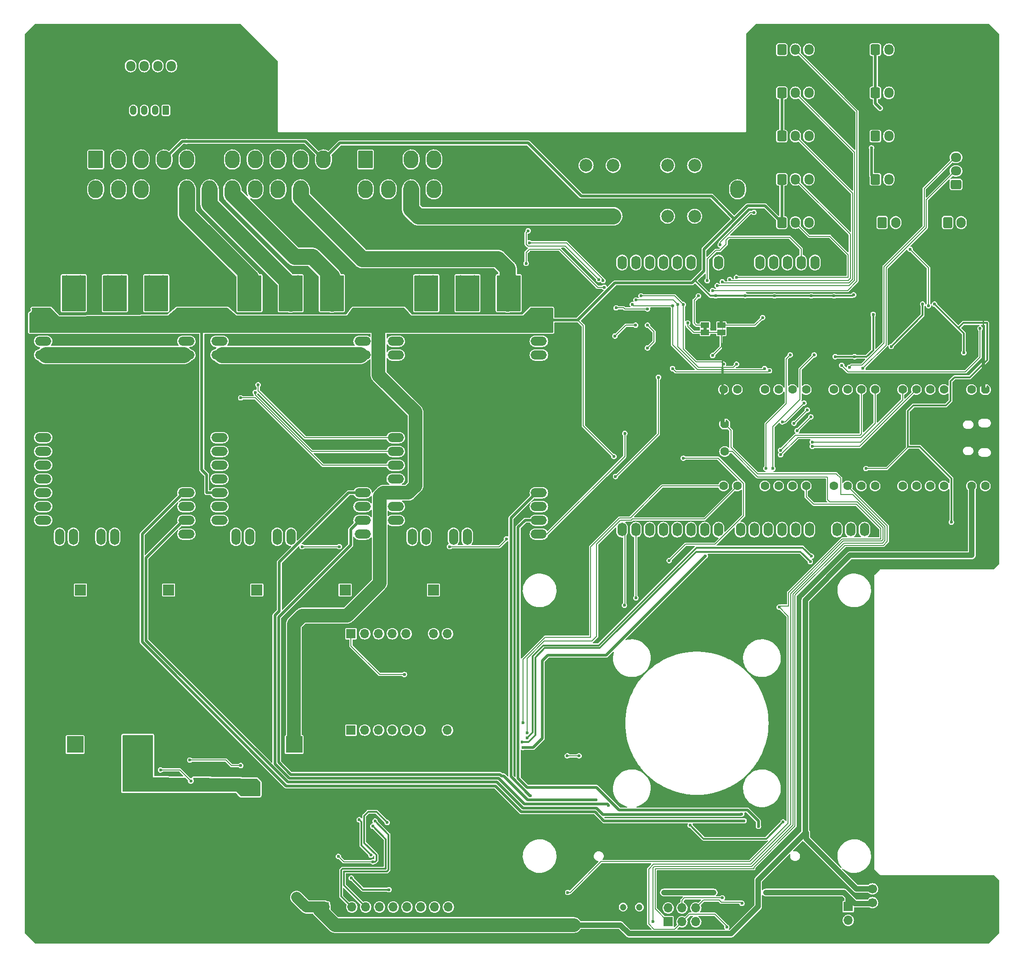
<source format=gbr>
%TF.GenerationSoftware,KiCad,Pcbnew,7.0.11+1*%
%TF.CreationDate,2024-04-25T18:59:41+00:00*%
%TF.ProjectId,OpenMowerMainboard,4f70656e-4d6f-4776-9572-4d61696e626f,rev?*%
%TF.SameCoordinates,Original*%
%TF.FileFunction,Copper,L2,Bot*%
%TF.FilePolarity,Positive*%
%FSLAX46Y46*%
G04 Gerber Fmt 4.6, Leading zero omitted, Abs format (unit mm)*
G04 Created by KiCad (PCBNEW 7.0.11+1) date 2024-04-25 18:59:41*
%MOMM*%
%LPD*%
G01*
G04 APERTURE LIST*
G04 Aperture macros list*
%AMRoundRect*
0 Rectangle with rounded corners*
0 $1 Rounding radius*
0 $2 $3 $4 $5 $6 $7 $8 $9 X,Y pos of 4 corners*
0 Add a 4 corners polygon primitive as box body*
4,1,4,$2,$3,$4,$5,$6,$7,$8,$9,$2,$3,0*
0 Add four circle primitives for the rounded corners*
1,1,$1+$1,$2,$3*
1,1,$1+$1,$4,$5*
1,1,$1+$1,$6,$7*
1,1,$1+$1,$8,$9*
0 Add four rect primitives between the rounded corners*
20,1,$1+$1,$2,$3,$4,$5,0*
20,1,$1+$1,$4,$5,$6,$7,0*
20,1,$1+$1,$6,$7,$8,$9,0*
20,1,$1+$1,$8,$9,$2,$3,0*%
%AMFreePoly0*
4,1,58,0.281242,0.792533,0.314585,0.788777,0.324216,0.782725,0.335306,0.780194,0.361541,0.759271,0.389950,0.741421,0.741421,0.389950,0.759271,0.361541,0.780194,0.335306,0.782725,0.324216,0.788777,0.314585,0.792533,0.281242,0.800000,0.248529,0.800000,-0.248529,0.792533,-0.281242,0.788777,-0.314585,0.782725,-0.324216,0.780194,-0.335306,0.759271,-0.361541,0.741421,-0.389950,
0.389950,-0.741421,0.361541,-0.759271,0.335306,-0.780194,0.324216,-0.782725,0.314585,-0.788777,0.281242,-0.792533,0.248529,-0.800000,0.000000,-0.800000,-0.248529,-0.800000,-0.281242,-0.792533,-0.314585,-0.788777,-0.324216,-0.782725,-0.335306,-0.780194,-0.361541,-0.759271,-0.389950,-0.741421,-0.741421,-0.389950,-0.759271,-0.361541,-0.780194,-0.335306,-0.782725,-0.324216,-0.788777,-0.314585,
-0.792533,-0.281242,-0.800000,-0.248529,-0.800000,0.248529,-0.792533,0.281242,-0.788777,0.314585,-0.782725,0.324216,-0.780194,0.335306,-0.759271,0.361541,-0.741421,0.389950,-0.389950,0.741421,-0.361541,0.759271,-0.335306,0.780194,-0.324216,0.782725,-0.314585,0.788777,-0.281242,0.792533,-0.248529,0.800000,0.248529,0.800000,0.281242,0.792533,0.281242,0.792533,$1*%
G04 Aperture macros list end*
%TA.AperFunction,ComponentPad*%
%ADD10RoundRect,0.250001X-1.099999X-1.399999X1.099999X-1.399999X1.099999X1.399999X-1.099999X1.399999X0*%
%TD*%
%TA.AperFunction,ComponentPad*%
%ADD11O,2.700000X3.300000*%
%TD*%
%TA.AperFunction,ComponentPad*%
%ADD12RoundRect,0.250000X-0.600000X-0.725000X0.600000X-0.725000X0.600000X0.725000X-0.600000X0.725000X0*%
%TD*%
%TA.AperFunction,ComponentPad*%
%ADD13O,1.700000X1.950000*%
%TD*%
%TA.AperFunction,ComponentPad*%
%ADD14RoundRect,0.249999X0.350001X0.625001X-0.350001X0.625001X-0.350001X-0.625001X0.350001X-0.625001X0*%
%TD*%
%TA.AperFunction,ComponentPad*%
%ADD15O,1.200000X1.750000*%
%TD*%
%TA.AperFunction,ComponentPad*%
%ADD16C,0.900000*%
%TD*%
%TA.AperFunction,ComponentPad*%
%ADD17C,10.000000*%
%TD*%
%TA.AperFunction,ComponentPad*%
%ADD18O,3.000000X1.700000*%
%TD*%
%TA.AperFunction,ComponentPad*%
%ADD19O,1.700000X3.000000*%
%TD*%
%TA.AperFunction,ComponentPad*%
%ADD20R,2.000000X2.000000*%
%TD*%
%TA.AperFunction,ComponentPad*%
%ADD21C,2.000000*%
%TD*%
%TA.AperFunction,ComponentPad*%
%ADD22C,2.350000*%
%TD*%
%TA.AperFunction,ComponentPad*%
%ADD23R,1.700000X1.700000*%
%TD*%
%TA.AperFunction,ComponentPad*%
%ADD24O,1.700000X1.700000*%
%TD*%
%TA.AperFunction,ComponentPad*%
%ADD25R,3.048000X3.048000*%
%TD*%
%TA.AperFunction,ComponentPad*%
%ADD26RoundRect,0.250000X-0.600000X-0.750000X0.600000X-0.750000X0.600000X0.750000X-0.600000X0.750000X0*%
%TD*%
%TA.AperFunction,ComponentPad*%
%ADD27O,1.700000X2.000000*%
%TD*%
%TA.AperFunction,ComponentPad*%
%ADD28RoundRect,0.250000X0.725000X-0.600000X0.725000X0.600000X-0.725000X0.600000X-0.725000X-0.600000X0*%
%TD*%
%TA.AperFunction,ComponentPad*%
%ADD29O,1.950000X1.700000*%
%TD*%
%TA.AperFunction,ComponentPad*%
%ADD30C,1.200000*%
%TD*%
%TA.AperFunction,ComponentPad*%
%ADD31FreePoly0,270.000000*%
%TD*%
%TA.AperFunction,ComponentPad*%
%ADD32C,1.600000*%
%TD*%
%TA.AperFunction,ComponentPad*%
%ADD33RoundRect,0.200000X-0.600000X0.600000X-0.600000X-0.600000X0.600000X-0.600000X0.600000X0.600000X0*%
%TD*%
%TA.AperFunction,ComponentPad*%
%ADD34C,1.700000*%
%TD*%
%TA.AperFunction,ComponentPad*%
%ADD35O,1.727200X2.500000*%
%TD*%
%TA.AperFunction,SMDPad,CuDef*%
%ADD36R,1.500000X1.000000*%
%TD*%
%TA.AperFunction,ViaPad*%
%ADD37C,0.600000*%
%TD*%
%TA.AperFunction,Conductor*%
%ADD38C,1.000000*%
%TD*%
%TA.AperFunction,Conductor*%
%ADD39C,0.300000*%
%TD*%
%TA.AperFunction,Conductor*%
%ADD40C,2.000000*%
%TD*%
%TA.AperFunction,Conductor*%
%ADD41C,0.500000*%
%TD*%
%TA.AperFunction,Conductor*%
%ADD42C,2.500000*%
%TD*%
%TA.AperFunction,Conductor*%
%ADD43C,0.200000*%
%TD*%
%TA.AperFunction,Conductor*%
%ADD44C,3.000000*%
%TD*%
G04 APERTURE END LIST*
%TA.AperFunction,EtchedComponent*%
%TO.C,JP3*%
G36*
X145900000Y-76700000D02*
G01*
X145300000Y-76700000D01*
X145300000Y-76200000D01*
X145900000Y-76200000D01*
X145900000Y-76700000D01*
G37*
%TD.AperFunction*%
%TA.AperFunction,EtchedComponent*%
%TO.C,JP2*%
G36*
X148900000Y-75400000D02*
G01*
X148300000Y-75400000D01*
X148300000Y-74900000D01*
X148900000Y-74900000D01*
X148900000Y-75400000D01*
G37*
%TD.AperFunction*%
%TD*%
D10*
%TO.P,J1,1,Pin_1*%
%TO.N,/ESCs/ML_HALL_U*%
X33250000Y-45250000D03*
D11*
%TO.P,J1,2,Pin_2*%
%TO.N,/ESCs/ML_HALL_V*%
X37450000Y-45250000D03*
%TO.P,J1,3,Pin_3*%
%TO.N,/ESCs/ML_HALL_W*%
X41650000Y-45250000D03*
%TO.P,J1,4,Pin_4*%
%TO.N,+5V*%
X45850000Y-45250000D03*
%TO.P,J1,5,Pin_5*%
%TO.N,unconnected-(J1-Pin_5-Pad5)*%
X50050000Y-45250000D03*
%TO.P,J1,6,Pin_6*%
%TO.N,GND*%
X54250000Y-45250000D03*
%TO.P,J1,7,Pin_7*%
%TO.N,/ESCs/MC_TEMP*%
X58450000Y-45250000D03*
%TO.P,J1,8,Pin_8*%
%TO.N,/ESCs/MR_HALL_U*%
X62650000Y-45250000D03*
%TO.P,J1,9,Pin_9*%
%TO.N,/ESCs/MR_HALL_V*%
X66850000Y-45250000D03*
%TO.P,J1,10,Pin_10*%
%TO.N,/ESCs/MR_HALL_W*%
X71050000Y-45250000D03*
%TO.P,J1,11,Pin_11*%
%TO.N,+5V*%
X75250000Y-45250000D03*
%TO.P,J1,12,Pin_12*%
%TO.N,/ESCs/ML_PHASE_W*%
X33250000Y-50750000D03*
%TO.P,J1,13,Pin_13*%
%TO.N,/ESCs/ML_PHASE_V*%
X37450000Y-50750000D03*
%TO.P,J1,14,Pin_14*%
%TO.N,/ESCs/ML_PHASE_U*%
X41650000Y-50750000D03*
%TO.P,J1,15,Pin_15*%
%TO.N,GND*%
X45850000Y-50750000D03*
%TO.P,J1,16,Pin_16*%
%TO.N,/ESCs/MC_PHASE_W*%
X50050000Y-50750000D03*
%TO.P,J1,17,Pin_17*%
%TO.N,/ESCs/MC_PHASE_V*%
X54250000Y-50750000D03*
%TO.P,J1,18,Pin_18*%
%TO.N,/ESCs/MC_PHASE_U*%
X58450000Y-50750000D03*
%TO.P,J1,19,Pin_19*%
%TO.N,/ESCs/MR_PHASE_W*%
X62650000Y-50750000D03*
%TO.P,J1,20,Pin_20*%
%TO.N,/ESCs/MR_PHASE_V*%
X66850000Y-50750000D03*
%TO.P,J1,21,Pin_21*%
%TO.N,/ESCs/MR_PHASE_U*%
X71050000Y-50750000D03*
%TO.P,J1,22,Pin_22*%
%TO.N,GND*%
X75250000Y-50750000D03*
%TD*%
D10*
%TO.P,J2,1,Pin_1*%
%TO.N,Net-(J2-Pin_1)*%
X83000000Y-45250000D03*
D11*
%TO.P,J2,2,Pin_2*%
%TO.N,GND*%
X87200000Y-45250000D03*
%TO.P,J2,3,Pin_3*%
%TO.N,Net-(J2-Pin_1)*%
X91400000Y-45250000D03*
%TO.P,J2,4,Pin_4*%
%TO.N,unconnected-(J2-Pin_4-Pad4)*%
X95600000Y-45250000D03*
%TO.P,J2,5,Pin_5*%
%TO.N,/RobotConnectors/MosfetSwitch/VOUT*%
X83000000Y-50750000D03*
%TO.P,J2,6,Pin_6*%
%TO.N,unconnected-(J2-Pin_6-Pad6)*%
X87200000Y-50750000D03*
%TO.P,J2,7,Pin_7*%
%TO.N,Net-(J2-Pin_7)*%
X91400000Y-50750000D03*
%TO.P,J2,8,Pin_8*%
%TO.N,unconnected-(J2-Pin_8-Pad8)*%
X95600000Y-50750000D03*
%TD*%
D10*
%TO.P,J3,1,Pin_1*%
%TO.N,GND*%
X151600000Y-45250000D03*
D11*
%TO.P,J3,2,Pin_2*%
%TO.N,Net-(J3-Pin_2)*%
X151600000Y-50750000D03*
%TD*%
D12*
%TO.P,J13,1,Pin_1*%
%TO.N,+5V*%
X177000000Y-40935000D03*
D13*
%TO.P,J13,2,Pin_2*%
%TO.N,/RobotConnectors/HALL_SWITCH_3_5V*%
X179500000Y-40935000D03*
%TO.P,J13,3,Pin_3*%
%TO.N,GND*%
X182000000Y-40935000D03*
%TD*%
D12*
%TO.P,J14,1,Pin_1*%
%TO.N,+5V*%
X177000000Y-48902500D03*
D13*
%TO.P,J14,2,Pin_2*%
%TO.N,/RobotConnectors/HALL_SWITCH_4_5V*%
X179500000Y-48902500D03*
%TO.P,J14,3,Pin_3*%
%TO.N,GND*%
X182000000Y-48902500D03*
%TD*%
D12*
%TO.P,J5,1,Pin_1*%
%TO.N,+5V*%
X159750000Y-25000000D03*
D13*
%TO.P,J5,2,Pin_2*%
%TO.N,/RobotConnectors/USS_1_TRIGGER_5V*%
X162250000Y-25000000D03*
%TO.P,J5,3,Pin_3*%
%TO.N,/RobotConnectors/USS_1_ECHO_5V*%
X164750000Y-25000000D03*
%TO.P,J5,4,Pin_4*%
%TO.N,GND*%
X167250000Y-25000000D03*
%TD*%
D12*
%TO.P,J6,1,Pin_1*%
%TO.N,+5V*%
X159750000Y-32967500D03*
D13*
%TO.P,J6,2,Pin_2*%
%TO.N,/RobotConnectors/USS_2_TRIGGER_5V*%
X162250000Y-32967500D03*
%TO.P,J6,3,Pin_3*%
%TO.N,/RobotConnectors/USS_2_ECHO_5V*%
X164750000Y-32967500D03*
%TO.P,J6,4,Pin_4*%
%TO.N,GND*%
X167250000Y-32967500D03*
%TD*%
D12*
%TO.P,J7,1,Pin_1*%
%TO.N,+5V*%
X159750000Y-40935000D03*
D13*
%TO.P,J7,2,Pin_2*%
%TO.N,/RobotConnectors/USS_3_TRIGGER_5V*%
X162250000Y-40935000D03*
%TO.P,J7,3,Pin_3*%
%TO.N,/RobotConnectors/USS_3_ECHO_5V*%
X164750000Y-40935000D03*
%TO.P,J7,4,Pin_4*%
%TO.N,GND*%
X167250000Y-40935000D03*
%TD*%
D12*
%TO.P,J8,1,Pin_1*%
%TO.N,+5V*%
X159750000Y-48902500D03*
D13*
%TO.P,J8,2,Pin_2*%
%TO.N,/RobotConnectors/USS_4_TRIGGER_5V*%
X162250000Y-48902500D03*
%TO.P,J8,3,Pin_3*%
%TO.N,/RobotConnectors/USS_4_ECHO_5V*%
X164750000Y-48902500D03*
%TO.P,J8,4,Pin_4*%
%TO.N,GND*%
X167250000Y-48902500D03*
%TD*%
D12*
%TO.P,J9,1,Pin_1*%
%TO.N,+5V*%
X159750000Y-56870000D03*
D13*
%TO.P,J9,2,Pin_2*%
%TO.N,/RobotConnectors/USS_5_TRIGGER_5V*%
X162250000Y-56870000D03*
%TO.P,J9,3,Pin_3*%
%TO.N,/RobotConnectors/USS_5_ECHO_5V*%
X164750000Y-56870000D03*
%TO.P,J9,4,Pin_4*%
%TO.N,GND*%
X167250000Y-56870000D03*
%TD*%
D12*
%TO.P,J12,1,Pin_1*%
%TO.N,+5V*%
X177000000Y-32967500D03*
D13*
%TO.P,J12,2,Pin_2*%
%TO.N,/RobotConnectors/HALL_SWITCH_2_5V*%
X179500000Y-32967500D03*
%TO.P,J12,3,Pin_3*%
%TO.N,GND*%
X182000000Y-32967500D03*
%TD*%
D14*
%TO.P,J10,1,Pin_1*%
%TO.N,+5V*%
X46196000Y-36195000D03*
D15*
%TO.P,J10,2,Pin_2*%
%TO.N,/ESCs/MC_HALL_W*%
X44196000Y-36195000D03*
%TO.P,J10,3,Pin_3*%
%TO.N,/ESCs/MC_HALL_V*%
X42196000Y-36195000D03*
%TO.P,J10,4,Pin_4*%
%TO.N,/ESCs/MC_HALL_U*%
X40196000Y-36195000D03*
%TO.P,J10,5,Pin_5*%
%TO.N,GND*%
X38196000Y-36195000D03*
%TD*%
D12*
%TO.P,J11,1,Pin_1*%
%TO.N,+5V*%
X177000000Y-25000000D03*
D13*
%TO.P,J11,2,Pin_2*%
%TO.N,/RobotConnectors/HALL_SWITCH_1_5V*%
X179500000Y-25000000D03*
%TO.P,J11,3,Pin_3*%
%TO.N,GND*%
X182000000Y-25000000D03*
%TD*%
D16*
%TO.P,H1,1,1*%
%TO.N,GND*%
X22750000Y-30000000D03*
X23848350Y-27348350D03*
X23848350Y-32651650D03*
X26500000Y-26250000D03*
D17*
X26500000Y-30000000D03*
D16*
X26500000Y-33750000D03*
X29151650Y-27348350D03*
X29151650Y-32651650D03*
X30250000Y-30000000D03*
%TD*%
%TO.P,H2,1,1*%
%TO.N,GND*%
X22750000Y-182500000D03*
X23848350Y-179848350D03*
X23848350Y-185151650D03*
X26500000Y-178750000D03*
D17*
X26500000Y-182500000D03*
D16*
X26500000Y-186250000D03*
X29151650Y-179848350D03*
X29151650Y-185151650D03*
X30250000Y-182500000D03*
%TD*%
%TO.P,H3,1,1*%
%TO.N,GND*%
X189750000Y-30000000D03*
X190848350Y-27348350D03*
X190848350Y-32651650D03*
X193500000Y-26250000D03*
D17*
X193500000Y-30000000D03*
D16*
X193500000Y-33750000D03*
X196151650Y-27348350D03*
X196151650Y-32651650D03*
X197250000Y-30000000D03*
%TD*%
%TO.P,H4,1,1*%
%TO.N,GND*%
X189750000Y-182500000D03*
X190848350Y-179848350D03*
X190848350Y-185151650D03*
X193500000Y-178750000D03*
D17*
X193500000Y-182500000D03*
D16*
X193500000Y-186250000D03*
X196151650Y-179848350D03*
X196151650Y-185151650D03*
X197250000Y-182500000D03*
%TD*%
D18*
%TO.P,U5,1,CAN_L*%
%TO.N,unconnected-(U5-CAN_L-Pad1)*%
X56060000Y-111775000D03*
%TO.P,U5,2,CAN_H*%
%TO.N,unconnected-(U5-CAN_H-Pad2)*%
X56060000Y-109235000D03*
%TO.P,U5,3,TEMPERATURE*%
%TO.N,/ESCs/MC_TEMP*%
X56060000Y-104155000D03*
%TO.P,U5,4,HALL_U*%
%TO.N,/ESCs/MC_HALL_U*%
X56060000Y-101615000D03*
%TO.P,U5,5,HALL_V*%
%TO.N,/ESCs/MC_HALL_V*%
X56060000Y-99075000D03*
%TO.P,U5,5V,5V*%
%TO.N,+5V*%
X56060000Y-106695000D03*
X56060000Y-76215000D03*
X82460000Y-76215000D03*
X56060000Y-73675000D03*
X82460000Y-73675000D03*
%TO.P,U5,6,HALL_W*%
%TO.N,/ESCs/MC_HALL_W*%
X56060000Y-96535000D03*
D19*
%TO.P,U5,7,3V3_IN*%
%TO.N,unconnected-(U5-3V3_IN-Pad7)*%
X59100000Y-114815000D03*
%TO.P,U5,8,SWDCLK*%
%TO.N,unconnected-(U5-SWDCLK-Pad8)*%
X61640000Y-114815000D03*
%TO.P,U5,9,SWDIO*%
%TO.N,unconnected-(U5-SWDIO-Pad9)*%
X66720000Y-114815000D03*
%TO.P,U5,10,RESET*%
%TO.N,unconnected-(U5-RESET-Pad10)*%
X69260000Y-114815000D03*
D18*
%TO.P,U5,11,MISO*%
%TO.N,Net-(JP6-B)*%
X82460000Y-114315000D03*
%TO.P,U5,12,MOSI/TX*%
%TO.N,/ESCs/MC_TX*%
X82460000Y-111775000D03*
%TO.P,U5,13,SCK*%
%TO.N,unconnected-(U5-SCK-Pad13)*%
X82460000Y-109235000D03*
%TO.P,U5,14,NCS/RX*%
%TO.N,/ESCs/MC_RX*%
X82460000Y-106695000D03*
%TO.P,U5,GND,GND*%
%TO.N,GND*%
X56060000Y-114315000D03*
D19*
X64180000Y-114815000D03*
D18*
X82460000Y-104155000D03*
X56060000Y-93995000D03*
X56060000Y-71135000D03*
X82460000Y-71135000D03*
X56060000Y-68595000D03*
X82460000Y-68595000D03*
D19*
%TO.P,U5,U,U*%
%TO.N,/ESCs/MC_PHASE_U*%
X75610000Y-71635000D03*
X78150000Y-71635000D03*
X75610000Y-68095000D03*
X78150000Y-68095000D03*
%TO.P,U5,V,V*%
%TO.N,/ESCs/MC_PHASE_V*%
X67990000Y-71635000D03*
X70530000Y-71635000D03*
X67990000Y-68095000D03*
X70530000Y-68095000D03*
D18*
%TO.P,U5,VM,VIN*%
%TO.N,V_BATT*%
X56060000Y-81295000D03*
X82460000Y-81295000D03*
X56060000Y-78755000D03*
X82460000Y-78755000D03*
D19*
%TO.P,U5,W,W*%
%TO.N,/ESCs/MC_PHASE_W*%
X60370000Y-71635000D03*
X62910000Y-71635000D03*
X60370000Y-68095000D03*
X62910000Y-68095000D03*
%TD*%
D20*
%TO.P,C3,1*%
%TO.N,V_BATT*%
X79235005Y-124612400D03*
D21*
%TO.P,C3,2*%
%TO.N,GND*%
X79235005Y-119612400D03*
%TD*%
D22*
%TO.P,F4,1*%
%TO.N,Net-(J2-Pin_7)*%
X123675000Y-55700000D03*
X128675000Y-55700000D03*
%TO.P,F4,2*%
%TO.N,/RobotConnectors/V_BATTERY*%
X138675000Y-55700000D03*
X143675000Y-55700000D03*
%TD*%
D20*
%TO.P,C2,1*%
%TO.N,V_BATT*%
X30428020Y-124612400D03*
D21*
%TO.P,C2,2*%
%TO.N,GND*%
X30428020Y-119612400D03*
%TD*%
D18*
%TO.P,U4,1,CAN_L*%
%TO.N,unconnected-(U4-CAN_L-Pad1)*%
X23560000Y-111775000D03*
%TO.P,U4,2,CAN_H*%
%TO.N,unconnected-(U4-CAN_H-Pad2)*%
X23560000Y-109235000D03*
%TO.P,U4,3,TEMPERATURE*%
%TO.N,unconnected-(U4-TEMPERATURE-Pad3)*%
X23560000Y-104155000D03*
%TO.P,U4,4,HALL_U*%
%TO.N,/ESCs/ML_HALL_U*%
X23560000Y-101615000D03*
%TO.P,U4,5,HALL_V*%
%TO.N,/ESCs/ML_HALL_V*%
X23560000Y-99075000D03*
%TO.P,U4,5V,5V*%
%TO.N,+5V*%
X23560000Y-106695000D03*
X23560000Y-76215000D03*
X49960000Y-76215000D03*
X23560000Y-73675000D03*
X49960000Y-73675000D03*
%TO.P,U4,6,HALL_W*%
%TO.N,/ESCs/ML_HALL_W*%
X23560000Y-96535000D03*
D19*
%TO.P,U4,7,3V3_IN*%
%TO.N,unconnected-(U4-3V3_IN-Pad7)*%
X26600000Y-114815000D03*
%TO.P,U4,8,SWDCLK*%
%TO.N,unconnected-(U4-SWDCLK-Pad8)*%
X29140000Y-114815000D03*
%TO.P,U4,9,SWDIO*%
%TO.N,unconnected-(U4-SWDIO-Pad9)*%
X34220000Y-114815000D03*
%TO.P,U4,10,RESET*%
%TO.N,unconnected-(U4-RESET-Pad10)*%
X36760000Y-114815000D03*
D18*
%TO.P,U4,11,MISO*%
%TO.N,Net-(JP6-B)*%
X49960000Y-114315000D03*
%TO.P,U4,12,MOSI/TX*%
%TO.N,/ESCs/ML_TX*%
X49960000Y-111775000D03*
%TO.P,U4,13,SCK*%
%TO.N,unconnected-(U4-SCK-Pad13)*%
X49960000Y-109235000D03*
%TO.P,U4,14,NCS/RX*%
%TO.N,/ESCs/ML_RX*%
X49960000Y-106695000D03*
%TO.P,U4,GND,GND*%
%TO.N,GND*%
X23560000Y-114315000D03*
D19*
X31680000Y-114815000D03*
D18*
X49960000Y-104155000D03*
X23560000Y-93995000D03*
X23560000Y-71135000D03*
X49960000Y-71135000D03*
X23560000Y-68595000D03*
X49960000Y-68595000D03*
D19*
%TO.P,U4,U,U*%
%TO.N,/ESCs/ML_PHASE_U*%
X43110000Y-71635000D03*
X45650000Y-71635000D03*
X43110000Y-68095000D03*
X45650000Y-68095000D03*
%TO.P,U4,V,V*%
%TO.N,/ESCs/ML_PHASE_V*%
X35490000Y-71635000D03*
X38030000Y-71635000D03*
X35490000Y-68095000D03*
X38030000Y-68095000D03*
D18*
%TO.P,U4,VM,VIN*%
%TO.N,V_BATT*%
X23560000Y-81295000D03*
X49960000Y-81295000D03*
X23560000Y-78755000D03*
X49960000Y-78755000D03*
D19*
%TO.P,U4,W,W*%
%TO.N,/ESCs/ML_PHASE_W*%
X27870000Y-71635000D03*
X30410000Y-71635000D03*
X27870000Y-68095000D03*
X30410000Y-68095000D03*
%TD*%
D23*
%TO.P,J20,1,Pin_1*%
%TO.N,+5V*%
X75392200Y-183083200D03*
D24*
%TO.P,J20,2,Pin_2*%
%TO.N,GND*%
X77932200Y-183083200D03*
%TO.P,J20,3,Pin_3*%
%TO.N,/IMU/SCK*%
X80472200Y-183083200D03*
%TO.P,J20,4,Pin_4*%
%TO.N,/IMU/MOSI*%
X83012200Y-183083200D03*
%TO.P,J20,5,Pin_5*%
%TO.N,unconnected-(J20-Pin_5-Pad5)*%
X85552200Y-183083200D03*
%TO.P,J20,6,Pin_6*%
%TO.N,unconnected-(J20-Pin_6-Pad6)*%
X88092200Y-183083200D03*
%TO.P,J20,7,Pin_7*%
%TO.N,/IMU/MISO*%
X90632200Y-183083200D03*
%TO.P,J20,8,Pin_8*%
%TO.N,unconnected-(J20-Pin_8-Pad8)*%
X93172200Y-183083200D03*
%TO.P,J20,9,Pin_9*%
%TO.N,/IMU/~{CS}*%
X95712200Y-183083200D03*
%TO.P,J20,10,Pin_10*%
%TO.N,unconnected-(J20-Pin_10-Pad10)*%
X98252200Y-183083200D03*
%TD*%
D18*
%TO.P,U6,1,CAN_L*%
%TO.N,unconnected-(U6-CAN_L-Pad1)*%
X88560000Y-111775000D03*
%TO.P,U6,2,CAN_H*%
%TO.N,unconnected-(U6-CAN_H-Pad2)*%
X88560000Y-109235000D03*
%TO.P,U6,3,TEMPERATURE*%
%TO.N,unconnected-(U6-TEMPERATURE-Pad3)*%
X88560000Y-104155000D03*
%TO.P,U6,4,HALL_U*%
%TO.N,/ESCs/MR_HALL_U*%
X88560000Y-101615000D03*
%TO.P,U6,5,HALL_V*%
%TO.N,/ESCs/MR_HALL_V*%
X88560000Y-99075000D03*
%TO.P,U6,5V,5V*%
%TO.N,+5V*%
X88560000Y-106695000D03*
X88560000Y-76215000D03*
X114960000Y-76215000D03*
X88560000Y-73675000D03*
X114960000Y-73675000D03*
%TO.P,U6,6,HALL_W*%
%TO.N,/ESCs/MR_HALL_W*%
X88560000Y-96535000D03*
D19*
%TO.P,U6,7,3V3_IN*%
%TO.N,unconnected-(U6-3V3_IN-Pad7)*%
X91600000Y-114815000D03*
%TO.P,U6,8,SWDCLK*%
%TO.N,unconnected-(U6-SWDCLK-Pad8)*%
X94140000Y-114815000D03*
%TO.P,U6,9,SWDIO*%
%TO.N,unconnected-(U6-SWDIO-Pad9)*%
X99220000Y-114815000D03*
%TO.P,U6,10,RESET*%
%TO.N,unconnected-(U6-RESET-Pad10)*%
X101760000Y-114815000D03*
D18*
%TO.P,U6,11,MISO*%
%TO.N,Net-(JP6-B)*%
X114960000Y-114315000D03*
%TO.P,U6,12,MOSI/TX*%
%TO.N,/ESCs/MR_TX*%
X114960000Y-111775000D03*
%TO.P,U6,13,SCK*%
%TO.N,unconnected-(U6-SCK-Pad13)*%
X114960000Y-109235000D03*
%TO.P,U6,14,NCS/RX*%
%TO.N,/ESCs/MR_RX*%
X114960000Y-106695000D03*
%TO.P,U6,GND,GND*%
%TO.N,GND*%
X88560000Y-114315000D03*
D19*
X96680000Y-114815000D03*
D18*
X114960000Y-104155000D03*
X88560000Y-93995000D03*
X88560000Y-71135000D03*
X114960000Y-71135000D03*
X88560000Y-68595000D03*
X114960000Y-68595000D03*
D19*
%TO.P,U6,U,U*%
%TO.N,/ESCs/MR_PHASE_U*%
X108110000Y-71635000D03*
X110650000Y-71635000D03*
X108110000Y-68095000D03*
X110650000Y-68095000D03*
%TO.P,U6,V,V*%
%TO.N,/ESCs/MR_PHASE_V*%
X100490000Y-71635000D03*
X103030000Y-71635000D03*
X100490000Y-68095000D03*
X103030000Y-68095000D03*
D18*
%TO.P,U6,VM,VIN*%
%TO.N,V_BATT*%
X88560000Y-81295000D03*
X114960000Y-81295000D03*
X88560000Y-78755000D03*
X114960000Y-78755000D03*
D19*
%TO.P,U6,W,W*%
%TO.N,/ESCs/MR_PHASE_W*%
X92870000Y-71635000D03*
X95410000Y-71635000D03*
X92870000Y-68095000D03*
X95410000Y-68095000D03*
%TD*%
D22*
%TO.P,F2,1*%
%TO.N,/RobotConnectors/V_CHARGE*%
X123675000Y-46350000D03*
X128675000Y-46350000D03*
%TO.P,F2,2*%
%TO.N,Net-(J3-Pin_2)*%
X138675000Y-46350000D03*
X143675000Y-46350000D03*
%TD*%
D20*
%TO.P,C6,1*%
%TO.N,V_BATT*%
X46697015Y-124612400D03*
D21*
%TO.P,C6,2*%
%TO.N,GND*%
X46697015Y-119612400D03*
%TD*%
D12*
%TO.P,J4,1,Pin_1*%
%TO.N,GND*%
X37200000Y-28000000D03*
D13*
%TO.P,J4,2,Pin_2*%
%TO.N,/ESCs/MC_HALL_U*%
X39700000Y-28000000D03*
%TO.P,J4,3,Pin_3*%
%TO.N,/ESCs/MC_HALL_V*%
X42200000Y-28000000D03*
%TO.P,J4,4,Pin_4*%
%TO.N,/ESCs/MC_HALL_W*%
X44700000Y-28000000D03*
%TO.P,J4,5,Pin_5*%
%TO.N,+5V*%
X47200000Y-28000000D03*
%TD*%
D25*
%TO.P,U1,1,IN-*%
%TO.N,GND*%
X29450000Y-171524000D03*
%TO.P,U1,2,IN+*%
%TO.N,V_BATT*%
X29450000Y-153124000D03*
%TO.P,U1,3,OUT+*%
%TO.N,+5V*%
X69850000Y-153124000D03*
%TO.P,U1,4,OUT-*%
%TO.N,GND*%
X69850000Y-171524000D03*
%TD*%
D20*
%TO.P,C7,1*%
%TO.N,V_BATT*%
X62966010Y-124612400D03*
D21*
%TO.P,C7,2*%
%TO.N,GND*%
X62966010Y-119612400D03*
%TD*%
D20*
%TO.P,C8,1*%
%TO.N,V_BATT*%
X95504000Y-124612400D03*
D21*
%TO.P,C8,2*%
%TO.N,GND*%
X95504000Y-119612400D03*
%TD*%
D26*
%TO.P,J18,1,Pin_1*%
%TO.N,/RobotConnectors/SPEAKER_PLUS*%
X190320000Y-56870000D03*
D27*
%TO.P,J18,2,Pin_2*%
%TO.N,/RobotConnectors/SPEAKER_MINUS*%
X192820000Y-56870000D03*
%TD*%
D26*
%TO.P,J17,1,Pin_1*%
%TO.N,+3V3*%
X178250000Y-56870000D03*
D27*
%TO.P,J17,2,Pin_2*%
%TO.N,/RobotConnectors/RAIN-*%
X180750000Y-56870000D03*
%TD*%
D28*
%TO.P,J19,1,Pin_1*%
%TO.N,+5V*%
X191870000Y-49852500D03*
D29*
%TO.P,J19,2,Pin_2*%
%TO.N,/RobotConnectors/LED_RX*%
X191870000Y-47352500D03*
%TO.P,J19,3,Pin_3*%
%TO.N,/RobotConnectors/LED_TX*%
X191870000Y-44852500D03*
%TO.P,J19,4,Pin_4*%
%TO.N,GND*%
X191870000Y-42352500D03*
%TD*%
D30*
%TO.P,SW1,*%
%TO.N,*%
X130500000Y-183097500D03*
X133500000Y-183097500D03*
%TD*%
D31*
%TO.P,U11,1,GPIO0*%
%TO.N,/RaspberryPi/UART0_RXD*%
X197266544Y-87672104D03*
D32*
%TO.P,U11,2,GPIO1*%
%TO.N,/RaspberryPi/UART0_TXD*%
X194726544Y-87672104D03*
D33*
%TO.P,U11,3,GND*%
%TO.N,GND*%
X192186544Y-87672104D03*
D32*
%TO.P,U11,4,GPIO2*%
%TO.N,/RobotConnectors/HALL_SWITCH_4*%
X189646544Y-87672104D03*
%TO.P,U11,5,GPIO3*%
%TO.N,/RobotConnectors/HALL_SWITCH_3*%
X187106544Y-87672104D03*
%TO.P,U11,6,GPIO4*%
%TO.N,/IMU/MISO*%
X184566544Y-87672104D03*
%TO.P,U11,7,GPIO5*%
%TO.N,/IMU/~{CS}*%
X182026544Y-87672104D03*
D33*
%TO.P,U11,8,GND*%
%TO.N,GND*%
X179486544Y-87672104D03*
D32*
%TO.P,U11,9,GPIO6*%
%TO.N,/IMU/SCK*%
X176946544Y-87672104D03*
%TO.P,U11,10,GPIO7*%
%TO.N,/IMU/MOSI*%
X174406544Y-87672104D03*
%TO.P,U11,11,GPIO8*%
%TO.N,/RobotConnectors/LED_RX*%
X171866544Y-87672104D03*
%TO.P,U11,12,GPIO9*%
%TO.N,/RobotConnectors/LED_TX*%
X169326544Y-87672104D03*
D33*
%TO.P,U11,13,GND*%
%TO.N,GND*%
X166786544Y-87672104D03*
D32*
%TO.P,U11,14,GPIO10*%
%TO.N,Net-(U11-GPIO10)*%
X164246544Y-87672104D03*
%TO.P,U11,15,GPIO11*%
%TO.N,/pico/MUX_INPUT*%
X161706544Y-87672104D03*
%TO.P,U11,16,GPIO12*%
%TO.N,/pico/MUX_OUTPUT*%
X159166544Y-87672104D03*
%TO.P,U11,17,GPIO13*%
%TO.N,/pico/MUX_ADDRESS_0*%
X156626544Y-87672104D03*
D33*
%TO.P,U11,18,GND*%
%TO.N,GND*%
X154086544Y-87672104D03*
D32*
%TO.P,U11,19,GPIO14*%
%TO.N,/pico/MUX_ADDRESS_1*%
X151546544Y-87672104D03*
%TO.P,U11,20,GPIO15*%
%TO.N,/pico/MUX_ADDRESS_2*%
X149006544Y-87672104D03*
%TO.P,U11,21,GPIO16*%
%TO.N,/pico/SOUND_TX*%
X149006544Y-105452104D03*
%TO.P,U11,22,GPIO17*%
%TO.N,/pico/SOUND_RX*%
X151546544Y-105452104D03*
D33*
%TO.P,U11,23,GND*%
%TO.N,GND*%
X154086544Y-105452104D03*
D32*
%TO.P,U11,24,GPIO18*%
%TO.N,/RobotConnectors/HALL_SWITCH_1*%
X156626544Y-105452104D03*
%TO.P,U11,25,GPIO19*%
%TO.N,/RobotConnectors/HALL_SWITCH_2*%
X159166544Y-105452104D03*
%TO.P,U11,26,GPIO20*%
%TO.N,/ESCs/ESC_SHUTDOWN*%
X161706544Y-105452104D03*
%TO.P,U11,27,GPIO21*%
%TO.N,/RaspberryPi/POWER_EN*%
X164246544Y-105452104D03*
D33*
%TO.P,U11,28,GND*%
%TO.N,GND*%
X166786544Y-105452104D03*
D32*
%TO.P,U11,29,GPIO22*%
%TO.N,/RobotConnectors/ENABLE_CHARGE*%
X169326544Y-105452104D03*
%TO.P,U11,30,RUN*%
%TO.N,/RaspberryPi/PICO_RESET*%
X171866544Y-105452104D03*
%TO.P,U11,31,GPIO26_ADC0*%
%TO.N,/pico/V_CHARGE*%
X174406544Y-105452104D03*
%TO.P,U11,32,GPIO27_ADC1*%
%TO.N,/pico/V_IN*%
X176946544Y-105452104D03*
D33*
%TO.P,U11,33,AGND*%
%TO.N,GND*%
X179486544Y-105452104D03*
D32*
%TO.P,U11,34,GPIO28_ADC2*%
%TO.N,/CHARGE_CURRENT*%
X182026544Y-105452104D03*
%TO.P,U11,35,ADC_VREF*%
%TO.N,unconnected-(U11-ADC_VREF-Pad35)*%
X184566544Y-105452104D03*
%TO.P,U11,36,3V3*%
%TO.N,Net-(U11-3V3)*%
X187106544Y-105452104D03*
%TO.P,U11,37,3V3_EN*%
%TO.N,unconnected-(U11-3V3_EN-Pad37)*%
X189646544Y-105452104D03*
D33*
%TO.P,U11,38,GND*%
%TO.N,GND*%
X192186544Y-105452104D03*
D32*
%TO.P,U11,39,VSYS*%
%TO.N,+5V*%
X194726544Y-105452104D03*
%TO.P,U11,40,VBUS*%
%TO.N,unconnected-(U11-VBUS-Pad40)*%
X197266544Y-105452104D03*
D31*
%TO.P,U11,41,SWCLK*%
%TO.N,/RaspberryPi/PICO_SWCLK*%
X149236544Y-94022104D03*
D33*
%TO.P,U11,42,SWGND*%
%TO.N,GND*%
X149236544Y-96562104D03*
D32*
%TO.P,U11,43,SWDIO*%
%TO.N,/RaspberryPi/PICO_SWDIO*%
X149236544Y-99102104D03*
%TD*%
D34*
%TO.P,SW2,1,1*%
%TO.N,/RaspberryPi/RASPI_POWER*%
X176479200Y-182270400D03*
%TO.P,SW2,2,2*%
%TO.N,+5V*%
X176479200Y-179730400D03*
%TD*%
D23*
%TO.P,J23,1,Pin_1*%
%TO.N,/pico/SOUND_BUSY*%
X80314800Y-132689600D03*
D24*
%TO.P,J23,2,Pin_2*%
%TO.N,unconnected-(J23-Pin_2-Pad2)*%
X82854800Y-132689600D03*
%TO.P,J23,3,Pin_3*%
%TO.N,unconnected-(J23-Pin_3-Pad3)*%
X85394800Y-132689600D03*
%TO.P,J23,4,Pin_4*%
%TO.N,unconnected-(J23-Pin_4-Pad4)*%
X87934800Y-132689600D03*
%TO.P,J23,5,Pin_5*%
%TO.N,unconnected-(J23-Pin_5-Pad5)*%
X90474800Y-132689600D03*
%TO.P,J23,6,Pin_6*%
%TO.N,GND*%
X93014800Y-132689600D03*
%TO.P,J23,7,Pin_7*%
%TO.N,unconnected-(J23-Pin_7-Pad7)*%
X95554800Y-132689600D03*
%TO.P,J23,8,Pin_8*%
%TO.N,unconnected-(J23-Pin_8-Pad8)*%
X98094800Y-132689600D03*
%TD*%
D23*
%TO.P,J16,1,Pin_1*%
%TO.N,Net-(J16-Pin_1)*%
X80314800Y-150469600D03*
D24*
%TO.P,J16,2,Pin_2*%
%TO.N,Net-(J16-Pin_2)*%
X82854800Y-150469600D03*
%TO.P,J16,3,Pin_3*%
%TO.N,Net-(J16-Pin_3)*%
X85394800Y-150469600D03*
%TO.P,J16,4,Pin_4*%
%TO.N,unconnected-(J16-Pin_4-Pad4)*%
X87934800Y-150469600D03*
%TO.P,J16,5,Pin_5*%
%TO.N,unconnected-(J16-Pin_5-Pad5)*%
X90474800Y-150469600D03*
%TO.P,J16,6,Pin_6*%
%TO.N,/RobotConnectors/SPEAKER_PLUS*%
X93014800Y-150469600D03*
%TO.P,J16,7,Pin_7*%
%TO.N,GND*%
X95554800Y-150469600D03*
%TO.P,J16,8,Pin_8*%
%TO.N,/RobotConnectors/SPEAKER_MINUS*%
X98094800Y-150469600D03*
%TD*%
D23*
%TO.P,J22,1,Pin_1*%
%TO.N,/RaspberryPi/PICO_RESET*%
X138800000Y-185800000D03*
D24*
%TO.P,J22,2,Pin_2*%
%TO.N,Net-(J21-GPIO23)*%
X138800000Y-183260000D03*
%TO.P,J22,3,Pin_3*%
%TO.N,/RaspberryPi/PICO_SWDIO*%
X141340000Y-185800000D03*
%TO.P,J22,4,Pin_4*%
%TO.N,Net-(J21-GPIO24)*%
X141340000Y-183260000D03*
%TO.P,J22,5,Pin_5*%
%TO.N,/RaspberryPi/PICO_SWCLK*%
X143880000Y-185800000D03*
%TO.P,J22,6,Pin_6*%
%TO.N,Net-(J21-GPIO25)*%
X143880000Y-183260000D03*
%TO.P,J22,7,Pin_7*%
%TO.N,GND*%
X146420000Y-185800000D03*
%TO.P,J22,8,Pin_8*%
X146420000Y-183260000D03*
%TD*%
D35*
%TO.P,XA1,*%
%TO.N,*%
X165860000Y-64240000D03*
%TO.P,XA1,3V3,3.3V*%
%TO.N,unconnected-(XA1-3.3V-Pad3V3)*%
X158240000Y-64240000D03*
%TO.P,XA1,5V1,5V*%
%TO.N,+5V*%
X155700000Y-64240000D03*
%TO.P,XA1,A0,A0*%
%TO.N,unconnected-(XA1-PadA0)*%
X143000000Y-64240000D03*
%TO.P,XA1,A1,A1*%
%TO.N,unconnected-(XA1-PadA1)*%
X140460000Y-64240000D03*
%TO.P,XA1,A2,A2*%
%TO.N,unconnected-(XA1-PadA2)*%
X137920000Y-64240000D03*
%TO.P,XA1,A3,A3*%
%TO.N,unconnected-(XA1-PadA3)*%
X135380000Y-64240000D03*
%TO.P,XA1,A4,A4*%
%TO.N,unconnected-(XA1-PadA4)*%
X132840000Y-64240000D03*
%TO.P,XA1,A5,A5*%
%TO.N,unconnected-(XA1-PadA5)*%
X130300000Y-64240000D03*
%TO.P,XA1,AREF,AREF*%
%TO.N,unconnected-(XA1-PadAREF)*%
X169924000Y-113500000D03*
%TO.P,XA1,D0,D0_RX0*%
%TO.N,/GPS/TXD*%
X130300000Y-113500000D03*
%TO.P,XA1,D1,D1_TX0*%
%TO.N,/GPS/RXD*%
X132840000Y-113500000D03*
%TO.P,XA1,D2,D2_INT0*%
%TO.N,unconnected-(XA1-D2_INT0-PadD2)*%
X135380000Y-113500000D03*
%TO.P,XA1,D3,D3_INT1*%
%TO.N,unconnected-(XA1-D3_INT1-PadD3)*%
X137920000Y-113500000D03*
%TO.P,XA1,D4,D4*%
%TO.N,unconnected-(XA1-PadD4)*%
X140460000Y-113500000D03*
%TO.P,XA1,D5,D5*%
%TO.N,unconnected-(XA1-PadD5)*%
X143000000Y-113500000D03*
%TO.P,XA1,D6,D6*%
%TO.N,unconnected-(XA1-PadD6)*%
X145540000Y-113500000D03*
%TO.P,XA1,D7,D7*%
%TO.N,unconnected-(XA1-PadD7)*%
X148080000Y-113500000D03*
%TO.P,XA1,D8,D8*%
%TO.N,unconnected-(XA1-PadD8)*%
X152144000Y-113500000D03*
%TO.P,XA1,D9,D9*%
%TO.N,unconnected-(XA1-PadD9)*%
X154684000Y-113500000D03*
%TO.P,XA1,D10,D10_CS*%
%TO.N,unconnected-(XA1-D10_CS-PadD10)*%
X157224000Y-113500000D03*
%TO.P,XA1,D11,D11*%
%TO.N,unconnected-(XA1-PadD11)*%
X159764000Y-113500000D03*
%TO.P,XA1,D12,D12*%
%TO.N,unconnected-(XA1-PadD12)*%
X162304000Y-113500000D03*
%TO.P,XA1,D13,D13*%
%TO.N,unconnected-(XA1-PadD13)*%
X164844000Y-113500000D03*
%TO.P,XA1,GND1,GND*%
%TO.N,GND*%
X167384000Y-113500000D03*
%TO.P,XA1,GND2,GND*%
X153160000Y-64240000D03*
%TO.P,XA1,GND3,GND*%
X150620000Y-64240000D03*
%TO.P,XA1,IORF,IOREF*%
%TO.N,+3V3*%
X163320000Y-64240000D03*
%TO.P,XA1,RST1,RESET*%
%TO.N,unconnected-(XA1-RESET-PadRST1)*%
X160780000Y-64240000D03*
%TO.P,XA1,SCL,SCL*%
%TO.N,unconnected-(XA1-PadSCL)*%
X175004000Y-113500000D03*
%TO.P,XA1,SDA,SDA*%
%TO.N,unconnected-(XA1-PadSDA)*%
X172464000Y-113500000D03*
%TO.P,XA1,VIN,VIN*%
%TO.N,unconnected-(XA1-PadVIN)*%
X148080000Y-64240000D03*
%TD*%
D36*
%TO.P,JP3,1,A*%
%TO.N,+3V3*%
X145600000Y-77100000D03*
%TO.P,JP3,2,C*%
%TO.N,Net-(IC1-2DIR)*%
X145600000Y-75800000D03*
%TO.P,JP3,3,B*%
%TO.N,GND*%
X145600000Y-74500000D03*
%TD*%
D23*
%TO.P,M1,1,+*%
%TO.N,/RaspberryPi/RASPI_POWER*%
X172000000Y-183000000D03*
D24*
%TO.P,M1,2,-*%
%TO.N,Net-(D1-A)*%
X172000000Y-185540000D03*
%TD*%
D36*
%TO.P,JP2,1,A*%
%TO.N,GND*%
X148600000Y-74500000D03*
%TO.P,JP2,2,C*%
%TO.N,Net-(IC1-1DIR)*%
X148600000Y-75800000D03*
%TO.P,JP2,3,B*%
%TO.N,+3V3*%
X148600000Y-77100000D03*
%TD*%
D37*
%TO.N,GND*%
X25000000Y-165000000D03*
X102000000Y-41000000D03*
X76000000Y-171000000D03*
X84000000Y-157250000D03*
X155600000Y-45400000D03*
X20990822Y-102999444D03*
X175840622Y-98412800D03*
X20990822Y-67999444D03*
X95600000Y-78600000D03*
X65800000Y-69800000D03*
X144595123Y-97550967D03*
X176000000Y-138000000D03*
X29800000Y-85800000D03*
X87000000Y-178000000D03*
X87897200Y-155803600D03*
X105600000Y-163600000D03*
X130149600Y-145745200D03*
X59000000Y-166000000D03*
X118634000Y-142002000D03*
X77997832Y-189198418D03*
X139200000Y-173600000D03*
X56000000Y-155000000D03*
X135800000Y-47600000D03*
X122634000Y-142002000D03*
X106400000Y-72600000D03*
X167600000Y-162000000D03*
X76000000Y-167000000D03*
X69200000Y-78800000D03*
X115000000Y-100000000D03*
X77000000Y-166349500D03*
X22997832Y-189198418D03*
X191000000Y-120000000D03*
X131800000Y-66600000D03*
X63864000Y-144002000D03*
X49800000Y-59000000D03*
X107410000Y-143002000D03*
X20990822Y-57999444D03*
X176000000Y-63500000D03*
X41000000Y-62000000D03*
X96451023Y-157251023D03*
X162200000Y-45400000D03*
X78000000Y-171000000D03*
X44800000Y-169200000D03*
X186600000Y-92200000D03*
X181000000Y-120000000D03*
X34200000Y-119200000D03*
X115000000Y-95000000D03*
X107000000Y-41000000D03*
X60000000Y-95000000D03*
X106410000Y-142002000D03*
X73000000Y-151000000D03*
X62000000Y-158000000D03*
X175400000Y-58400000D03*
X62997832Y-189198418D03*
X143800000Y-53200000D03*
X142800000Y-79400000D03*
X29000000Y-165000000D03*
X176000000Y-178000000D03*
X74000000Y-152000000D03*
X79000000Y-112600000D03*
X176000000Y-21000000D03*
X28800000Y-54600000D03*
X199000000Y-70000000D03*
X87997832Y-189198418D03*
X167997832Y-189198418D03*
X95000000Y-95000000D03*
X129962411Y-173437589D03*
X149800000Y-81400000D03*
X62246000Y-140002000D03*
X76000000Y-154000000D03*
X199000000Y-45000000D03*
X199000000Y-110000000D03*
X147000000Y-41000000D03*
X109800000Y-86400000D03*
X97786139Y-67813861D03*
X81136000Y-142002000D03*
X121158000Y-147320000D03*
X55000000Y-166000000D03*
X117997832Y-189198418D03*
X26000000Y-162000000D03*
X109423911Y-177623911D03*
X192997832Y-189198418D03*
X79518000Y-142002000D03*
X54000000Y-164000000D03*
X73000000Y-165000000D03*
X60000000Y-164000000D03*
X81136000Y-140002000D03*
X108410000Y-143620000D03*
X82000000Y-161750000D03*
X121200000Y-173600000D03*
X143600000Y-69400000D03*
X137000000Y-41000000D03*
X30000000Y-90000000D03*
X60000000Y-166000000D03*
X196000000Y-53000000D03*
X65991231Y-38997250D03*
X54000000Y-165000000D03*
X199000000Y-95000000D03*
X20990822Y-147999444D03*
X30000000Y-95000000D03*
X91897200Y-154185600D03*
X58000000Y-166000000D03*
X79000000Y-153000000D03*
X112997832Y-189198418D03*
X73914000Y-120904000D03*
X152997832Y-189198418D03*
X97000000Y-41000000D03*
X20990822Y-117999444D03*
X100000000Y-95000000D03*
X147997832Y-189198418D03*
X24384000Y-120142000D03*
X20990822Y-47999444D03*
X99568000Y-167894000D03*
X199000000Y-80000000D03*
X50000000Y-91800000D03*
X63246000Y-141002000D03*
X45200000Y-97800000D03*
X176000000Y-120000000D03*
X133200000Y-95800000D03*
X134000000Y-169198003D03*
X128200000Y-63800000D03*
X23000000Y-21000000D03*
X76000000Y-169000000D03*
X79248000Y-121412000D03*
X124100000Y-158600000D03*
X106400000Y-70400000D03*
X34600000Y-108200000D03*
X45800000Y-169200000D03*
X20990822Y-22999444D03*
X35000000Y-105000000D03*
X102870000Y-167640000D03*
X100000000Y-120000000D03*
X20990822Y-137999444D03*
X119400000Y-158200000D03*
X110000000Y-182600000D03*
X95000000Y-100000000D03*
X163000000Y-37400000D03*
X25000000Y-161000000D03*
X126136400Y-185318400D03*
X152000000Y-41000000D03*
X20990822Y-112999444D03*
X43000000Y-21000000D03*
X86897200Y-155185600D03*
X117000000Y-41000000D03*
X44800000Y-166200000D03*
X113400000Y-168000000D03*
X131409500Y-116800000D03*
X44800000Y-167200000D03*
X153060400Y-179222400D03*
X116634000Y-142002000D03*
X20990822Y-107999444D03*
X199000000Y-35000000D03*
X74000000Y-167000000D03*
X20990822Y-72999444D03*
X106000000Y-157000000D03*
X20990822Y-27999444D03*
X188600000Y-62400000D03*
X108204000Y-171450000D03*
X194200000Y-103400000D03*
X95000000Y-105000000D03*
X87897200Y-154185600D03*
X35000000Y-100000000D03*
X106000000Y-67800000D03*
X30000000Y-162000000D03*
X35000000Y-95000000D03*
X45600000Y-56000000D03*
X74000000Y-154000000D03*
X199000000Y-105000000D03*
X61000000Y-157000000D03*
X176000000Y-163000000D03*
X199000000Y-55000000D03*
X75000000Y-90000000D03*
X139700000Y-103700000D03*
X67000000Y-41000000D03*
X77000000Y-163000000D03*
X24800000Y-130600000D03*
X146400000Y-62200000D03*
X159800000Y-166200000D03*
X114800000Y-117800000D03*
X142000000Y-41000000D03*
X20990822Y-172999444D03*
X176000000Y-168000000D03*
X117094000Y-150977600D03*
X128800000Y-90600000D03*
X53000000Y-21000000D03*
X63000000Y-165000000D03*
X60000000Y-100000000D03*
X46000000Y-156000000D03*
X45800000Y-166200000D03*
X20990822Y-77999444D03*
X126600000Y-108600000D03*
X176000000Y-143000000D03*
X20990822Y-157999444D03*
X199000000Y-120000000D03*
X81518000Y-146002000D03*
X132000000Y-186000000D03*
X139735500Y-107204011D03*
X92000000Y-172000000D03*
X58000000Y-21000000D03*
X70000000Y-90000000D03*
X73000000Y-172000000D03*
X20990822Y-52999444D03*
X81000000Y-41000000D03*
X73000000Y-168000000D03*
X83000000Y-161749500D03*
X199000000Y-60000000D03*
X149400000Y-173600000D03*
X131600000Y-50400000D03*
X72000000Y-41000000D03*
X127997832Y-189198418D03*
X91897200Y-155803600D03*
X78435200Y-151144500D03*
X20990822Y-82999444D03*
X29600000Y-49600000D03*
X74000000Y-169000000D03*
X75000000Y-170000000D03*
X75000000Y-163000000D03*
X63200000Y-79000000D03*
X75400000Y-79000000D03*
X52500000Y-120000000D03*
X79518000Y-144002000D03*
X131800000Y-119800000D03*
X45800000Y-167200000D03*
X96000000Y-175000000D03*
X185920000Y-80720000D03*
X137997832Y-189198418D03*
X63246000Y-145002000D03*
X47997832Y-189198418D03*
X128230814Y-65600000D03*
X74000000Y-164000000D03*
X36800000Y-84200000D03*
X116200000Y-168600000D03*
X186000000Y-21000000D03*
X88897200Y-155185600D03*
X20984129Y-187598534D03*
X104410000Y-143620000D03*
X79000000Y-170000000D03*
X171000000Y-21000000D03*
X176000000Y-128000000D03*
X108458000Y-118364000D03*
X77000000Y-168000000D03*
X154200000Y-29400000D03*
X45720000Y-145002000D03*
X151800000Y-73800000D03*
X56642000Y-118618000D03*
X20990822Y-37999444D03*
X121634000Y-143002000D03*
X42997832Y-189198418D03*
X98094800Y-120853200D03*
X62000000Y-157000000D03*
X99800000Y-88000000D03*
X110000000Y-100000000D03*
X97997832Y-189198418D03*
X20990822Y-162999444D03*
X107800000Y-78800000D03*
X79200000Y-52600000D03*
X100000000Y-105000000D03*
X79000000Y-168000000D03*
X86709266Y-166290734D03*
X45800000Y-165200000D03*
X150200000Y-123400000D03*
X105000000Y-80800000D03*
X45800000Y-164200000D03*
X20990822Y-127999444D03*
X44720000Y-140002000D03*
X96457182Y-154817000D03*
X79500000Y-157500000D03*
X77000000Y-172000000D03*
X181000000Y-21000000D03*
X199000000Y-40000000D03*
X78000000Y-169000000D03*
X82000000Y-157250000D03*
X167600000Y-167600000D03*
X29000000Y-163000000D03*
X178943235Y-94143235D03*
X62000000Y-166000000D03*
X122634000Y-143620000D03*
X105410000Y-143002000D03*
X32997832Y-189198418D03*
X81136000Y-144002000D03*
X102410000Y-144002000D03*
X176000000Y-158000000D03*
X167800000Y-138200000D03*
X105000000Y-67600000D03*
X89897200Y-155803600D03*
X146200000Y-58400000D03*
X33000000Y-21000000D03*
X46720000Y-146002000D03*
X77000000Y-170000000D03*
X50200000Y-65400000D03*
X28000000Y-164000000D03*
X72600000Y-110600000D03*
X27000000Y-161000000D03*
X98000000Y-70400000D03*
X46338000Y-144002000D03*
X120634000Y-143620000D03*
X20990822Y-92999444D03*
X46800000Y-169200000D03*
X90897200Y-155185600D03*
X57000000Y-166000000D03*
X85750000Y-164000000D03*
X131300000Y-91700000D03*
X73000000Y-170000000D03*
X117634000Y-143002000D03*
X75000000Y-172000000D03*
X166000000Y-21000000D03*
X31000000Y-163000000D03*
X80518000Y-143002000D03*
X199000000Y-23600000D03*
X167800000Y-152600000D03*
X82500000Y-120000000D03*
X149200000Y-168600000D03*
X112000000Y-41000000D03*
X142997832Y-189198418D03*
X172997832Y-189198418D03*
X149200000Y-179000000D03*
X115000000Y-92200000D03*
X75000000Y-168000000D03*
X77000000Y-153000000D03*
X46800000Y-164200000D03*
X33400000Y-64400000D03*
X134400000Y-118400000D03*
X20990822Y-32999444D03*
X191000000Y-21000000D03*
X133000000Y-55000000D03*
X47800000Y-164200000D03*
X61000000Y-166000000D03*
X48200000Y-94800000D03*
X46800000Y-168200000D03*
X45720000Y-141002000D03*
X78000000Y-152000000D03*
X92997832Y-189198418D03*
X132200000Y-183000000D03*
X155000000Y-124800000D03*
X115400000Y-179000000D03*
X79518000Y-140002000D03*
X151200000Y-77600000D03*
X48100000Y-163000000D03*
X61000000Y-165000000D03*
X59200000Y-85000000D03*
X175000000Y-34600000D03*
X176000000Y-148000000D03*
X80518000Y-145002000D03*
X62000000Y-164000000D03*
X38000000Y-21000000D03*
X27000000Y-165000000D03*
X50000000Y-120000000D03*
X73200000Y-48200000D03*
X75000000Y-165000000D03*
X20990822Y-97999444D03*
X36600000Y-79200000D03*
X93000000Y-167500000D03*
X31200000Y-108000000D03*
X20990822Y-132999444D03*
X100634800Y-183794400D03*
X195800000Y-66400000D03*
X84800000Y-92200000D03*
X108410000Y-142002000D03*
X157800000Y-79800000D03*
X45720000Y-143002000D03*
X89000000Y-167500000D03*
X82997832Y-189198418D03*
X58928000Y-180086000D03*
X46800000Y-166200000D03*
X20990822Y-87999444D03*
X120800000Y-167400000D03*
X25000000Y-163000000D03*
X30000000Y-100000000D03*
X134580359Y-123611569D03*
X79000000Y-172000000D03*
X170000000Y-166400000D03*
X70000000Y-105000000D03*
X65600000Y-72200000D03*
X26000000Y-164000000D03*
X127800000Y-85000000D03*
X76800000Y-85800000D03*
X132000000Y-41000000D03*
X20990822Y-122999444D03*
X32400000Y-110400000D03*
X62246000Y-144002000D03*
X102410000Y-142002000D03*
X46338000Y-142002000D03*
X44945500Y-121200000D03*
X85750000Y-163000000D03*
X62200000Y-24600000D03*
X44720000Y-144002000D03*
X46000000Y-155000000D03*
X153600000Y-181711600D03*
X136480966Y-121681216D03*
X55000000Y-155000000D03*
X90000000Y-120000000D03*
X161000000Y-21000000D03*
X142600000Y-179400000D03*
X57997832Y-189198418D03*
X20990822Y-62999444D03*
X42800000Y-79000000D03*
X60000000Y-105000000D03*
X47600000Y-99000000D03*
X179000000Y-46200000D03*
X78000000Y-164000000D03*
X64246000Y-146002000D03*
X34600000Y-61600000D03*
X77000000Y-165000000D03*
X88595200Y-115976400D03*
X29000000Y-161000000D03*
X108204000Y-121158000D03*
X113538000Y-119888000D03*
X76600000Y-179800000D03*
X186000000Y-178000000D03*
X20990822Y-167999444D03*
X46800000Y-165200000D03*
X127203200Y-147370800D03*
X50000000Y-97200000D03*
X199000000Y-100000000D03*
X76000000Y-152000000D03*
X181000000Y-68500000D03*
X127000000Y-41000000D03*
X35000000Y-90000000D03*
X75000000Y-153000000D03*
X116634000Y-144002000D03*
X103410000Y-143002000D03*
X99060000Y-170942000D03*
X79000000Y-163000000D03*
X100000000Y-100000000D03*
X132534575Y-179645300D03*
X199000000Y-75000000D03*
X105000000Y-69600000D03*
X189800000Y-100800000D03*
X199000000Y-115000000D03*
X55000000Y-165000000D03*
X110000000Y-95000000D03*
X20990822Y-177999444D03*
X84500000Y-171500000D03*
X62246000Y-142002000D03*
X63000000Y-166000000D03*
X143200000Y-86400000D03*
X61000000Y-158000000D03*
X62200000Y-182600000D03*
X187997832Y-189198418D03*
X72997832Y-189198418D03*
X107997832Y-189198418D03*
X100000000Y-110000000D03*
X154800000Y-48000000D03*
X78000000Y-167000000D03*
X102997832Y-189198418D03*
X63864000Y-142002000D03*
X181000000Y-178000000D03*
X132997832Y-189198418D03*
X176000000Y-153000000D03*
X85897200Y-156185600D03*
X29200000Y-119000000D03*
X72943657Y-166304301D03*
X31000000Y-165000000D03*
X76000000Y-164000000D03*
X46800000Y-167200000D03*
X20990822Y-142999444D03*
X108074287Y-157946730D03*
X135800000Y-117000000D03*
X27000000Y-163000000D03*
X58928000Y-31750000D03*
X182997832Y-189198418D03*
X138400000Y-88800000D03*
X65991231Y-33997250D03*
X187400000Y-41000000D03*
X62246000Y-146002000D03*
X30000000Y-164000000D03*
X119634000Y-143002000D03*
X147200000Y-128600000D03*
X73000000Y-88200000D03*
X48000000Y-21000000D03*
X154200000Y-39400000D03*
X124460000Y-182372000D03*
X40800000Y-65400000D03*
X162997832Y-189198418D03*
X148598058Y-186800208D03*
X176500000Y-67500000D03*
X166800000Y-61800000D03*
X89999500Y-157901997D03*
X156000000Y-21000000D03*
X79000000Y-166349500D03*
X72600000Y-92200000D03*
X79518000Y-146002000D03*
X78000000Y-154000000D03*
X79800000Y-110600000D03*
X65000000Y-100000000D03*
X93000000Y-41000000D03*
X37997832Y-189198418D03*
X186000000Y-120000000D03*
X67997832Y-189198418D03*
X157997832Y-189198418D03*
X122000000Y-41000000D03*
X104410000Y-142002000D03*
X79200000Y-56200000D03*
X77000000Y-41000000D03*
X59690000Y-121158000D03*
X196000000Y-21000000D03*
X147200000Y-73800000D03*
X196000000Y-120000000D03*
X27997832Y-189198418D03*
X61000000Y-156000000D03*
X28000000Y-162000000D03*
X137400000Y-69400000D03*
X106400000Y-87400000D03*
X177997832Y-189198418D03*
X44720000Y-146002000D03*
X73200000Y-69800000D03*
X85897200Y-154185600D03*
X199000000Y-65000000D03*
X177400000Y-45000000D03*
X52997832Y-189198418D03*
X30000000Y-105000000D03*
X82350500Y-156000000D03*
X20990822Y-152999444D03*
X65000000Y-105000000D03*
X160274000Y-95504000D03*
X63864000Y-140002000D03*
X78200000Y-45200000D03*
X46338000Y-140002000D03*
X79600000Y-48600000D03*
X154200000Y-24800000D03*
X45800000Y-168200000D03*
X124206000Y-179400000D03*
X28000000Y-21000000D03*
X110000000Y-105000000D03*
X64000000Y-164000000D03*
X73000000Y-163000000D03*
X68600000Y-108800000D03*
X122997832Y-189198418D03*
X89897200Y-154185600D03*
X31000000Y-161000000D03*
X73000000Y-153000000D03*
X101092000Y-175006000D03*
X199000000Y-50000000D03*
X72800000Y-72000000D03*
X83000000Y-178500000D03*
X80518000Y-141002000D03*
X63246000Y-143002000D03*
X20990822Y-42999444D03*
X63000000Y-158000000D03*
X106410000Y-143620000D03*
X105200000Y-71600000D03*
X120634000Y-142002000D03*
X48800000Y-63800000D03*
X118634000Y-143620000D03*
X154200000Y-34400000D03*
X134200000Y-83400000D03*
X186800000Y-30600000D03*
X171800000Y-137000000D03*
X56000000Y-166000000D03*
X75000000Y-166349500D03*
X75000000Y-151000000D03*
X184000000Y-65000000D03*
X77000000Y-151144500D03*
X91948000Y-118110000D03*
X44800000Y-168200000D03*
X176000000Y-133000000D03*
X65000000Y-95000000D03*
X74000000Y-171000000D03*
X65991231Y-28997250D03*
X44720000Y-142002000D03*
X79000000Y-165000000D03*
X101200000Y-80800000D03*
X30600000Y-78800000D03*
X94200000Y-84800000D03*
X97800000Y-72600000D03*
%TO.N,+5V*%
X107442002Y-186400000D03*
X71000000Y-182000000D03*
X177900000Y-35800000D03*
X173000000Y-70200000D03*
X73400000Y-183400000D03*
X169400000Y-70400000D03*
X71700000Y-182700000D03*
X153000000Y-70358000D03*
X72400000Y-183400000D03*
X158400000Y-70400000D03*
X70300000Y-181300000D03*
X176300000Y-43100000D03*
X165200000Y-70400000D03*
X128800000Y-100000000D03*
X122400000Y-186400000D03*
X50000000Y-41910000D03*
X121400000Y-186400000D03*
X147600000Y-70400000D03*
%TO.N,/GPS/RXD*%
X132842000Y-126085600D03*
%TO.N,/GPS/TXD*%
X130726256Y-127435927D03*
%TO.N,/RobotConnectors/RAIN-*%
X183400000Y-61800000D03*
X186800000Y-72200000D03*
%TO.N,Net-(IC3-LX_1)*%
X45200000Y-157800000D03*
X50800000Y-159816800D03*
%TO.N,Net-(IC3-BIAS)*%
X50600000Y-156000000D03*
X60000000Y-157000000D03*
%TO.N,/RobotConnectors/USS_1_TRIGGER_5V*%
X147000000Y-69400000D03*
%TO.N,/RobotConnectors/USS_2_TRIGGER_5V*%
X147850500Y-68518023D03*
%TO.N,/RobotConnectors/USS_3_TRIGGER_5V*%
X148800000Y-67800000D03*
%TO.N,/RobotConnectors/USS_4_TRIGGER_5V*%
X150176089Y-67376089D03*
%TO.N,/RobotConnectors/USS_5_TRIGGER_5V*%
X151400000Y-67000000D03*
%TO.N,/RobotConnectors/LED_RX*%
X174701200Y-83769200D03*
%TO.N,/RaspberryPi/RASPI_POWER*%
X147200000Y-180400000D03*
X156800000Y-180400000D03*
X138000000Y-180400000D03*
%TO.N,/RobotConnectors/LED_TX*%
X172212000Y-83566000D03*
%TO.N,+3V3*%
X87325200Y-179882800D03*
X173200000Y-81600000D03*
X142400000Y-75400000D03*
X169600000Y-81600000D03*
X187920000Y-71920000D03*
X193320000Y-80870500D03*
X112014000Y-153670000D03*
X191008000Y-112115600D03*
X145669003Y-118350990D03*
X146000000Y-67600000D03*
X147000000Y-81400000D03*
X165100000Y-92710000D03*
X162560000Y-95250000D03*
X135000000Y-72800000D03*
X175260000Y-102235000D03*
X129200000Y-72600000D03*
X80375700Y-177752000D03*
X176600000Y-73800000D03*
%TO.N,/RaspberryPi/POWER_EN*%
X120294400Y-180390800D03*
X159300000Y-127800000D03*
%TO.N,V_BATT*%
X60000000Y-161000000D03*
X41000000Y-154000000D03*
X62000000Y-162000000D03*
X63000000Y-161000000D03*
X61000000Y-162000000D03*
X39000000Y-161000000D03*
X39000000Y-153000000D03*
X42000000Y-153000000D03*
X63000000Y-162000000D03*
X63000000Y-160000000D03*
X43000000Y-152000000D03*
X41000000Y-160000000D03*
X62000000Y-160000000D03*
X41000000Y-161000000D03*
X39000000Y-154000000D03*
X42000000Y-152000000D03*
X40000000Y-152000000D03*
X39000000Y-152000000D03*
X40000000Y-154000000D03*
X43000000Y-154000000D03*
X40000000Y-153000000D03*
X42000000Y-154000000D03*
X43000000Y-153000000D03*
X60000000Y-162000000D03*
X39000000Y-160000000D03*
X61000000Y-160000000D03*
X41000000Y-152000000D03*
X62000000Y-161000000D03*
X41000000Y-153000000D03*
X61000000Y-161000000D03*
X60000000Y-160000000D03*
%TO.N,Net-(IC1-1DIR)*%
X156200000Y-74400000D03*
%TO.N,Net-(IC1-2DIR)*%
X144400000Y-70400000D03*
%TO.N,/RobotConnectors/USS_5_TRIGGER*%
X129000000Y-77800000D03*
X132800000Y-75800000D03*
%TO.N,/RobotConnectors/USS_5_ECHO*%
X135000000Y-75800000D03*
X135000000Y-80000000D03*
%TO.N,/RobotConnectors/HALL_SWITCH_2*%
X158115000Y-102235000D03*
X165735000Y-81280000D03*
%TO.N,/RobotConnectors/HALL_SWITCH_1*%
X161290000Y-81280000D03*
X156845000Y-102235000D03*
%TO.N,/RAIN_DETECTED*%
X170815000Y-83200000D03*
X196320000Y-76400000D03*
%TO.N,/ESCs/MR_HALL_U*%
X60000000Y-89199010D03*
%TO.N,/ESCs/MR_HALL_V*%
X62660156Y-88187667D03*
%TO.N,/ESCs/MR_HALL_W*%
X63200000Y-86800000D03*
%TO.N,/CHARGE_CURRENT*%
X164465000Y-91440000D03*
X162031411Y-93873589D03*
%TO.N,/RaspberryPi/PICO_SWDIO*%
X149600000Y-186800000D03*
%TO.N,/RaspberryPi/PICO_SWCLK*%
X136000000Y-185800000D03*
%TO.N,/pico/V_CHARGE*%
X154600000Y-55000000D03*
X148400000Y-61000000D03*
%TO.N,/ESCs/ML_TX*%
X152349200Y-165949500D03*
%TO.N,/ESCs/ML_RX*%
X152806400Y-167182800D03*
%TO.N,/ESCs/MC_RX*%
X127783000Y-164317000D03*
%TO.N,/ESCs/MC_TX*%
X125508000Y-163322000D03*
%TO.N,/ESCs/MR_TX*%
X155448002Y-168200000D03*
%TO.N,/ESCs/MR_RX*%
X113371378Y-162572500D03*
%TO.N,/IMU/SCK*%
X159537400Y-99695000D03*
X84324750Y-168175250D03*
%TO.N,/pico/SOUND_TX*%
X112014000Y-149098000D03*
%TO.N,/pico/SOUND_BUSY*%
X137000000Y-85400000D03*
X129100000Y-103687184D03*
X90170000Y-140208000D03*
%TO.N,/IMU/MOSI*%
X159530752Y-98853826D03*
X84750000Y-167250000D03*
%TO.N,/IMU/MISO*%
X165354000Y-98145600D03*
X78000000Y-173750000D03*
X84359200Y-174752000D03*
X87000000Y-167500000D03*
%TO.N,/pico/SOUND_RX*%
X112776000Y-150973468D03*
%TO.N,Net-(J21-GPIO24)*%
X148800000Y-181400000D03*
%TO.N,Net-(J21-MOSI0{slash}GPIO10)*%
X160000000Y-167400000D03*
X142875000Y-168021000D03*
%TO.N,Net-(J21-GPIO25)*%
X152400000Y-182400000D03*
%TO.N,Net-(JP6-B)*%
X71302823Y-116640000D03*
X98501200Y-116639998D03*
X130801000Y-95749000D03*
X109000000Y-115200000D03*
X78172000Y-116639998D03*
%TO.N,/pico/MUX_ADDRESS_2*%
X141600000Y-72000000D03*
X133800000Y-70400000D03*
X149000000Y-82999500D03*
%TO.N,/pico/MUX_ADDRESS_1*%
X132875500Y-71163365D03*
X140600000Y-72000000D03*
X151400000Y-82999500D03*
%TO.N,/pico/MUX_ADDRESS_0*%
X156600000Y-83784500D03*
X139600000Y-72200000D03*
X132200000Y-72000000D03*
%TO.N,/pico/MUX_INPUT*%
X139600000Y-83800000D03*
X157480000Y-84200000D03*
%TO.N,Net-(U2A--)*%
X185720000Y-71920000D03*
X179920000Y-79720000D03*
%TO.N,/RobotConnectors/SPEAKER_PLUS*%
X165200000Y-118400000D03*
X112776000Y-151892000D03*
%TO.N,/RobotConnectors/SPEAKER_MINUS*%
X165000000Y-119400000D03*
X111874500Y-152654000D03*
%TO.N,/RobotConnectors/CHARGE_SHUNT_PLUS*%
X126800000Y-67600000D03*
X113200000Y-60600000D03*
%TO.N,/RobotConnectors/CHARGE_SHUNT_MINUS*%
X113000500Y-58400000D03*
X126000000Y-67400000D03*
%TO.N,/RobotConnectors/ENABLE_CHARGE*%
X112600000Y-64400000D03*
X126999501Y-68799501D03*
%TO.N,Net-(U11-GPIO10)*%
X122368001Y-155203199D03*
X120203199Y-155203199D03*
X163830000Y-90170000D03*
X141605000Y-100330000D03*
X159837755Y-93616223D03*
X139000000Y-119200000D03*
%TO.N,/IMU/~{CS}*%
X81850500Y-167000000D03*
X165354000Y-97332800D03*
X84000000Y-173500000D03*
%TD*%
D38*
%TO.N,+5V*%
X173482000Y-179730400D02*
X164292515Y-170540915D01*
D39*
X165200000Y-70400000D02*
X169400000Y-70400000D01*
D38*
X155400000Y-183000000D02*
X155400000Y-178102000D01*
X122400000Y-186400000D02*
X130000000Y-186400000D01*
D40*
X72083200Y-183083200D02*
X71700000Y-182700000D01*
D41*
X177000000Y-25000000D02*
X177000000Y-32967500D01*
D40*
X75392200Y-183083200D02*
X72083200Y-183083200D01*
D41*
X145400000Y-61800000D02*
X151000000Y-56200000D01*
D39*
X152958000Y-70400000D02*
X153000000Y-70358000D01*
D41*
X114460000Y-73675000D02*
X114460000Y-74860000D01*
D38*
X155400000Y-178102000D02*
X164084000Y-169418000D01*
X164292515Y-170540915D02*
X164292515Y-169418000D01*
D41*
X176300000Y-48202500D02*
X177000000Y-48902500D01*
D42*
X89060000Y-106695000D02*
X86305000Y-106695000D01*
D41*
X52815000Y-102472881D02*
X52815000Y-76215000D01*
D42*
X90905000Y-106695000D02*
X92200000Y-105400000D01*
D41*
X176300000Y-43100000D02*
X176300000Y-48202500D01*
X75250000Y-45250000D02*
X71910000Y-41910000D01*
X146800000Y-52000000D02*
X122800000Y-52000000D01*
D43*
X128800000Y-100000000D02*
X123139200Y-94339200D01*
D41*
X153400000Y-53800000D02*
X156680000Y-53800000D01*
D38*
X176479200Y-179730400D02*
X173482000Y-179730400D01*
D42*
X85600000Y-107400000D02*
X85600000Y-123340400D01*
D41*
X177000000Y-34900000D02*
X177900000Y-35800000D01*
D38*
X164084000Y-126492000D02*
X172339000Y-118237000D01*
D42*
X89060000Y-106695000D02*
X90905000Y-106695000D01*
D38*
X172339000Y-118237000D02*
X194800000Y-118237000D01*
D42*
X121400000Y-186400000D02*
X77383200Y-186400000D01*
D38*
X194800000Y-118237000D02*
X194800000Y-105520000D01*
D43*
X164292515Y-169418000D02*
X164084000Y-169418000D01*
D42*
X85409520Y-85009520D02*
X85409520Y-76409520D01*
D41*
X71910000Y-41910000D02*
X50000000Y-41910000D01*
X150200000Y-57000000D02*
X153400000Y-53800000D01*
X56560000Y-106695000D02*
X53695000Y-106695000D01*
X145400000Y-65800000D02*
X145400000Y-61800000D01*
D39*
X153042000Y-70400000D02*
X153000000Y-70358000D01*
D41*
X49460000Y-76215000D02*
X52815000Y-76215000D01*
X122800000Y-52000000D02*
X113000000Y-42200000D01*
D38*
X164084000Y-169418000D02*
X164084000Y-126492000D01*
D42*
X79603600Y-129336800D02*
X71323200Y-129336800D01*
D39*
X158400000Y-70400000D02*
X153042000Y-70400000D01*
D41*
X52815000Y-76215000D02*
X56560000Y-76215000D01*
D42*
X71323200Y-129336800D02*
X69800000Y-130860000D01*
D41*
X177000000Y-32967500D02*
X177000000Y-34900000D01*
X129000000Y-68000000D02*
X143200000Y-68000000D01*
D42*
X85600000Y-123340400D02*
X79603600Y-129336800D01*
D38*
X130000000Y-186400000D02*
X131600000Y-188000000D01*
D41*
X114460000Y-74860000D02*
X122140000Y-74860000D01*
X114460000Y-74860000D02*
X114460000Y-76215000D01*
X53695000Y-103352881D02*
X52815000Y-102472881D01*
X122140000Y-74860000D02*
X129000000Y-68000000D01*
D42*
X86305000Y-106695000D02*
X85600000Y-107400000D01*
X69800000Y-130860000D02*
X69800000Y-153074000D01*
D43*
X123139200Y-94339200D02*
X123139200Y-75859200D01*
D41*
X159750000Y-32967500D02*
X159750000Y-40935000D01*
D39*
X158400000Y-70400000D02*
X165200000Y-70400000D01*
D41*
X143700000Y-67500000D02*
X145400000Y-65800000D01*
D42*
X77383200Y-186400000D02*
X74523600Y-183540400D01*
D40*
X71700000Y-182700000D02*
X71000000Y-182000000D01*
D41*
X45850000Y-45250000D02*
X49190000Y-41910000D01*
D38*
X150400000Y-188000000D02*
X155400000Y-183000000D01*
D41*
X156680000Y-53800000D02*
X159750000Y-56870000D01*
D40*
X71000000Y-182000000D02*
X70300000Y-181300000D01*
D41*
X143200000Y-68000000D02*
X143700000Y-67500000D01*
X53695000Y-106695000D02*
X53695000Y-103352881D01*
X159750000Y-56870000D02*
X159750000Y-48902500D01*
D39*
X146600000Y-70400000D02*
X147600000Y-70400000D01*
D41*
X151000000Y-56200000D02*
X146800000Y-52000000D01*
D39*
X147600000Y-70400000D02*
X152958000Y-70400000D01*
D41*
X78300000Y-42200000D02*
X75250000Y-45250000D01*
D43*
X123139200Y-75859200D02*
X122140000Y-74860000D01*
D42*
X92200000Y-91800000D02*
X85409520Y-85009520D01*
D41*
X113000000Y-42200000D02*
X78300000Y-42200000D01*
D38*
X131600000Y-188000000D02*
X150400000Y-188000000D01*
D39*
X143700000Y-67500000D02*
X146600000Y-70400000D01*
D38*
X121400000Y-186400000D02*
X122400000Y-186400000D01*
D42*
X92200000Y-105400000D02*
X92200000Y-91800000D01*
D39*
X169400000Y-70400000D02*
X172800000Y-70400000D01*
D41*
X49190000Y-41910000D02*
X50000000Y-41910000D01*
D39*
X172800000Y-70400000D02*
X173000000Y-70200000D01*
D43*
%TO.N,/GPS/RXD*%
X132840000Y-113000000D02*
X132840000Y-126083600D01*
X132840000Y-126083600D02*
X132842000Y-126085600D01*
%TO.N,/GPS/TXD*%
X130810000Y-127352183D02*
X130726256Y-127435927D01*
X130810000Y-113510000D02*
X130810000Y-127352183D01*
%TO.N,/RobotConnectors/RAIN-*%
X183400000Y-61800000D02*
X186800000Y-65200000D01*
X186800000Y-65200000D02*
X186800000Y-72200000D01*
%TO.N,Net-(IC3-LX_1)*%
X45200000Y-157800000D02*
X48783200Y-157800000D01*
X48783200Y-157800000D02*
X50800000Y-159816800D01*
%TO.N,Net-(IC3-BIAS)*%
X58300000Y-157000000D02*
X60000000Y-157000000D01*
X57300000Y-156000000D02*
X58300000Y-157000000D01*
X50600000Y-156000000D02*
X57300000Y-156000000D01*
%TO.N,/RobotConnectors/USS_1_TRIGGER_5V*%
X173598043Y-36348043D02*
X162250000Y-25000000D01*
X147000000Y-69400000D02*
X171859975Y-69400000D01*
X171859975Y-69400000D02*
X173598043Y-67661932D01*
X173598043Y-67661932D02*
X173598043Y-36348043D01*
%TO.N,/RobotConnectors/USS_2_TRIGGER_5V*%
X173198532Y-43916032D02*
X173198532Y-67496447D01*
X173198532Y-67496447D02*
X172176956Y-68518023D01*
X172176956Y-68518023D02*
X147850500Y-68518023D01*
X162250000Y-32967500D02*
X173198532Y-43916032D01*
%TO.N,/RobotConnectors/USS_3_TRIGGER_5V*%
X172130485Y-67999501D02*
X172799022Y-67330964D01*
X148800000Y-67800000D02*
X148999501Y-67999501D01*
X148999501Y-67999501D02*
X172130485Y-67999501D01*
X172799022Y-67330964D02*
X172799022Y-51484022D01*
X172799022Y-51484022D02*
X162250000Y-40935000D01*
%TO.N,/RobotConnectors/USS_4_TRIGGER_5V*%
X171965492Y-67599501D02*
X150399501Y-67599501D01*
X162250000Y-48902500D02*
X172399511Y-59052011D01*
X150399501Y-67599501D02*
X150176089Y-67376089D01*
X172399511Y-59052011D02*
X172399511Y-67165482D01*
X172399511Y-67165482D02*
X171965492Y-67599501D01*
%TO.N,/RobotConnectors/USS_5_TRIGGER_5V*%
X151400000Y-67000000D02*
X172000000Y-67000000D01*
X172000000Y-62800000D02*
X168600000Y-59400000D01*
X168600000Y-59400000D02*
X164780000Y-59400000D01*
X164780000Y-59400000D02*
X162250000Y-56870000D01*
X172000000Y-67000000D02*
X172000000Y-62800000D01*
%TO.N,/RobotConnectors/LED_RX*%
X179000000Y-65200000D02*
X179000000Y-79470400D01*
X191745000Y-47352500D02*
X186400000Y-52697500D01*
X179000000Y-79470400D02*
X174701200Y-83769200D01*
X186400000Y-52697500D02*
X186400000Y-57800000D01*
X186400000Y-57800000D02*
X179000000Y-65200000D01*
D38*
%TO.N,/RaspberryPi/RASPI_POWER*%
X173222800Y-182422800D02*
X176326800Y-182422800D01*
X172000000Y-181200000D02*
X171200000Y-180400000D01*
X172000000Y-181200000D02*
X173222800Y-182422800D01*
X147200000Y-180400000D02*
X138000000Y-180400000D01*
X172000000Y-183000000D02*
X172000000Y-181200000D01*
X171200000Y-180400000D02*
X156800000Y-180400000D01*
D43*
%TO.N,/RobotConnectors/LED_TX*%
X186000489Y-57599511D02*
X178600000Y-65000000D01*
X186000489Y-50597011D02*
X186000489Y-57599511D01*
X174503678Y-83169700D02*
X172608300Y-83169700D01*
X178600000Y-79073378D02*
X174503678Y-83169700D01*
X191745000Y-44852500D02*
X186000489Y-50597011D01*
X178600000Y-65000000D02*
X178600000Y-79073378D01*
X172608300Y-83169700D02*
X172212000Y-83566000D01*
%TO.N,+3V3*%
X130600000Y-72600000D02*
X130800000Y-72800000D01*
X142400000Y-76000000D02*
X143500000Y-77100000D01*
X129200000Y-72600000D02*
X130600000Y-72600000D01*
X147600000Y-62000000D02*
X148400000Y-62000000D01*
D39*
X197600000Y-75400000D02*
X193200000Y-75400000D01*
D43*
X149500000Y-60100000D02*
X150000000Y-59600000D01*
X148600000Y-77100000D02*
X148600000Y-79800000D01*
D39*
X190854511Y-89745489D02*
X190854511Y-86145489D01*
D43*
X142400000Y-75400000D02*
X142400000Y-76000000D01*
X148400000Y-62000000D02*
X149500000Y-60900000D01*
D41*
X127367993Y-136652000D02*
X145669003Y-118350990D01*
D43*
X179070000Y-102235000D02*
X183000000Y-98305000D01*
D39*
X190000000Y-90600000D02*
X190854511Y-89745489D01*
D43*
X149500000Y-60900000D02*
X149500000Y-60100000D01*
X163320000Y-61720000D02*
X163320000Y-64740000D01*
X150000000Y-59600000D02*
X161200000Y-59600000D01*
D39*
X183000000Y-98200000D02*
X185169600Y-98200000D01*
X192300000Y-76300000D02*
X187920000Y-71920000D01*
D41*
X115570000Y-137668000D02*
X116586000Y-136652000D01*
D43*
X145600000Y-77100000D02*
X148600000Y-77100000D01*
D39*
X193320000Y-77320000D02*
X192300000Y-76300000D01*
X183000000Y-91600000D02*
X184000000Y-90600000D01*
X80375700Y-177752000D02*
X82506500Y-179882800D01*
X175400000Y-81600000D02*
X176600000Y-80400000D01*
D43*
X148600000Y-79800000D02*
X147000000Y-81400000D01*
D39*
X191600000Y-85400000D02*
X194400000Y-85400000D01*
D43*
X161200000Y-59600000D02*
X163320000Y-61720000D01*
D41*
X115570000Y-152019000D02*
X115570000Y-137668000D01*
D43*
X146000000Y-67600000D02*
X146000000Y-63600000D01*
D41*
X113919000Y-153670000D02*
X115570000Y-152019000D01*
D43*
X146000000Y-63600000D02*
X147600000Y-62000000D01*
X183000000Y-98305000D02*
X183000000Y-98200000D01*
D39*
X190854511Y-86145489D02*
X191600000Y-85400000D01*
X82506500Y-179882800D02*
X87325200Y-179882800D01*
X193320000Y-80870500D02*
X193320000Y-77320000D01*
X184000000Y-90600000D02*
X190000000Y-90600000D01*
X183000000Y-98200000D02*
X183000000Y-91600000D01*
X194400000Y-85400000D02*
X197600000Y-82200000D01*
X191008000Y-104038400D02*
X191008000Y-112115600D01*
D43*
X162560000Y-95250000D02*
X165100000Y-92710000D01*
X130800000Y-72800000D02*
X135000000Y-72800000D01*
D39*
X193200000Y-75400000D02*
X192300000Y-76300000D01*
X185169600Y-98200000D02*
X191008000Y-104038400D01*
D41*
X116586000Y-136652000D02*
X127367993Y-136652000D01*
D39*
X176600000Y-80400000D02*
X176600000Y-73800000D01*
D41*
X112014000Y-153670000D02*
X113919000Y-153670000D01*
D39*
X197600000Y-82200000D02*
X197600000Y-75400000D01*
D43*
X143500000Y-77100000D02*
X145600000Y-77100000D01*
D39*
X169600000Y-81600000D02*
X175400000Y-81600000D01*
D43*
X175260000Y-102235000D02*
X179070000Y-102235000D01*
%TO.N,/RaspberryPi/POWER_EN*%
X164255000Y-107455000D02*
X165600000Y-108800000D01*
X173505018Y-108800000D02*
X178000000Y-113294982D01*
X170904901Y-115200120D02*
X161000000Y-125105021D01*
X165600000Y-108800000D02*
X173505018Y-108800000D01*
X120294400Y-180390800D02*
X120737558Y-180390800D01*
X160934400Y-167640000D02*
X160934400Y-129434400D01*
X159500000Y-127600000D02*
X159300000Y-127800000D01*
X178000000Y-113294982D02*
X178000000Y-115174338D01*
X161000000Y-127600000D02*
X159500000Y-127600000D01*
X160934400Y-129434400D02*
X159300000Y-127800000D01*
X177974218Y-115200120D02*
X170904901Y-115200120D01*
X126427158Y-174701200D02*
X153873200Y-174701200D01*
X161000000Y-125105021D02*
X161000000Y-127600000D01*
X164255000Y-105455000D02*
X164255000Y-107455000D01*
X153873200Y-174701200D02*
X160934400Y-167640000D01*
X178000000Y-115174338D02*
X177974218Y-115200120D01*
X120737558Y-180390800D02*
X126427158Y-174701200D01*
D44*
%TO.N,Net-(J2-Pin_7)*%
X92700000Y-55700000D02*
X128675000Y-55700000D01*
X91400000Y-54400000D02*
X92700000Y-55700000D01*
X91400000Y-50750000D02*
X91400000Y-54400000D01*
%TO.N,V_BATT*%
X24060000Y-81295000D02*
X49460000Y-81295000D01*
X56560000Y-81295000D02*
X81960000Y-81295000D01*
D43*
%TO.N,Net-(IC1-1DIR)*%
X148600000Y-75800000D02*
X154800000Y-75800000D01*
X154800000Y-75800000D02*
X156200000Y-74400000D01*
%TO.N,Net-(IC1-2DIR)*%
X143600000Y-71200000D02*
X143600000Y-75400000D01*
X143600000Y-75400000D02*
X144000000Y-75800000D01*
X144400000Y-70400000D02*
X143600000Y-71200000D01*
X144000000Y-75800000D02*
X145600000Y-75800000D01*
%TO.N,/RobotConnectors/USS_5_TRIGGER*%
X132800000Y-75800000D02*
X131000000Y-75800000D01*
X131000000Y-75800000D02*
X129000000Y-77800000D01*
%TO.N,/RobotConnectors/USS_5_ECHO*%
X136200000Y-77000000D02*
X136200000Y-78800000D01*
X135000000Y-75800000D02*
X136200000Y-77000000D01*
X136200000Y-78800000D02*
X135000000Y-80000000D01*
%TO.N,/RobotConnectors/HALL_SWITCH_2*%
X165735000Y-81280000D02*
X163105489Y-83909511D01*
X163105489Y-83909511D02*
X163105489Y-89500665D01*
X158115000Y-94491154D02*
X158115000Y-102235000D01*
X163105489Y-89500665D02*
X158115000Y-94491154D01*
%TO.N,/RobotConnectors/HALL_SWITCH_1*%
X160565489Y-90259511D02*
X156845000Y-93980000D01*
X156845000Y-93980000D02*
X156845000Y-102235000D01*
X161290000Y-81280000D02*
X160565489Y-82004511D01*
X160565489Y-82004511D02*
X160565489Y-90259511D01*
%TO.N,/RAIN_DETECTED*%
X193600000Y-84400000D02*
X172015000Y-84400000D01*
X196320000Y-76400000D02*
X196320000Y-81680000D01*
X196320000Y-81680000D02*
X193600000Y-84400000D01*
X172015000Y-84400000D02*
X170815000Y-83200000D01*
%TO.N,/ESCs/MR_HALL_U*%
X75085013Y-101615000D02*
X62669023Y-89199010D01*
X62669023Y-89199010D02*
X60000000Y-89199010D01*
X89060000Y-101615000D02*
X75085013Y-101615000D01*
%TO.N,/ESCs/MR_HALL_V*%
X73110007Y-99075000D02*
X62660156Y-88625149D01*
X89060000Y-99075000D02*
X73110007Y-99075000D01*
X62660156Y-88625149D02*
X62660156Y-88187667D01*
%TO.N,/ESCs/MR_HALL_W*%
X71855313Y-96535000D02*
X63200000Y-87879687D01*
X89060000Y-96535000D02*
X71855313Y-96535000D01*
X63200000Y-87879687D02*
X63200000Y-86800000D01*
D44*
%TO.N,/ESCs/MC_PHASE_W*%
X50050000Y-50750000D02*
X50050000Y-55250000D01*
X50050000Y-55250000D02*
X61800000Y-67000000D01*
X61800000Y-67000000D02*
X61800000Y-71400000D01*
%TO.N,/ESCs/MC_PHASE_V*%
X54250000Y-53450000D02*
X69200000Y-68400000D01*
X69200000Y-68400000D02*
X69200000Y-71800000D01*
X54250000Y-50750000D02*
X54250000Y-53450000D01*
%TO.N,/ESCs/MC_PHASE_U*%
X58450000Y-50750000D02*
X58450000Y-51650000D01*
X58450000Y-51650000D02*
X70000000Y-63200000D01*
X76800000Y-66800000D02*
X76800000Y-71800000D01*
X73200000Y-63200000D02*
X76800000Y-66800000D01*
X70000000Y-63200000D02*
X73200000Y-63200000D01*
%TO.N,/ESCs/MR_PHASE_U*%
X109200000Y-65400000D02*
X109200000Y-71800000D01*
X107400000Y-63600000D02*
X109200000Y-65400000D01*
X82400000Y-63600000D02*
X107400000Y-63600000D01*
X71050000Y-52250000D02*
X82400000Y-63600000D01*
X71050000Y-50750000D02*
X71050000Y-52250000D01*
D43*
%TO.N,/CHARGE_CURRENT*%
X164465000Y-91440000D02*
X162031411Y-93873589D01*
%TO.N,/RaspberryPi/PICO_RESET*%
X171875000Y-105475000D02*
X179199510Y-112799510D01*
X136399511Y-176000000D02*
X136399511Y-183419511D01*
X171400000Y-116400000D02*
X162199511Y-125600489D01*
X178469320Y-116400000D02*
X171400000Y-116400000D01*
X154600499Y-176000000D02*
X136399511Y-176000000D01*
X162199511Y-168139823D02*
X154600499Y-175738836D01*
X179199510Y-112799510D02*
X179199510Y-115669810D01*
X154600499Y-175738836D02*
X154600499Y-176000000D01*
X179199510Y-115669810D02*
X178469320Y-116400000D01*
X162199511Y-125600489D02*
X162199511Y-168139823D01*
X136399511Y-183419511D02*
X138820000Y-185840000D01*
%TO.N,/RaspberryPi/PICO_SWDIO*%
X173670502Y-108400490D02*
X178399511Y-113129499D01*
X178399511Y-113129499D02*
X178399511Y-115339821D01*
X161400489Y-167808885D02*
X154008396Y-175200979D01*
X168200000Y-103800000D02*
X168200000Y-104964345D01*
X168185489Y-104978856D02*
X168185489Y-107985489D01*
X135200000Y-186200000D02*
X136200000Y-187200000D01*
X147409511Y-184409511D02*
X149600000Y-186600000D01*
X150610006Y-99105000D02*
X155305006Y-103800000D01*
X168185489Y-107985489D02*
X168600489Y-108400489D01*
X178138354Y-115600978D02*
X171069032Y-115600980D01*
X136068545Y-175200979D02*
X135200000Y-176069524D01*
X178399511Y-115339821D02*
X178138354Y-115600978D01*
X149600000Y-186600000D02*
X149600000Y-186800000D01*
X142730489Y-184409511D02*
X147409511Y-184409511D01*
X161400489Y-125269525D02*
X161400489Y-167808885D01*
X171069032Y-115600980D02*
X161400489Y-125269525D01*
X154008396Y-175200979D02*
X136068545Y-175200979D01*
X168200000Y-104964345D02*
X168185489Y-104978856D01*
X141340000Y-185800000D02*
X142730489Y-184409511D01*
X136200000Y-187200000D02*
X140000000Y-187200000D01*
X155305006Y-103800000D02*
X168200000Y-103800000D01*
X140000000Y-187200000D02*
X141360000Y-185840000D01*
X149245000Y-99105000D02*
X150610006Y-99105000D01*
X168600489Y-108400489D02*
X173670502Y-108400490D01*
X135200000Y-176069524D02*
X135200000Y-186200000D01*
%TO.N,/RaspberryPi/PICO_SWCLK*%
X161800000Y-125435007D02*
X161799999Y-167974355D01*
X170600000Y-107000000D02*
X172835006Y-107000000D01*
X178303837Y-116000489D02*
X171234516Y-116000490D01*
X178799022Y-112964016D02*
X178799022Y-115505304D01*
X150394511Y-98324511D02*
X155270000Y-103200000D01*
X149245000Y-94025000D02*
X150394511Y-95174511D01*
X150394511Y-95174511D02*
X150394511Y-98324511D01*
X161799999Y-167974355D02*
X154200998Y-175573357D01*
X154200998Y-175573357D02*
X154200998Y-175600489D01*
X170600000Y-104000000D02*
X170600000Y-107000000D01*
X178799022Y-115505304D02*
X178303837Y-116000489D01*
X171234516Y-116000490D02*
X161800000Y-125435007D01*
X154200998Y-175600489D02*
X136234029Y-175600489D01*
X136234029Y-175600489D02*
X136000000Y-175834518D01*
X172835006Y-107000000D02*
X178799022Y-112964016D01*
X155270000Y-103200000D02*
X169800000Y-103200000D01*
X169800000Y-103200000D02*
X170600000Y-104000000D01*
X136000000Y-175834518D02*
X136000000Y-185800000D01*
%TO.N,/pico/V_CHARGE*%
X153952178Y-55000000D02*
X148400000Y-60552178D01*
X154600000Y-55000000D02*
X153952178Y-55000000D01*
X148400000Y-60552178D02*
X148400000Y-61000000D01*
D41*
%TO.N,/ESCs/ML_TX*%
X107500499Y-160300499D02*
X112010189Y-164810189D01*
X49460000Y-111775000D02*
X42519600Y-118715400D01*
X107489743Y-160300499D02*
X107500499Y-160300499D01*
X42519600Y-133919600D02*
X68650499Y-160050499D01*
X125599447Y-164810189D02*
X126789258Y-166000000D01*
X126789258Y-166000000D02*
X152298700Y-166000000D01*
X112010189Y-164810189D02*
X125599447Y-164810189D01*
X42519600Y-118715400D02*
X42519600Y-133919600D01*
X152298700Y-166000000D02*
X152349200Y-165949500D01*
X68650499Y-160050499D02*
X107239743Y-160050499D01*
X107239743Y-160050499D02*
X107489743Y-160300499D01*
%TO.N,/ESCs/ML_RX*%
X49460000Y-106695000D02*
X41820099Y-114334901D01*
X111709690Y-165509690D02*
X125309690Y-165509690D01*
X126982800Y-167182800D02*
X152806400Y-167182800D01*
X125309690Y-165509690D02*
X126982800Y-167182800D01*
X41820099Y-134209343D02*
X68360756Y-160750000D01*
X106950000Y-160750000D02*
X111709690Y-165509690D01*
X41820099Y-114334901D02*
X41820099Y-134209343D01*
X68360756Y-160750000D02*
X106950000Y-160750000D01*
%TO.N,/ESCs/MC_RX*%
X81960000Y-106695000D02*
X79896600Y-106695000D01*
X79896600Y-106695000D02*
X67099512Y-119492088D01*
X67099512Y-128517539D02*
X66300499Y-129316552D01*
X67099512Y-157510254D02*
X68940256Y-159350998D01*
X66300499Y-156711227D02*
X67099512Y-157510240D01*
X107529486Y-159350998D02*
X107779486Y-159600998D01*
X112310688Y-164110688D02*
X127576688Y-164110688D01*
X127576688Y-164110688D02*
X127783000Y-164317000D01*
X68940256Y-159350998D02*
X107529486Y-159350998D01*
X67099512Y-157510240D02*
X67099512Y-157510254D01*
X107779486Y-159600998D02*
X107800998Y-159600998D01*
X107800998Y-159600998D02*
X112310688Y-164110688D01*
X66300499Y-129316552D02*
X66300499Y-156711227D01*
X67099512Y-119492088D02*
X67099512Y-128517539D01*
%TO.N,/ESCs/MC_TX*%
X107819229Y-158651497D02*
X108069229Y-158901497D01*
X80264000Y-113471000D02*
X80264000Y-116342295D01*
X69230013Y-158651497D02*
X107819229Y-158651497D01*
X81960000Y-111775000D02*
X80264000Y-113471000D01*
X67000000Y-129606295D02*
X67000000Y-156421484D01*
X112910049Y-163322000D02*
X125508000Y-163322000D01*
X80264000Y-116342295D02*
X67000000Y-129606295D01*
X67000000Y-156421484D02*
X69230013Y-158651497D01*
X108069229Y-158901497D02*
X108489546Y-158901497D01*
X108489546Y-158901497D02*
X112910049Y-163322000D01*
%TO.N,/ESCs/MR_TX*%
X129767000Y-165200000D02*
X153400000Y-165200000D01*
X111125000Y-113075000D02*
X111125000Y-159325000D01*
X112800000Y-161000000D02*
X125567000Y-161000000D01*
X111125000Y-159325000D02*
X112800000Y-161000000D01*
X153400000Y-165200000D02*
X155448000Y-167248000D01*
X114460000Y-111775000D02*
X112425000Y-111775000D01*
X155448000Y-167248000D02*
X155448000Y-168148000D01*
X125567000Y-161000000D02*
X129767000Y-165200000D01*
X112425000Y-111775000D02*
X111125000Y-113075000D01*
%TO.N,/ESCs/MR_RX*%
X109800000Y-159028621D02*
X113343879Y-162572500D01*
X113343879Y-162572500D02*
X113371378Y-162572500D01*
X109800000Y-111355000D02*
X109800000Y-159028621D01*
X114460000Y-106695000D02*
X109800000Y-111355000D01*
D39*
%TO.N,/IMU/SCK*%
X78500499Y-176293100D02*
X78793599Y-176000000D01*
D43*
X174316280Y-96504700D02*
X162727700Y-96504700D01*
X176955000Y-93865980D02*
X174316280Y-96504700D01*
X176955000Y-87675000D02*
X176955000Y-93865980D01*
D39*
X86750000Y-170600500D02*
X84324750Y-168175250D01*
X78500499Y-181111499D02*
X78500499Y-176293100D01*
X86750000Y-176000000D02*
X86750000Y-170600500D01*
X80472200Y-183083200D02*
X78500499Y-181111499D01*
X78793599Y-176000000D02*
X86750000Y-176000000D01*
D43*
X162727700Y-96504700D02*
X159537400Y-99695000D01*
%TO.N,/pico/SOUND_TX*%
X116078547Y-133350000D02*
X112014000Y-137414547D01*
X129843226Y-111360481D02*
X124510800Y-116692907D01*
X131817580Y-111360481D02*
X129843226Y-111360481D01*
X149015000Y-105455000D02*
X137723061Y-105455000D01*
X124506750Y-133350000D02*
X116078547Y-133350000D01*
X124510800Y-116692907D02*
X124510800Y-133350000D01*
X137723061Y-105455000D02*
X131817580Y-111360481D01*
X112014000Y-137414547D02*
X112014000Y-149098000D01*
%TO.N,/pico/SOUND_BUSY*%
X137000000Y-95870014D02*
X129182830Y-103687184D01*
X137000000Y-85400000D02*
X137000000Y-95870014D01*
X129182830Y-103687184D02*
X129100000Y-103687184D01*
X90170000Y-140208000D02*
X85598000Y-140208000D01*
X85598000Y-140208000D02*
X80314800Y-134924800D01*
X80314800Y-134924800D02*
X80314800Y-132689600D01*
%TO.N,/IMU/MOSI*%
X162279379Y-96105199D02*
X159530752Y-98853826D01*
D39*
X79000000Y-179071000D02*
X79000000Y-176500000D01*
D43*
X174150801Y-96105199D02*
X162279379Y-96105199D01*
D39*
X79000000Y-176500000D02*
X86956401Y-176500000D01*
X87249501Y-176206900D02*
X87249501Y-169749501D01*
D43*
X174415000Y-87675000D02*
X174415000Y-95841000D01*
D39*
X83012200Y-183083200D02*
X79000000Y-179071000D01*
D43*
X174415000Y-95841000D02*
X174150801Y-96105199D01*
D39*
X87249501Y-169749501D02*
X84750000Y-167250000D01*
X86956401Y-176500000D02*
X87249501Y-176206900D01*
D43*
%TO.N,/IMU/MISO*%
X84359200Y-174752000D02*
X79002000Y-174752000D01*
D39*
X85000000Y-165500000D02*
X87000000Y-167500000D01*
D43*
X79002000Y-174752000D02*
X78000000Y-173750000D01*
D39*
X85000000Y-174500000D02*
X85000000Y-173500000D01*
X85000000Y-173500000D02*
X82750000Y-171250000D01*
X83500000Y-165500000D02*
X85000000Y-165500000D01*
X84359200Y-174752000D02*
X84748000Y-174752000D01*
X84748000Y-174752000D02*
X85000000Y-174500000D01*
X82750000Y-171250000D02*
X82750000Y-166250000D01*
D43*
X184566544Y-87672104D02*
X174093048Y-98145600D01*
D39*
X82750000Y-166250000D02*
X83500000Y-165500000D01*
D43*
X174093048Y-98145600D02*
X165354000Y-98145600D01*
%TO.N,/pico/SOUND_RX*%
X131983041Y-111760000D02*
X132192542Y-111550499D01*
X132192542Y-111550499D02*
X145459501Y-111550499D01*
X125600000Y-133226000D02*
X125600000Y-116168713D01*
X130008713Y-111760000D02*
X131983041Y-111760000D01*
X125600000Y-116168713D02*
X130008713Y-111760000D01*
X112776000Y-137218233D02*
X115933033Y-134061200D01*
X112776000Y-150973468D02*
X112776000Y-137218233D01*
X124764800Y-134061200D02*
X125600000Y-133226000D01*
X115933033Y-134061200D02*
X124764800Y-134061200D01*
X145459501Y-111550499D02*
X151555000Y-105455000D01*
%TO.N,Net-(J21-GPIO24)*%
X141340000Y-183260000D02*
X141340000Y-181860000D01*
X141800000Y-181400000D02*
X148800000Y-181400000D01*
X141340000Y-181860000D02*
X141800000Y-181400000D01*
D39*
%TO.N,Net-(J21-MOSI0{slash}GPIO10)*%
X160000000Y-167400000D02*
X156900000Y-170500000D01*
X145354000Y-170500000D02*
X142875000Y-168021000D01*
X156900000Y-170500000D02*
X145354000Y-170500000D01*
D43*
%TO.N,Net-(J21-GPIO25)*%
X148200000Y-181800000D02*
X148600000Y-182200000D01*
X148600000Y-182200000D02*
X152200000Y-182200000D01*
X143880000Y-183260000D02*
X145340000Y-181800000D01*
X152200000Y-182200000D02*
X152400000Y-182400000D01*
X145340000Y-181800000D02*
X148200000Y-181800000D01*
%TO.N,Net-(JP6-B)*%
X109000000Y-115200000D02*
X109000000Y-115282000D01*
X130801000Y-99999000D02*
X130801000Y-95749000D01*
X107645200Y-116636800D02*
X106730800Y-116636800D01*
X116485000Y-114315000D02*
X130801000Y-99999000D01*
X78172000Y-116640000D02*
X71302823Y-116640000D01*
X114460000Y-114315000D02*
X116485000Y-114315000D01*
X109000000Y-115282000D02*
X107645200Y-116636800D01*
X106730800Y-116640000D02*
X98501200Y-116640000D01*
%TO.N,/pico/MUX_ADDRESS_2*%
X143985496Y-82585496D02*
X148585996Y-82585496D01*
X140000000Y-70400000D02*
X141600000Y-72000000D01*
X141600000Y-72000000D02*
X141600000Y-80200000D01*
X141600000Y-80200000D02*
X143985496Y-82585496D01*
X148585996Y-82585496D02*
X149000000Y-82999500D01*
X133800000Y-70400000D02*
X140000000Y-70400000D01*
%TO.N,/pico/MUX_ADDRESS_1*%
X139763365Y-71163365D02*
X140600000Y-72000000D01*
X144399501Y-83599501D02*
X150799999Y-83599501D01*
X140600000Y-79800000D02*
X144399501Y-83599501D01*
X140600000Y-72000000D02*
X140600000Y-79800000D01*
X150799999Y-83599501D02*
X151400000Y-82999500D01*
X132875500Y-71163365D02*
X139763365Y-71163365D01*
%TO.N,/pico/MUX_ADDRESS_0*%
X139600000Y-72200000D02*
X132400000Y-72200000D01*
X139600000Y-72200000D02*
X139600000Y-79400000D01*
X132400000Y-72200000D02*
X132200000Y-72000000D01*
X139600000Y-79400000D02*
X144199011Y-83999011D01*
X156385489Y-83999011D02*
X156600000Y-83784500D01*
X144199011Y-83999011D02*
X156385489Y-83999011D01*
%TO.N,/pico/MUX_INPUT*%
X140198521Y-84398521D02*
X157281479Y-84398521D01*
X139600000Y-83800000D02*
X140198521Y-84398521D01*
X157281479Y-84398521D02*
X157480000Y-84200000D01*
D39*
%TO.N,Net-(U2A--)*%
X179920000Y-79720000D02*
X185720000Y-73920000D01*
X185720000Y-73920000D02*
X185720000Y-71920000D01*
%TO.N,/RobotConnectors/SPEAKER_PLUS*%
X144033118Y-116812631D02*
X163612631Y-116812631D01*
X112776000Y-151892000D02*
X113792000Y-150876000D01*
X115787690Y-134842939D02*
X126002811Y-134842938D01*
X126002811Y-134842938D02*
X144033118Y-116812631D01*
X113792000Y-150876000D02*
X113792000Y-136838629D01*
X163612631Y-116812631D02*
X165200000Y-118400000D01*
X113792000Y-136838629D02*
X115787690Y-134842939D01*
%TO.N,/RobotConnectors/SPEAKER_MINUS*%
X163200000Y-117600000D02*
X165000000Y-119400000D01*
X114300000Y-137037735D02*
X115994796Y-135342939D01*
X143952164Y-117600000D02*
X163200000Y-117600000D01*
X114300000Y-151384000D02*
X114300000Y-137037735D01*
X111874500Y-152654000D02*
X113030000Y-152654000D01*
X113030000Y-152654000D02*
X114300000Y-151384000D01*
X126209226Y-135342938D02*
X143952164Y-117600000D01*
X115994796Y-135342939D02*
X126209226Y-135342938D01*
D43*
%TO.N,/RobotConnectors/CHARGE_SHUNT_PLUS*%
X126800000Y-67600000D02*
X126800000Y-67352176D01*
X126800000Y-67352176D02*
X120047824Y-60600000D01*
X120047824Y-60600000D02*
X113200000Y-60600000D01*
%TO.N,/RobotConnectors/CHARGE_SHUNT_MINUS*%
X112952176Y-61200000D02*
X112600499Y-60848323D01*
X119800000Y-61200000D02*
X112952176Y-61200000D01*
X112600499Y-58800001D02*
X113000500Y-58400000D01*
X112600499Y-60848323D02*
X112600499Y-58800001D01*
X126000000Y-67400000D02*
X119800000Y-61200000D01*
%TO.N,/RobotConnectors/ENABLE_CHARGE*%
X113200000Y-61800000D02*
X118800000Y-61800000D01*
X125799501Y-68799501D02*
X126999501Y-68799501D01*
X112600000Y-62400000D02*
X113200000Y-61800000D01*
X118800000Y-61800000D02*
X125799501Y-68799501D01*
X112600000Y-64400000D02*
X112600000Y-62400000D01*
%TO.N,Net-(U11-GPIO10)*%
X160383777Y-93616223D02*
X159837755Y-93616223D01*
X163830000Y-90170000D02*
X160383777Y-93616223D01*
X147406300Y-116205000D02*
X152704511Y-110906789D01*
X120203199Y-155203199D02*
X122368001Y-155203199D01*
X139000000Y-119200000D02*
X141995000Y-116205000D01*
X152704511Y-104978856D02*
X148055655Y-100330000D01*
X148055655Y-100330000D02*
X141605000Y-100330000D01*
X141995000Y-116205000D02*
X147406300Y-116205000D01*
X152704511Y-110906789D02*
X152704511Y-104978856D01*
D39*
%TO.N,/IMU/~{CS}*%
X82250000Y-171750000D02*
X82250000Y-167399500D01*
X82250000Y-167399500D02*
X81850500Y-167000000D01*
D43*
X174244000Y-97332800D02*
X165354000Y-97332800D01*
X182026544Y-87672104D02*
X182026544Y-89550256D01*
D39*
X84000000Y-173500000D02*
X82250000Y-171750000D01*
D43*
X182026544Y-89550256D02*
X174244000Y-97332800D01*
%TD*%
%TA.AperFunction,Conductor*%
%TO.N,/ESCs/MC_PHASE_W*%
G36*
X63759191Y-66618907D02*
G01*
X63795155Y-66668407D01*
X63800000Y-66699000D01*
X63800000Y-73101000D01*
X63781093Y-73159191D01*
X63731593Y-73195155D01*
X63701000Y-73200000D01*
X59499000Y-73200000D01*
X59440809Y-73181093D01*
X59404845Y-73131593D01*
X59400000Y-73101000D01*
X59400000Y-66699000D01*
X59418907Y-66640809D01*
X59468407Y-66604845D01*
X59499000Y-66600000D01*
X63701000Y-66600000D01*
X63759191Y-66618907D01*
G37*
%TD.AperFunction*%
%TD*%
%TA.AperFunction,Conductor*%
%TO.N,/ESCs/MR_PHASE_W*%
G36*
X96359191Y-66618907D02*
G01*
X96395155Y-66668407D01*
X96400000Y-66699000D01*
X96400000Y-73101000D01*
X96381093Y-73159191D01*
X96331593Y-73195155D01*
X96301000Y-73200000D01*
X92099000Y-73200000D01*
X92040809Y-73181093D01*
X92004845Y-73131593D01*
X92000000Y-73101000D01*
X92000000Y-66699000D01*
X92018907Y-66640809D01*
X92068407Y-66604845D01*
X92099000Y-66600000D01*
X96301000Y-66600000D01*
X96359191Y-66618907D01*
G37*
%TD.AperFunction*%
%TD*%
%TA.AperFunction,Conductor*%
%TO.N,/ESCs/ML_PHASE_U*%
G36*
X46559191Y-66618907D02*
G01*
X46595155Y-66668407D01*
X46600000Y-66699000D01*
X46600000Y-73101000D01*
X46581093Y-73159191D01*
X46531593Y-73195155D01*
X46501000Y-73200000D01*
X42299000Y-73200000D01*
X42240809Y-73181093D01*
X42204845Y-73131593D01*
X42200000Y-73101000D01*
X42200000Y-66699000D01*
X42218907Y-66640809D01*
X42268407Y-66604845D01*
X42299000Y-66600000D01*
X46501000Y-66600000D01*
X46559191Y-66618907D01*
G37*
%TD.AperFunction*%
%TD*%
%TA.AperFunction,Conductor*%
%TO.N,/ESCs/MR_PHASE_V*%
G36*
X103959191Y-66618907D02*
G01*
X103995155Y-66668407D01*
X104000000Y-66699000D01*
X104000000Y-73101000D01*
X103981093Y-73159191D01*
X103931593Y-73195155D01*
X103901000Y-73200000D01*
X99699000Y-73200000D01*
X99640809Y-73181093D01*
X99604845Y-73131593D01*
X99600000Y-73101000D01*
X99600000Y-66699000D01*
X99618907Y-66640809D01*
X99668407Y-66604845D01*
X99699000Y-66600000D01*
X103901000Y-66600000D01*
X103959191Y-66618907D01*
G37*
%TD.AperFunction*%
%TD*%
%TA.AperFunction,Conductor*%
%TO.N,/ESCs/MR_PHASE_U*%
G36*
X111559191Y-66618907D02*
G01*
X111595155Y-66668407D01*
X111600000Y-66699000D01*
X111600000Y-73101000D01*
X111581093Y-73159191D01*
X111531593Y-73195155D01*
X111501000Y-73200000D01*
X107299000Y-73200000D01*
X107240809Y-73181093D01*
X107204845Y-73131593D01*
X107200000Y-73101000D01*
X107200000Y-66699000D01*
X107218907Y-66640809D01*
X107268407Y-66604845D01*
X107299000Y-66600000D01*
X111501000Y-66600000D01*
X111559191Y-66618907D01*
G37*
%TD.AperFunction*%
%TD*%
%TA.AperFunction,Conductor*%
%TO.N,/ESCs/ML_PHASE_W*%
G36*
X31359191Y-66618907D02*
G01*
X31395155Y-66668407D01*
X31400000Y-66699000D01*
X31400000Y-73101000D01*
X31381093Y-73159191D01*
X31331593Y-73195155D01*
X31301000Y-73200000D01*
X27099000Y-73200000D01*
X27040809Y-73181093D01*
X27004845Y-73131593D01*
X27000000Y-73101000D01*
X27000000Y-66699000D01*
X27018907Y-66640809D01*
X27068407Y-66604845D01*
X27099000Y-66600000D01*
X31301000Y-66600000D01*
X31359191Y-66618907D01*
G37*
%TD.AperFunction*%
%TD*%
%TA.AperFunction,Conductor*%
%TO.N,/ESCs/MC_PHASE_V*%
G36*
X71359191Y-66618907D02*
G01*
X71395155Y-66668407D01*
X71400000Y-66699000D01*
X71400000Y-73101000D01*
X71381093Y-73159191D01*
X71331593Y-73195155D01*
X71301000Y-73200000D01*
X67099000Y-73200000D01*
X67040809Y-73181093D01*
X67004845Y-73131593D01*
X67000000Y-73101000D01*
X67000000Y-66699000D01*
X67018907Y-66640809D01*
X67068407Y-66604845D01*
X67099000Y-66600000D01*
X71301000Y-66600000D01*
X71359191Y-66618907D01*
G37*
%TD.AperFunction*%
%TD*%
%TA.AperFunction,Conductor*%
%TO.N,/ESCs/ML_PHASE_V*%
G36*
X38959191Y-66618907D02*
G01*
X38995155Y-66668407D01*
X39000000Y-66699000D01*
X39000000Y-73101000D01*
X38981093Y-73159191D01*
X38931593Y-73195155D01*
X38901000Y-73200000D01*
X34699000Y-73200000D01*
X34640809Y-73181093D01*
X34604845Y-73131593D01*
X34600000Y-73101000D01*
X34600000Y-66699000D01*
X34618907Y-66640809D01*
X34668407Y-66604845D01*
X34699000Y-66600000D01*
X38901000Y-66600000D01*
X38959191Y-66618907D01*
G37*
%TD.AperFunction*%
%TD*%
%TA.AperFunction,Conductor*%
%TO.N,/ESCs/MC_PHASE_U*%
G36*
X78959191Y-66618907D02*
G01*
X78995155Y-66668407D01*
X79000000Y-66699000D01*
X79000000Y-73101000D01*
X78981093Y-73159191D01*
X78931593Y-73195155D01*
X78901000Y-73200000D01*
X74699000Y-73200000D01*
X74640809Y-73181093D01*
X74604845Y-73131593D01*
X74600000Y-73101000D01*
X74600000Y-66699000D01*
X74618907Y-66640809D01*
X74668407Y-66604845D01*
X74699000Y-66600000D01*
X78901000Y-66600000D01*
X78959191Y-66618907D01*
G37*
%TD.AperFunction*%
%TD*%
%TA.AperFunction,Conductor*%
%TO.N,GND*%
G36*
X143353704Y-184728918D02*
G01*
X143389668Y-184778418D01*
X143389668Y-184839604D01*
X143353704Y-184889104D01*
X143342181Y-184896321D01*
X143293551Y-184922314D01*
X143293547Y-184922316D01*
X143133595Y-185053585D01*
X143133585Y-185053595D01*
X143002316Y-185213547D01*
X142904768Y-185396045D01*
X142844699Y-185594065D01*
X142844698Y-185594070D01*
X142824417Y-185799996D01*
X142824417Y-185800003D01*
X142844698Y-186005929D01*
X142844699Y-186005934D01*
X142904768Y-186203954D01*
X143002316Y-186386452D01*
X143117355Y-186526628D01*
X143133590Y-186546410D01*
X143133595Y-186546414D01*
X143293547Y-186677683D01*
X143293548Y-186677683D01*
X143293550Y-186677685D01*
X143476046Y-186775232D01*
X143572152Y-186804385D01*
X143674065Y-186835300D01*
X143674070Y-186835301D01*
X143879997Y-186855583D01*
X143880000Y-186855583D01*
X143880003Y-186855583D01*
X144085929Y-186835301D01*
X144085934Y-186835300D01*
X144283954Y-186775232D01*
X144466450Y-186677685D01*
X144626410Y-186546410D01*
X144757685Y-186386450D01*
X144855232Y-186203954D01*
X144915300Y-186005934D01*
X144915301Y-186005929D01*
X144935583Y-185800003D01*
X144935583Y-185799996D01*
X144915301Y-185594070D01*
X144915300Y-185594065D01*
X144894843Y-185526627D01*
X144855232Y-185396046D01*
X144757685Y-185213550D01*
X144742027Y-185194471D01*
X144626414Y-185053595D01*
X144626410Y-185053590D01*
X144517707Y-184964380D01*
X144466452Y-184922316D01*
X144466448Y-184922314D01*
X144417819Y-184896321D01*
X144375412Y-184852215D01*
X144367029Y-184791607D01*
X144395871Y-184737646D01*
X144450923Y-184710945D01*
X144464487Y-184710011D01*
X147244032Y-184710011D01*
X147302223Y-184728918D01*
X147314036Y-184739007D01*
X149103142Y-186528113D01*
X149130919Y-186582630D01*
X149123193Y-186639241D01*
X149114833Y-186657546D01*
X149094353Y-186799997D01*
X149094353Y-186800002D01*
X149114834Y-186942456D01*
X149174623Y-187073373D01*
X149228602Y-187135669D01*
X149252420Y-187192028D01*
X149238561Y-187251624D01*
X149192320Y-187291691D01*
X149153783Y-187299500D01*
X140564479Y-187299500D01*
X140506288Y-187280593D01*
X140470324Y-187231093D01*
X140470324Y-187169907D01*
X140494475Y-187130497D01*
X140828242Y-186796728D01*
X140882759Y-186768950D01*
X140931132Y-186774675D01*
X140931392Y-186773820D01*
X140936045Y-186775231D01*
X140936046Y-186775232D01*
X140967575Y-186784796D01*
X141134065Y-186835300D01*
X141134070Y-186835301D01*
X141339997Y-186855583D01*
X141340000Y-186855583D01*
X141340003Y-186855583D01*
X141545929Y-186835301D01*
X141545934Y-186835300D01*
X141743954Y-186775232D01*
X141926450Y-186677685D01*
X142086410Y-186546410D01*
X142217685Y-186386450D01*
X142315232Y-186203954D01*
X142375300Y-186005934D01*
X142375301Y-186005929D01*
X142395583Y-185800003D01*
X142395583Y-185799996D01*
X142375301Y-185594070D01*
X142375300Y-185594065D01*
X142354843Y-185526627D01*
X142315232Y-185396046D01*
X142298880Y-185365455D01*
X142288125Y-185305223D01*
X142314826Y-185250172D01*
X142316187Y-185248783D01*
X142825964Y-184739007D01*
X142880481Y-184711230D01*
X142895968Y-184710011D01*
X143295513Y-184710011D01*
X143353704Y-184728918D01*
G37*
%TD.AperFunction*%
%TA.AperFunction,Conductor*%
G36*
X152358386Y-106168627D02*
G01*
X152397201Y-106215924D01*
X152404011Y-106252007D01*
X152404011Y-110741309D01*
X152385104Y-110799500D01*
X152375015Y-110811313D01*
X149313104Y-113873224D01*
X149258587Y-113901001D01*
X149198155Y-113891430D01*
X149154890Y-113848165D01*
X149144100Y-113803220D01*
X149144100Y-113061313D01*
X149128705Y-112905004D01*
X149128704Y-112905002D01*
X149128704Y-112905000D01*
X149067857Y-112704416D01*
X149059658Y-112689077D01*
X148969055Y-112519568D01*
X148969050Y-112519561D01*
X148969048Y-112519557D01*
X148898092Y-112433097D01*
X148836077Y-112357531D01*
X148836068Y-112357522D01*
X148714869Y-112258057D01*
X148674043Y-112224552D01*
X148674040Y-112224550D01*
X148674031Y-112224544D01*
X148489189Y-112125745D01*
X148489187Y-112125744D01*
X148481519Y-112123418D01*
X148288600Y-112064896D01*
X148288597Y-112064895D01*
X148288594Y-112064894D01*
X148080003Y-112044351D01*
X148079997Y-112044351D01*
X147871405Y-112064894D01*
X147871402Y-112064895D01*
X147670812Y-112125744D01*
X147670810Y-112125745D01*
X147485968Y-112224544D01*
X147485958Y-112224551D01*
X147323931Y-112357522D01*
X147323922Y-112357531D01*
X147190951Y-112519558D01*
X147190944Y-112519568D01*
X147092145Y-112704410D01*
X147092144Y-112704412D01*
X147031295Y-112905002D01*
X147031294Y-112905004D01*
X147015900Y-113061313D01*
X147015900Y-113938686D01*
X147031294Y-114094995D01*
X147031295Y-114094997D01*
X147092144Y-114295587D01*
X147092145Y-114295589D01*
X147190944Y-114480431D01*
X147190950Y-114480440D01*
X147190952Y-114480443D01*
X147215462Y-114510308D01*
X147323922Y-114642468D01*
X147323931Y-114642477D01*
X147332712Y-114649683D01*
X147485957Y-114775448D01*
X147485961Y-114775450D01*
X147485968Y-114775455D01*
X147670810Y-114874254D01*
X147670816Y-114874257D01*
X147871400Y-114935104D01*
X147871402Y-114935104D01*
X147871405Y-114935105D01*
X147979198Y-114945721D01*
X148008857Y-114948642D01*
X148064914Y-114973161D01*
X148095854Y-115025948D01*
X148089857Y-115086838D01*
X148069158Y-115117168D01*
X147310825Y-115875503D01*
X147256308Y-115903281D01*
X147240821Y-115904500D01*
X142060165Y-115904500D01*
X142046489Y-115902267D01*
X142046318Y-115903494D01*
X142037234Y-115902226D01*
X141996887Y-115904092D01*
X141989207Y-115904447D01*
X141986931Y-115904500D01*
X141967153Y-115904500D01*
X141963658Y-115905153D01*
X141956845Y-115905943D01*
X141925011Y-115907414D01*
X141925007Y-115907415D01*
X141916013Y-115911386D01*
X141894228Y-115918132D01*
X141884571Y-115919937D01*
X141884565Y-115919940D01*
X141857465Y-115936718D01*
X141851396Y-115939917D01*
X141822238Y-115952792D01*
X141822231Y-115952796D01*
X141815286Y-115959742D01*
X141797406Y-115973905D01*
X141789048Y-115979080D01*
X141769839Y-116004515D01*
X141765335Y-116009692D01*
X139104524Y-118670504D01*
X139050007Y-118698281D01*
X139034520Y-118699500D01*
X138928035Y-118699500D01*
X138789949Y-118740046D01*
X138789942Y-118740049D01*
X138668873Y-118817855D01*
X138574622Y-118926628D01*
X138514834Y-119057543D01*
X138494353Y-119199997D01*
X138494353Y-119200002D01*
X138514834Y-119342456D01*
X138547816Y-119414675D01*
X138574623Y-119473373D01*
X138668872Y-119582143D01*
X138668873Y-119582144D01*
X138789942Y-119659950D01*
X138789947Y-119659953D01*
X138896403Y-119691211D01*
X138928035Y-119700499D01*
X138928036Y-119700499D01*
X138928039Y-119700500D01*
X138928041Y-119700500D01*
X139071959Y-119700500D01*
X139071961Y-119700500D01*
X139210053Y-119659953D01*
X139331128Y-119582143D01*
X139425377Y-119473373D01*
X139485165Y-119342457D01*
X139505647Y-119200000D01*
X139502558Y-119178517D01*
X139512990Y-119118228D01*
X139530543Y-119094426D01*
X142090476Y-116534496D01*
X142144993Y-116506719D01*
X142160480Y-116505500D01*
X143605560Y-116505500D01*
X143663751Y-116524407D01*
X143699715Y-116573907D01*
X143699715Y-116635093D01*
X143675565Y-116674501D01*
X130258319Y-130091747D01*
X125886624Y-134463442D01*
X125832107Y-134491219D01*
X125816620Y-134492438D01*
X124995912Y-134492438D01*
X124937721Y-134473531D01*
X124901757Y-134424031D01*
X124901757Y-134362845D01*
X124932167Y-134320989D01*
X124931075Y-134319897D01*
X124937972Y-134312998D01*
X124944509Y-134306460D01*
X124962401Y-134292289D01*
X124970752Y-134287119D01*
X124989965Y-134261674D01*
X124994462Y-134256508D01*
X125364254Y-133886716D01*
X125766405Y-133484564D01*
X125777664Y-133476493D01*
X125776905Y-133475487D01*
X125784221Y-133469961D01*
X125784228Y-133469958D01*
X125816632Y-133434411D01*
X125818186Y-133432783D01*
X125832174Y-133418797D01*
X125834181Y-133415865D01*
X125838440Y-133410490D01*
X125859916Y-133386933D01*
X125863465Y-133377770D01*
X125874106Y-133357582D01*
X125879656Y-133349481D01*
X125886955Y-133318443D01*
X125888977Y-133311914D01*
X125900500Y-133282173D01*
X125900500Y-133272348D01*
X125903129Y-133249683D01*
X125905379Y-133240119D01*
X125900975Y-133208546D01*
X125900500Y-133201699D01*
X125900500Y-116334191D01*
X125919407Y-116276000D01*
X125929490Y-116264193D01*
X129066896Y-113126786D01*
X129121413Y-113099010D01*
X129181845Y-113108581D01*
X129225110Y-113151846D01*
X129235900Y-113196791D01*
X129235900Y-113938686D01*
X129251294Y-114094995D01*
X129251295Y-114094997D01*
X129312144Y-114295587D01*
X129312145Y-114295589D01*
X129410944Y-114480431D01*
X129410950Y-114480440D01*
X129410952Y-114480443D01*
X129435462Y-114510308D01*
X129543922Y-114642468D01*
X129543931Y-114642477D01*
X129552712Y-114649683D01*
X129705957Y-114775448D01*
X129705961Y-114775450D01*
X129705968Y-114775455D01*
X129890810Y-114874254D01*
X129890816Y-114874257D01*
X130091400Y-114935104D01*
X130091402Y-114935104D01*
X130091405Y-114935105D01*
X130299997Y-114955649D01*
X130300000Y-114955649D01*
X130300002Y-114955649D01*
X130324644Y-114953221D01*
X130400797Y-114945721D01*
X130460560Y-114958833D01*
X130501202Y-115004569D01*
X130509500Y-115044244D01*
X130509500Y-126926222D01*
X130490593Y-126984413D01*
X130464025Y-127009505D01*
X130395129Y-127053783D01*
X130300878Y-127162555D01*
X130241090Y-127293470D01*
X130220609Y-127435924D01*
X130220609Y-127435929D01*
X130241090Y-127578383D01*
X130262360Y-127624957D01*
X130300879Y-127709300D01*
X130379472Y-127800002D01*
X130395129Y-127818071D01*
X130505150Y-127888777D01*
X130516203Y-127895880D01*
X130609663Y-127923322D01*
X130654291Y-127936426D01*
X130654292Y-127936426D01*
X130654295Y-127936427D01*
X130654297Y-127936427D01*
X130798215Y-127936427D01*
X130798217Y-127936427D01*
X130936309Y-127895880D01*
X131057384Y-127818070D01*
X131151633Y-127709300D01*
X131211421Y-127578384D01*
X131231903Y-127435927D01*
X131212749Y-127302710D01*
X131211421Y-127293470D01*
X131174420Y-127212450D01*
X131151633Y-127162554D01*
X131134679Y-127142988D01*
X131110863Y-127086629D01*
X131110500Y-127078159D01*
X131110500Y-114611576D01*
X131129407Y-114553385D01*
X131132972Y-114548771D01*
X131139417Y-114540918D01*
X131189048Y-114480443D01*
X131189055Y-114480431D01*
X131271346Y-114326474D01*
X131287857Y-114295584D01*
X131348704Y-114095000D01*
X131348704Y-114094996D01*
X131348705Y-114094995D01*
X131364100Y-113938686D01*
X131775900Y-113938686D01*
X131791294Y-114094995D01*
X131791295Y-114094997D01*
X131852144Y-114295587D01*
X131852145Y-114295589D01*
X131950944Y-114480431D01*
X131950950Y-114480440D01*
X131950952Y-114480443D01*
X131975462Y-114510308D01*
X132083922Y-114642468D01*
X132083931Y-114642477D01*
X132092712Y-114649683D01*
X132245957Y-114775448D01*
X132245961Y-114775450D01*
X132245968Y-114775455D01*
X132430810Y-114874254D01*
X132430816Y-114874257D01*
X132469238Y-114885912D01*
X132519435Y-114920897D01*
X132539481Y-114978705D01*
X132539500Y-114980649D01*
X132539500Y-125633493D01*
X132520593Y-125691684D01*
X132515320Y-125698324D01*
X132416622Y-125812228D01*
X132356834Y-125943143D01*
X132336353Y-126085597D01*
X132336353Y-126085602D01*
X132356834Y-126228056D01*
X132400253Y-126323128D01*
X132416623Y-126358973D01*
X132498024Y-126452915D01*
X132510873Y-126467744D01*
X132583873Y-126514658D01*
X132631947Y-126545553D01*
X132738403Y-126576811D01*
X132770035Y-126586099D01*
X132770036Y-126586099D01*
X132770039Y-126586100D01*
X132770041Y-126586100D01*
X132913959Y-126586100D01*
X132913961Y-126586100D01*
X133052053Y-126545553D01*
X133173128Y-126467743D01*
X133267377Y-126358973D01*
X133327165Y-126228057D01*
X133347647Y-126085600D01*
X133346529Y-126077825D01*
X133327165Y-125943143D01*
X133267377Y-125812228D01*
X133267377Y-125812227D01*
X133173128Y-125703457D01*
X133173127Y-125703456D01*
X133168491Y-125698106D01*
X133169898Y-125696886D01*
X133143070Y-125652384D01*
X133140500Y-125629972D01*
X133140500Y-114980649D01*
X133159407Y-114922458D01*
X133208907Y-114886494D01*
X133210741Y-114885918D01*
X133249184Y-114874257D01*
X133330139Y-114830986D01*
X133434031Y-114775455D01*
X133434034Y-114775452D01*
X133434043Y-114775448D01*
X133596073Y-114642473D01*
X133729048Y-114480443D01*
X133729052Y-114480434D01*
X133729055Y-114480431D01*
X133811346Y-114326474D01*
X133827857Y-114295584D01*
X133888704Y-114095000D01*
X133888704Y-114094996D01*
X133888705Y-114094995D01*
X133904100Y-113938686D01*
X134315900Y-113938686D01*
X134331294Y-114094995D01*
X134331295Y-114094997D01*
X134392144Y-114295587D01*
X134392145Y-114295589D01*
X134490944Y-114480431D01*
X134490950Y-114480440D01*
X134490952Y-114480443D01*
X134515462Y-114510308D01*
X134623922Y-114642468D01*
X134623931Y-114642477D01*
X134632712Y-114649683D01*
X134785957Y-114775448D01*
X134785961Y-114775450D01*
X134785968Y-114775455D01*
X134970810Y-114874254D01*
X134970816Y-114874257D01*
X135171400Y-114935104D01*
X135171402Y-114935104D01*
X135171405Y-114935105D01*
X135379997Y-114955649D01*
X135380000Y-114955649D01*
X135380003Y-114955649D01*
X135588594Y-114935105D01*
X135588595Y-114935104D01*
X135588600Y-114935104D01*
X135789184Y-114874257D01*
X135870139Y-114830986D01*
X135974031Y-114775455D01*
X135974034Y-114775452D01*
X135974043Y-114775448D01*
X136136073Y-114642473D01*
X136269048Y-114480443D01*
X136269052Y-114480434D01*
X136269055Y-114480431D01*
X136351346Y-114326474D01*
X136367857Y-114295584D01*
X136428704Y-114095000D01*
X136428704Y-114094996D01*
X136428705Y-114094995D01*
X136444100Y-113938686D01*
X136855900Y-113938686D01*
X136871294Y-114094995D01*
X136871295Y-114094997D01*
X136932144Y-114295587D01*
X136932145Y-114295589D01*
X137030944Y-114480431D01*
X137030950Y-114480440D01*
X137030952Y-114480443D01*
X137055462Y-114510308D01*
X137163922Y-114642468D01*
X137163931Y-114642477D01*
X137172712Y-114649683D01*
X137325957Y-114775448D01*
X137325961Y-114775450D01*
X137325968Y-114775455D01*
X137510810Y-114874254D01*
X137510816Y-114874257D01*
X137711400Y-114935104D01*
X137711402Y-114935104D01*
X137711405Y-114935105D01*
X137919997Y-114955649D01*
X137920000Y-114955649D01*
X137920003Y-114955649D01*
X138128594Y-114935105D01*
X138128595Y-114935104D01*
X138128600Y-114935104D01*
X138329184Y-114874257D01*
X138410139Y-114830986D01*
X138514031Y-114775455D01*
X138514034Y-114775452D01*
X138514043Y-114775448D01*
X138676073Y-114642473D01*
X138809048Y-114480443D01*
X138809052Y-114480434D01*
X138809055Y-114480431D01*
X138891346Y-114326474D01*
X138907857Y-114295584D01*
X138968704Y-114095000D01*
X138968704Y-114094996D01*
X138968705Y-114094995D01*
X138984100Y-113938686D01*
X139395900Y-113938686D01*
X139411294Y-114094995D01*
X139411295Y-114094997D01*
X139472144Y-114295587D01*
X139472145Y-114295589D01*
X139570944Y-114480431D01*
X139570950Y-114480440D01*
X139570952Y-114480443D01*
X139595462Y-114510308D01*
X139703922Y-114642468D01*
X139703931Y-114642477D01*
X139712712Y-114649683D01*
X139865957Y-114775448D01*
X139865961Y-114775450D01*
X139865968Y-114775455D01*
X140050810Y-114874254D01*
X140050816Y-114874257D01*
X140251400Y-114935104D01*
X140251402Y-114935104D01*
X140251405Y-114935105D01*
X140459997Y-114955649D01*
X140460000Y-114955649D01*
X140460003Y-114955649D01*
X140668594Y-114935105D01*
X140668595Y-114935104D01*
X140668600Y-114935104D01*
X140869184Y-114874257D01*
X140950139Y-114830986D01*
X141054031Y-114775455D01*
X141054034Y-114775452D01*
X141054043Y-114775448D01*
X141216073Y-114642473D01*
X141349048Y-114480443D01*
X141349052Y-114480434D01*
X141349055Y-114480431D01*
X141431346Y-114326474D01*
X141447857Y-114295584D01*
X141508704Y-114095000D01*
X141508704Y-114094996D01*
X141508705Y-114094995D01*
X141524100Y-113938686D01*
X141935900Y-113938686D01*
X141951294Y-114094995D01*
X141951295Y-114094997D01*
X142012144Y-114295587D01*
X142012145Y-114295589D01*
X142110944Y-114480431D01*
X142110950Y-114480440D01*
X142110952Y-114480443D01*
X142135462Y-114510308D01*
X142243922Y-114642468D01*
X142243931Y-114642477D01*
X142252712Y-114649683D01*
X142405957Y-114775448D01*
X142405961Y-114775450D01*
X142405968Y-114775455D01*
X142590810Y-114874254D01*
X142590816Y-114874257D01*
X142791400Y-114935104D01*
X142791402Y-114935104D01*
X142791405Y-114935105D01*
X142999997Y-114955649D01*
X143000000Y-114955649D01*
X143000003Y-114955649D01*
X143208594Y-114935105D01*
X143208595Y-114935104D01*
X143208600Y-114935104D01*
X143409184Y-114874257D01*
X143490139Y-114830986D01*
X143594031Y-114775455D01*
X143594034Y-114775452D01*
X143594043Y-114775448D01*
X143756073Y-114642473D01*
X143889048Y-114480443D01*
X143889052Y-114480434D01*
X143889055Y-114480431D01*
X143971346Y-114326474D01*
X143987857Y-114295584D01*
X144048704Y-114095000D01*
X144048704Y-114094996D01*
X144048705Y-114094995D01*
X144064100Y-113938686D01*
X144475900Y-113938686D01*
X144491294Y-114094995D01*
X144491295Y-114094997D01*
X144552144Y-114295587D01*
X144552145Y-114295589D01*
X144650944Y-114480431D01*
X144650950Y-114480440D01*
X144650952Y-114480443D01*
X144675462Y-114510308D01*
X144783922Y-114642468D01*
X144783931Y-114642477D01*
X144792712Y-114649683D01*
X144945957Y-114775448D01*
X144945961Y-114775450D01*
X144945968Y-114775455D01*
X145130810Y-114874254D01*
X145130816Y-114874257D01*
X145331400Y-114935104D01*
X145331402Y-114935104D01*
X145331405Y-114935105D01*
X145539997Y-114955649D01*
X145540000Y-114955649D01*
X145540003Y-114955649D01*
X145748594Y-114935105D01*
X145748595Y-114935104D01*
X145748600Y-114935104D01*
X145949184Y-114874257D01*
X146030139Y-114830986D01*
X146134031Y-114775455D01*
X146134034Y-114775452D01*
X146134043Y-114775448D01*
X146296073Y-114642473D01*
X146429048Y-114480443D01*
X146429052Y-114480434D01*
X146429055Y-114480431D01*
X146511346Y-114326474D01*
X146527857Y-114295584D01*
X146588704Y-114095000D01*
X146588704Y-114094996D01*
X146588705Y-114094995D01*
X146604100Y-113938686D01*
X146604100Y-113061313D01*
X146588705Y-112905004D01*
X146588704Y-112905002D01*
X146588704Y-112905000D01*
X146527857Y-112704416D01*
X146519658Y-112689077D01*
X146429055Y-112519568D01*
X146429050Y-112519561D01*
X146429048Y-112519557D01*
X146358092Y-112433097D01*
X146296077Y-112357531D01*
X146296068Y-112357522D01*
X146174869Y-112258057D01*
X146134043Y-112224552D01*
X146134040Y-112224550D01*
X146134031Y-112224544D01*
X145949189Y-112125745D01*
X145949187Y-112125744D01*
X145941519Y-112123418D01*
X145748600Y-112064896D01*
X145748597Y-112064895D01*
X145748595Y-112064894D01*
X145537614Y-112044115D01*
X145524421Y-112038344D01*
X145497646Y-112048522D01*
X145331405Y-112064894D01*
X145331402Y-112064895D01*
X145130812Y-112125744D01*
X145130810Y-112125745D01*
X144945968Y-112224544D01*
X144945958Y-112224551D01*
X144783931Y-112357522D01*
X144783922Y-112357531D01*
X144650951Y-112519558D01*
X144650944Y-112519568D01*
X144552145Y-112704410D01*
X144552144Y-112704412D01*
X144491295Y-112905002D01*
X144491294Y-112905004D01*
X144475900Y-113061313D01*
X144475900Y-113938686D01*
X144064100Y-113938686D01*
X144064100Y-113061313D01*
X144048705Y-112905004D01*
X144048704Y-112905002D01*
X144048704Y-112905000D01*
X143987857Y-112704416D01*
X143979658Y-112689077D01*
X143889055Y-112519568D01*
X143889050Y-112519561D01*
X143889048Y-112519557D01*
X143818092Y-112433097D01*
X143756077Y-112357531D01*
X143756068Y-112357522D01*
X143634869Y-112258057D01*
X143594043Y-112224552D01*
X143594040Y-112224550D01*
X143594031Y-112224544D01*
X143409189Y-112125745D01*
X143409187Y-112125744D01*
X143401519Y-112123418D01*
X143208600Y-112064896D01*
X143208597Y-112064895D01*
X143208594Y-112064894D01*
X143042354Y-112048522D01*
X143002968Y-112031295D01*
X142957646Y-112048522D01*
X142791405Y-112064894D01*
X142791402Y-112064895D01*
X142590812Y-112125744D01*
X142590810Y-112125745D01*
X142405968Y-112224544D01*
X142405958Y-112224551D01*
X142243931Y-112357522D01*
X142243922Y-112357531D01*
X142110951Y-112519558D01*
X142110944Y-112519568D01*
X142012145Y-112704410D01*
X142012144Y-112704412D01*
X141951295Y-112905002D01*
X141951294Y-112905004D01*
X141935900Y-113061313D01*
X141935900Y-113938686D01*
X141524100Y-113938686D01*
X141524100Y-113061313D01*
X141508705Y-112905004D01*
X141508704Y-112905002D01*
X141508704Y-112905000D01*
X141447857Y-112704416D01*
X141439658Y-112689077D01*
X141349055Y-112519568D01*
X141349050Y-112519561D01*
X141349048Y-112519557D01*
X141278092Y-112433097D01*
X141216077Y-112357531D01*
X141216068Y-112357522D01*
X141094869Y-112258057D01*
X141054043Y-112224552D01*
X141054040Y-112224550D01*
X141054031Y-112224544D01*
X140869189Y-112125745D01*
X140869187Y-112125744D01*
X140861519Y-112123418D01*
X140668600Y-112064896D01*
X140668597Y-112064895D01*
X140668594Y-112064894D01*
X140502354Y-112048522D01*
X140462968Y-112031295D01*
X140417646Y-112048522D01*
X140251405Y-112064894D01*
X140251402Y-112064895D01*
X140050812Y-112125744D01*
X140050810Y-112125745D01*
X139865968Y-112224544D01*
X139865958Y-112224551D01*
X139703931Y-112357522D01*
X139703922Y-112357531D01*
X139570951Y-112519558D01*
X139570944Y-112519568D01*
X139472145Y-112704410D01*
X139472144Y-112704412D01*
X139411295Y-112905002D01*
X139411294Y-112905004D01*
X139395900Y-113061313D01*
X139395900Y-113938686D01*
X138984100Y-113938686D01*
X138984100Y-113061313D01*
X138968705Y-112905004D01*
X138968704Y-112905002D01*
X138968704Y-112905000D01*
X138907857Y-112704416D01*
X138899658Y-112689077D01*
X138809055Y-112519568D01*
X138809050Y-112519561D01*
X138809048Y-112519557D01*
X138738092Y-112433097D01*
X138676077Y-112357531D01*
X138676068Y-112357522D01*
X138554869Y-112258057D01*
X138514043Y-112224552D01*
X138514040Y-112224550D01*
X138514031Y-112224544D01*
X138329189Y-112125745D01*
X138329187Y-112125744D01*
X138321519Y-112123418D01*
X138128600Y-112064896D01*
X138128597Y-112064895D01*
X138128594Y-112064894D01*
X137962354Y-112048522D01*
X137922968Y-112031295D01*
X137877646Y-112048522D01*
X137711405Y-112064894D01*
X137711402Y-112064895D01*
X137510812Y-112125744D01*
X137510810Y-112125745D01*
X137325968Y-112224544D01*
X137325958Y-112224551D01*
X137163931Y-112357522D01*
X137163922Y-112357531D01*
X137030951Y-112519558D01*
X137030944Y-112519568D01*
X136932145Y-112704410D01*
X136932144Y-112704412D01*
X136871295Y-112905002D01*
X136871294Y-112905004D01*
X136855900Y-113061313D01*
X136855900Y-113938686D01*
X136444100Y-113938686D01*
X136444100Y-113061313D01*
X136428705Y-112905004D01*
X136428704Y-112905002D01*
X136428704Y-112905000D01*
X136367857Y-112704416D01*
X136359658Y-112689077D01*
X136269055Y-112519568D01*
X136269050Y-112519561D01*
X136269048Y-112519557D01*
X136198092Y-112433097D01*
X136136077Y-112357531D01*
X136136068Y-112357522D01*
X136014869Y-112258057D01*
X135974043Y-112224552D01*
X135974040Y-112224550D01*
X135974031Y-112224544D01*
X135789189Y-112125745D01*
X135789187Y-112125744D01*
X135781519Y-112123418D01*
X135588600Y-112064896D01*
X135588597Y-112064895D01*
X135588594Y-112064894D01*
X135422354Y-112048522D01*
X135382968Y-112031295D01*
X135337646Y-112048522D01*
X135171405Y-112064894D01*
X135171402Y-112064895D01*
X134970812Y-112125744D01*
X134970810Y-112125745D01*
X134785968Y-112224544D01*
X134785958Y-112224551D01*
X134623931Y-112357522D01*
X134623922Y-112357531D01*
X134490951Y-112519558D01*
X134490944Y-112519568D01*
X134392145Y-112704410D01*
X134392144Y-112704412D01*
X134331295Y-112905002D01*
X134331294Y-112905004D01*
X134315900Y-113061313D01*
X134315900Y-113938686D01*
X133904100Y-113938686D01*
X133904100Y-113061313D01*
X133888705Y-112905004D01*
X133888704Y-112905002D01*
X133888704Y-112905000D01*
X133827857Y-112704416D01*
X133819658Y-112689077D01*
X133729055Y-112519568D01*
X133729050Y-112519561D01*
X133729048Y-112519557D01*
X133658092Y-112433097D01*
X133596077Y-112357531D01*
X133596068Y-112357522D01*
X133474869Y-112258057D01*
X133434043Y-112224552D01*
X133434040Y-112224550D01*
X133434031Y-112224544D01*
X133249189Y-112125745D01*
X133249187Y-112125744D01*
X133241519Y-112123418D01*
X133048600Y-112064896D01*
X133048597Y-112064895D01*
X133048594Y-112064894D01*
X132882354Y-112048522D01*
X132842968Y-112031295D01*
X132797646Y-112048522D01*
X132631405Y-112064894D01*
X132631402Y-112064895D01*
X132430812Y-112125744D01*
X132430810Y-112125745D01*
X132245968Y-112224544D01*
X132245958Y-112224551D01*
X132083931Y-112357522D01*
X132083922Y-112357531D01*
X131950951Y-112519558D01*
X131950944Y-112519568D01*
X131852145Y-112704410D01*
X131852144Y-112704412D01*
X131791295Y-112905002D01*
X131791294Y-112905004D01*
X131775900Y-113061313D01*
X131775900Y-113938686D01*
X131364100Y-113938686D01*
X131364100Y-113061313D01*
X131348705Y-112905004D01*
X131348704Y-112905002D01*
X131348704Y-112905000D01*
X131287857Y-112704416D01*
X131279658Y-112689077D01*
X131189055Y-112519568D01*
X131189050Y-112519561D01*
X131189048Y-112519557D01*
X131118092Y-112433097D01*
X131056077Y-112357531D01*
X131056068Y-112357522D01*
X130934869Y-112258057D01*
X130908025Y-112236027D01*
X130875039Y-112184497D01*
X130878641Y-112123418D01*
X130917456Y-112076121D01*
X130970831Y-112060500D01*
X131917877Y-112060500D01*
X131931552Y-112062732D01*
X131931724Y-112061506D01*
X131940805Y-112062772D01*
X131940806Y-112062773D01*
X131940806Y-112062772D01*
X131940807Y-112062773D01*
X131949548Y-112062368D01*
X131988834Y-112060552D01*
X131991111Y-112060500D01*
X132010882Y-112060500D01*
X132010885Y-112060500D01*
X132014378Y-112059846D01*
X132021182Y-112059056D01*
X132053033Y-112057585D01*
X132062017Y-112053617D01*
X132083818Y-112046865D01*
X132093474Y-112045061D01*
X132120584Y-112028274D01*
X132126630Y-112025088D01*
X132155806Y-112012206D01*
X132162750Y-112005260D01*
X132180642Y-111991089D01*
X132188993Y-111985919D01*
X132208203Y-111960479D01*
X132212700Y-111955310D01*
X132288018Y-111879993D01*
X132342534Y-111852218D01*
X132358020Y-111850999D01*
X132787943Y-111850999D01*
X132839256Y-111867671D01*
X132841997Y-111864588D01*
X132892057Y-111850999D01*
X135327943Y-111850999D01*
X135379256Y-111867671D01*
X135381997Y-111864588D01*
X135432057Y-111850999D01*
X137867943Y-111850999D01*
X137919256Y-111867671D01*
X137921997Y-111864588D01*
X137972057Y-111850999D01*
X140407943Y-111850999D01*
X140459256Y-111867671D01*
X140461997Y-111864588D01*
X140512057Y-111850999D01*
X142947943Y-111850999D01*
X142999256Y-111867671D01*
X143001997Y-111864588D01*
X143052057Y-111850999D01*
X145394337Y-111850999D01*
X145408012Y-111853231D01*
X145408184Y-111852005D01*
X145417265Y-111853271D01*
X145417266Y-111853272D01*
X145417266Y-111853271D01*
X145417267Y-111853272D01*
X145426008Y-111852867D01*
X145465294Y-111851051D01*
X145467571Y-111850999D01*
X145487943Y-111850999D01*
X145505748Y-111856784D01*
X145524661Y-111849219D01*
X145529482Y-111848084D01*
X145529493Y-111848084D01*
X145538477Y-111844116D01*
X145560278Y-111837364D01*
X145569934Y-111835560D01*
X145597044Y-111818773D01*
X145603090Y-111815587D01*
X145632266Y-111802705D01*
X145639210Y-111795759D01*
X145657102Y-111781588D01*
X145665453Y-111776418D01*
X145684666Y-111750973D01*
X145689163Y-111745807D01*
X148363262Y-109071708D01*
X151039673Y-106395296D01*
X151094188Y-106367521D01*
X151154620Y-106377092D01*
X151156327Y-106377983D01*
X151161817Y-106380918D01*
X151279916Y-106416743D01*
X151350411Y-106438128D01*
X151350417Y-106438129D01*
X151546541Y-106457445D01*
X151546544Y-106457445D01*
X151546547Y-106457445D01*
X151742670Y-106438129D01*
X151742671Y-106438128D01*
X151742676Y-106438128D01*
X151931271Y-106380918D01*
X152105082Y-106288014D01*
X152194782Y-106214398D01*
X152242206Y-106175479D01*
X152299183Y-106153179D01*
X152358386Y-106168627D01*
G37*
%TD.AperFunction*%
%TA.AperFunction,Conductor*%
G36*
X80858501Y-107164407D02*
G01*
X80887618Y-107197829D01*
X80932315Y-107281450D01*
X81063590Y-107441410D01*
X81063595Y-107441414D01*
X81223547Y-107572683D01*
X81223548Y-107572683D01*
X81223550Y-107572685D01*
X81406046Y-107670232D01*
X81543997Y-107712078D01*
X81604065Y-107730300D01*
X81604071Y-107730301D01*
X81733312Y-107743029D01*
X81758392Y-107745500D01*
X81758393Y-107745500D01*
X83161607Y-107745500D01*
X83161608Y-107745500D01*
X83198575Y-107741859D01*
X83315928Y-107730301D01*
X83315934Y-107730300D01*
X83513954Y-107670232D01*
X83696450Y-107572685D01*
X83856410Y-107441410D01*
X83973972Y-107298158D01*
X84025503Y-107265172D01*
X84086582Y-107268774D01*
X84133879Y-107307589D01*
X84149500Y-107360964D01*
X84149500Y-107370014D01*
X84145771Y-107460140D01*
X84149120Y-107487004D01*
X84149500Y-107493132D01*
X84149500Y-108569035D01*
X84130593Y-108627226D01*
X84081093Y-108663190D01*
X84019907Y-108663190D01*
X83973972Y-108631840D01*
X83877939Y-108514823D01*
X83856410Y-108488590D01*
X83807694Y-108448610D01*
X83696452Y-108357316D01*
X83513954Y-108259768D01*
X83315934Y-108199699D01*
X83315928Y-108199698D01*
X83171689Y-108185492D01*
X83161608Y-108184500D01*
X81758392Y-108184500D01*
X81748928Y-108185432D01*
X81604071Y-108199698D01*
X81604065Y-108199699D01*
X81406045Y-108259768D01*
X81223547Y-108357316D01*
X81063595Y-108488585D01*
X81063585Y-108488595D01*
X80932316Y-108648547D01*
X80834768Y-108831045D01*
X80774699Y-109029065D01*
X80774698Y-109029070D01*
X80754417Y-109234996D01*
X80754417Y-109235003D01*
X80774698Y-109440929D01*
X80774699Y-109440934D01*
X80834768Y-109638954D01*
X80932316Y-109821452D01*
X80997570Y-109900964D01*
X81063590Y-109981410D01*
X81063595Y-109981414D01*
X81223547Y-110112683D01*
X81223548Y-110112683D01*
X81223550Y-110112685D01*
X81406046Y-110210232D01*
X81543997Y-110252078D01*
X81604065Y-110270300D01*
X81604071Y-110270301D01*
X81733312Y-110283029D01*
X81758392Y-110285500D01*
X81758393Y-110285500D01*
X83161607Y-110285500D01*
X83161608Y-110285500D01*
X83191554Y-110282550D01*
X83315928Y-110270301D01*
X83315934Y-110270300D01*
X83513954Y-110210232D01*
X83696450Y-110112685D01*
X83856410Y-109981410D01*
X83973972Y-109838158D01*
X84025503Y-109805172D01*
X84086582Y-109808774D01*
X84133879Y-109847589D01*
X84149500Y-109900964D01*
X84149500Y-111109035D01*
X84130593Y-111167226D01*
X84081093Y-111203190D01*
X84019907Y-111203190D01*
X83973972Y-111171840D01*
X83864432Y-111038365D01*
X83856410Y-111028590D01*
X83820643Y-110999237D01*
X83696452Y-110897316D01*
X83513954Y-110799768D01*
X83315934Y-110739699D01*
X83315928Y-110739698D01*
X83171689Y-110725492D01*
X83161608Y-110724500D01*
X81758392Y-110724500D01*
X81748928Y-110725432D01*
X81604071Y-110739698D01*
X81604065Y-110739699D01*
X81406045Y-110799768D01*
X81223547Y-110897316D01*
X81063595Y-111028585D01*
X81063585Y-111028595D01*
X80932316Y-111188547D01*
X80834768Y-111371045D01*
X80774699Y-111569065D01*
X80774698Y-111569070D01*
X80754417Y-111774996D01*
X80754417Y-111775003D01*
X80774698Y-111980929D01*
X80774699Y-111980934D01*
X80836180Y-112183608D01*
X80834638Y-112184075D01*
X80838905Y-112238366D01*
X80812647Y-112285248D01*
X79965301Y-113132593D01*
X79961160Y-113136294D01*
X79930031Y-113161119D01*
X79896519Y-113210271D01*
X79861207Y-113258116D01*
X79857742Y-113264674D01*
X79857353Y-113264468D01*
X79856350Y-113266455D01*
X79856746Y-113266646D01*
X79853528Y-113273327D01*
X79835992Y-113330177D01*
X79816355Y-113386297D01*
X79814976Y-113393587D01*
X79814544Y-113393505D01*
X79814171Y-113395700D01*
X79814605Y-113395766D01*
X79813500Y-113403099D01*
X79813500Y-113462572D01*
X79811276Y-113522010D01*
X79812107Y-113529385D01*
X79811668Y-113529434D01*
X79813500Y-113543344D01*
X79813500Y-116114684D01*
X79794593Y-116172875D01*
X79784504Y-116184688D01*
X67719016Y-128250176D01*
X67664499Y-128277953D01*
X67604067Y-128268382D01*
X67560802Y-128225117D01*
X67550012Y-128180172D01*
X67550012Y-119719700D01*
X67568919Y-119661509D01*
X67579008Y-119649696D01*
X69102077Y-118126627D01*
X70631122Y-116597581D01*
X70685637Y-116569806D01*
X70746069Y-116579377D01*
X70789334Y-116622642D01*
X70799116Y-116653498D01*
X70817657Y-116782456D01*
X70833606Y-116817378D01*
X70877446Y-116913373D01*
X70930559Y-116974669D01*
X70971696Y-117022144D01*
X70971698Y-117022145D01*
X71092770Y-117099953D01*
X71199226Y-117131211D01*
X71230858Y-117140499D01*
X71230859Y-117140499D01*
X71230862Y-117140500D01*
X71230864Y-117140500D01*
X71374782Y-117140500D01*
X71374784Y-117140500D01*
X71512876Y-117099953D01*
X71633951Y-117022143D01*
X71675087Y-116974668D01*
X71727483Y-116943073D01*
X71749906Y-116940500D01*
X77724919Y-116940500D01*
X77783110Y-116959407D01*
X77799735Y-116974666D01*
X77840872Y-117022141D01*
X77961947Y-117099951D01*
X78068403Y-117131209D01*
X78100035Y-117140497D01*
X78100036Y-117140497D01*
X78100039Y-117140498D01*
X78100041Y-117140498D01*
X78243959Y-117140498D01*
X78243961Y-117140498D01*
X78382053Y-117099951D01*
X78503128Y-117022141D01*
X78597377Y-116913371D01*
X78657165Y-116782455D01*
X78667531Y-116710359D01*
X78677647Y-116640000D01*
X78677647Y-116639995D01*
X78657165Y-116497541D01*
X78644772Y-116470405D01*
X78597377Y-116366625D01*
X78503128Y-116257855D01*
X78503127Y-116257854D01*
X78503126Y-116257853D01*
X78382057Y-116180047D01*
X78382054Y-116180045D01*
X78382053Y-116180045D01*
X78382050Y-116180044D01*
X78243964Y-116139498D01*
X78243961Y-116139498D01*
X78100039Y-116139498D01*
X78100035Y-116139498D01*
X77961949Y-116180044D01*
X77961942Y-116180047D01*
X77840872Y-116257854D01*
X77840870Y-116257856D01*
X77799733Y-116305331D01*
X77747337Y-116336927D01*
X77724914Y-116339500D01*
X71749906Y-116339500D01*
X71691715Y-116320593D01*
X71675087Y-116305331D01*
X71633951Y-116257857D01*
X71597874Y-116234672D01*
X71512880Y-116180049D01*
X71512877Y-116180047D01*
X71512876Y-116180047D01*
X71512873Y-116180046D01*
X71374787Y-116139500D01*
X71374784Y-116139500D01*
X71328212Y-116139500D01*
X71270021Y-116120593D01*
X71234057Y-116071093D01*
X71234057Y-116009907D01*
X71258208Y-115970496D01*
X80054208Y-107174496D01*
X80108725Y-107146719D01*
X80124212Y-107145500D01*
X80800310Y-107145500D01*
X80858501Y-107164407D01*
G37*
%TD.AperFunction*%
%TA.AperFunction,Conductor*%
G36*
X187445310Y-72139220D02*
G01*
X187489189Y-72181862D01*
X187491683Y-72186935D01*
X187494622Y-72193372D01*
X187536761Y-72242003D01*
X187556974Y-72265331D01*
X187588873Y-72302144D01*
X187684932Y-72363877D01*
X187709947Y-72379953D01*
X187802552Y-72407144D01*
X187848035Y-72420499D01*
X187848036Y-72420499D01*
X187848039Y-72420500D01*
X187883810Y-72420500D01*
X187942001Y-72439407D01*
X187953814Y-72449496D01*
X192040469Y-76536152D01*
X192043241Y-76539163D01*
X192070340Y-76571158D01*
X192072446Y-76572413D01*
X192091773Y-76587455D01*
X192940504Y-77436185D01*
X192968281Y-77490702D01*
X192969500Y-77506189D01*
X192969500Y-80473787D01*
X192950593Y-80531978D01*
X192945320Y-80538617D01*
X192894623Y-80597126D01*
X192834834Y-80728043D01*
X192814353Y-80870497D01*
X192814353Y-80870502D01*
X192834834Y-81012956D01*
X192869593Y-81089066D01*
X192894623Y-81143873D01*
X192962631Y-81222359D01*
X192988873Y-81252644D01*
X193109942Y-81330450D01*
X193109947Y-81330453D01*
X193216403Y-81361711D01*
X193248035Y-81370999D01*
X193248036Y-81370999D01*
X193248039Y-81371000D01*
X193248041Y-81371000D01*
X193391959Y-81371000D01*
X193391961Y-81371000D01*
X193530053Y-81330453D01*
X193651128Y-81252643D01*
X193745377Y-81143873D01*
X193805165Y-81012957D01*
X193811992Y-80965471D01*
X193825647Y-80870502D01*
X193825647Y-80870497D01*
X193805165Y-80728043D01*
X193765781Y-80641805D01*
X193745377Y-80597127D01*
X193741019Y-80592097D01*
X193694680Y-80538617D01*
X193670863Y-80482257D01*
X193670500Y-80473787D01*
X193670500Y-77366618D01*
X193672607Y-77346302D01*
X193673106Y-77343921D01*
X193675043Y-77334685D01*
X193670879Y-77301288D01*
X193670500Y-77295162D01*
X193670500Y-77290959D01*
X193666912Y-77269459D01*
X193665847Y-77260914D01*
X193660573Y-77218607D01*
X193660572Y-77218605D01*
X193660572Y-77218603D01*
X193658479Y-77211575D01*
X193656091Y-77204616D01*
X193631704Y-77159554D01*
X193609198Y-77113515D01*
X193604948Y-77107562D01*
X193600418Y-77101742D01*
X193562724Y-77067041D01*
X192865686Y-76370004D01*
X192837909Y-76315487D01*
X192847480Y-76255055D01*
X192865686Y-76229996D01*
X193316186Y-75779496D01*
X193370703Y-75751719D01*
X193386190Y-75750500D01*
X196069902Y-75750500D01*
X196128093Y-75769407D01*
X196164057Y-75818907D01*
X196164057Y-75880093D01*
X196128093Y-75929593D01*
X196111026Y-75939554D01*
X196109946Y-75940046D01*
X195988873Y-76017855D01*
X195894622Y-76126628D01*
X195834834Y-76257543D01*
X195814353Y-76399997D01*
X195814353Y-76400002D01*
X195834834Y-76542456D01*
X195852096Y-76580253D01*
X195894623Y-76673373D01*
X195918128Y-76700500D01*
X195993509Y-76787494D01*
X195991471Y-76789259D01*
X196016925Y-76831458D01*
X196019500Y-76853893D01*
X196019500Y-81514521D01*
X196000593Y-81572712D01*
X195990504Y-81584525D01*
X193504525Y-84070504D01*
X193450008Y-84098281D01*
X193434521Y-84099500D01*
X175254627Y-84099500D01*
X175196436Y-84080593D01*
X175160472Y-84031093D01*
X175160472Y-83969907D01*
X175164574Y-83959373D01*
X175186365Y-83911656D01*
X175188704Y-83895392D01*
X175199024Y-83823609D01*
X175206847Y-83769202D01*
X175206847Y-83769200D01*
X175203882Y-83748578D01*
X175203758Y-83747717D01*
X175214190Y-83687428D01*
X175231743Y-83663626D01*
X179166405Y-79728964D01*
X179177664Y-79720893D01*
X179176905Y-79719887D01*
X179184221Y-79714361D01*
X179184228Y-79714358D01*
X179216632Y-79678811D01*
X179218186Y-79677183D01*
X179232174Y-79663197D01*
X179234174Y-79660276D01*
X179238432Y-79654900D01*
X179240400Y-79652740D01*
X179242182Y-79650785D01*
X179295352Y-79620513D01*
X179356162Y-79627273D01*
X179401385Y-79668487D01*
X179413173Y-79713016D01*
X179413345Y-79712992D01*
X179413556Y-79714461D01*
X179414353Y-79717471D01*
X179414353Y-79720002D01*
X179434834Y-79862456D01*
X179494360Y-79992797D01*
X179494623Y-79993373D01*
X179564945Y-80074529D01*
X179588873Y-80102144D01*
X179709942Y-80179950D01*
X179709947Y-80179953D01*
X179816403Y-80211211D01*
X179848035Y-80220499D01*
X179848036Y-80220499D01*
X179848039Y-80220500D01*
X179848041Y-80220500D01*
X179991959Y-80220500D01*
X179991961Y-80220500D01*
X180130053Y-80179953D01*
X180251128Y-80102143D01*
X180345377Y-79993373D01*
X180405165Y-79862457D01*
X180405164Y-79862457D01*
X180405166Y-79862455D01*
X180422631Y-79740977D01*
X180449626Y-79686069D01*
X180450552Y-79685128D01*
X185934884Y-74200796D01*
X185950734Y-74187926D01*
X185960669Y-74181437D01*
X185981338Y-74154879D01*
X185985388Y-74150292D01*
X185988376Y-74147306D01*
X186001047Y-74129558D01*
X186032517Y-74089126D01*
X186032519Y-74089120D01*
X186036021Y-74082651D01*
X186039239Y-74076067D01*
X186039238Y-74076067D01*
X186039240Y-74076066D01*
X186053861Y-74026954D01*
X186070500Y-73978488D01*
X186070500Y-73978483D01*
X186071707Y-73971251D01*
X186072617Y-73963955D01*
X186071628Y-73940049D01*
X186070500Y-73912758D01*
X186070500Y-72316710D01*
X186089407Y-72258519D01*
X186094681Y-72251879D01*
X186118496Y-72224395D01*
X186130374Y-72210687D01*
X186182769Y-72179092D01*
X186243729Y-72184328D01*
X186289970Y-72224395D01*
X186303184Y-72261429D01*
X186314834Y-72342456D01*
X186373313Y-72470504D01*
X186374623Y-72473373D01*
X186468872Y-72582143D01*
X186468873Y-72582144D01*
X186580517Y-72653893D01*
X186589947Y-72659953D01*
X186696403Y-72691211D01*
X186728035Y-72700499D01*
X186728036Y-72700499D01*
X186728039Y-72700500D01*
X186728041Y-72700500D01*
X186871959Y-72700500D01*
X186871961Y-72700500D01*
X187010053Y-72659953D01*
X187131128Y-72582143D01*
X187225377Y-72473373D01*
X187285165Y-72342457D01*
X187302140Y-72224395D01*
X187303638Y-72213974D01*
X187330634Y-72159067D01*
X187384748Y-72130513D01*
X187445310Y-72139220D01*
G37*
%TD.AperFunction*%
%TA.AperFunction,Conductor*%
G36*
X182860730Y-61860982D02*
G01*
X182903995Y-61904247D01*
X182913777Y-61935103D01*
X182914834Y-61942456D01*
X182965662Y-62053751D01*
X182974623Y-62073373D01*
X183046255Y-62156041D01*
X183068873Y-62182144D01*
X183188372Y-62258941D01*
X183189947Y-62259953D01*
X183296403Y-62291211D01*
X183328035Y-62300499D01*
X183328036Y-62300499D01*
X183328039Y-62300500D01*
X183328041Y-62300500D01*
X183434521Y-62300500D01*
X183492712Y-62319407D01*
X183504525Y-62329496D01*
X186470504Y-65295475D01*
X186498281Y-65349992D01*
X186499500Y-65365479D01*
X186499500Y-71746105D01*
X186480593Y-71804296D01*
X186473258Y-71812289D01*
X186473508Y-71812506D01*
X186389626Y-71909311D01*
X186337230Y-71940907D01*
X186276269Y-71935671D01*
X186230028Y-71895603D01*
X186216815Y-71858569D01*
X186205165Y-71777543D01*
X186201037Y-71768505D01*
X186145377Y-71646627D01*
X186051128Y-71537857D01*
X186051127Y-71537856D01*
X186051126Y-71537855D01*
X185930057Y-71460049D01*
X185930054Y-71460047D01*
X185930053Y-71460047D01*
X185930050Y-71460046D01*
X185791964Y-71419500D01*
X185791961Y-71419500D01*
X185648039Y-71419500D01*
X185648035Y-71419500D01*
X185509949Y-71460046D01*
X185509942Y-71460049D01*
X185388873Y-71537855D01*
X185294622Y-71646628D01*
X185234834Y-71777543D01*
X185214353Y-71919997D01*
X185214353Y-71920002D01*
X185234834Y-72062456D01*
X185271370Y-72142457D01*
X185294623Y-72193373D01*
X185345319Y-72251879D01*
X185369137Y-72308238D01*
X185369500Y-72316710D01*
X185369500Y-73733810D01*
X185350593Y-73792001D01*
X185340504Y-73803814D01*
X179953814Y-79190504D01*
X179899297Y-79218281D01*
X179883810Y-79219500D01*
X179848035Y-79219500D01*
X179709949Y-79260046D01*
X179709942Y-79260049D01*
X179588873Y-79337855D01*
X179494621Y-79446628D01*
X179489553Y-79457728D01*
X179448180Y-79502806D01*
X179388213Y-79514956D01*
X179332558Y-79489537D01*
X179302472Y-79436260D01*
X179300500Y-79416601D01*
X179300500Y-65365478D01*
X179319407Y-65307287D01*
X179329490Y-65295480D01*
X182745783Y-61879186D01*
X182800298Y-61851411D01*
X182860730Y-61860982D01*
G37*
%TD.AperFunction*%
%TA.AperFunction,Conductor*%
G36*
X59934134Y-20219407D02*
G01*
X59945947Y-20229496D01*
X66770504Y-27054053D01*
X66798281Y-27108570D01*
X66799500Y-27124057D01*
X66799500Y-40045764D01*
X66804715Y-40056594D01*
X66812035Y-40077513D01*
X66814709Y-40089231D01*
X66822203Y-40098627D01*
X66833996Y-40117394D01*
X66839211Y-40128223D01*
X66839213Y-40128225D01*
X66848604Y-40135714D01*
X66864280Y-40151389D01*
X66871775Y-40160787D01*
X66871776Y-40160788D01*
X66882597Y-40165999D01*
X66882601Y-40166001D01*
X66901372Y-40177796D01*
X66910767Y-40185289D01*
X66910768Y-40185289D01*
X66910769Y-40185290D01*
X66922486Y-40187964D01*
X66943408Y-40195284D01*
X66954237Y-40200500D01*
X153045762Y-40200500D01*
X153045763Y-40200500D01*
X153056590Y-40195285D01*
X153077511Y-40187964D01*
X153089231Y-40185290D01*
X153098626Y-40177797D01*
X153117394Y-40166002D01*
X153128224Y-40160788D01*
X153135719Y-40151388D01*
X153151388Y-40135719D01*
X153160788Y-40128224D01*
X153166002Y-40117394D01*
X153177797Y-40098626D01*
X153185290Y-40089231D01*
X153187964Y-40077511D01*
X153195285Y-40056590D01*
X153200500Y-40045763D01*
X153200500Y-39954237D01*
X153200500Y-25779274D01*
X158699500Y-25779274D01*
X158702353Y-25809694D01*
X158702355Y-25809703D01*
X158747207Y-25937883D01*
X158827845Y-26047144D01*
X158827847Y-26047146D01*
X158827850Y-26047150D01*
X158827853Y-26047152D01*
X158827855Y-26047154D01*
X158937116Y-26127792D01*
X158937117Y-26127792D01*
X158937118Y-26127793D01*
X159065301Y-26172646D01*
X159095725Y-26175499D01*
X159095727Y-26175500D01*
X159095734Y-26175500D01*
X160404273Y-26175500D01*
X160404273Y-26175499D01*
X160434699Y-26172646D01*
X160562882Y-26127793D01*
X160672150Y-26047150D01*
X160752793Y-25937882D01*
X160797646Y-25809699D01*
X160800499Y-25779273D01*
X160800500Y-25779273D01*
X160800500Y-24220727D01*
X160800499Y-24220725D01*
X160797646Y-24190305D01*
X160797646Y-24190301D01*
X160752793Y-24062118D01*
X160704967Y-23997316D01*
X160672154Y-23952855D01*
X160672152Y-23952853D01*
X160672150Y-23952850D01*
X160672146Y-23952847D01*
X160672144Y-23952845D01*
X160562883Y-23872207D01*
X160434703Y-23827355D01*
X160434694Y-23827353D01*
X160404274Y-23824500D01*
X160404266Y-23824500D01*
X159095734Y-23824500D01*
X159095725Y-23824500D01*
X159065305Y-23827353D01*
X159065296Y-23827355D01*
X158937116Y-23872207D01*
X158827855Y-23952845D01*
X158827845Y-23952855D01*
X158747207Y-24062116D01*
X158702355Y-24190296D01*
X158702353Y-24190305D01*
X158699500Y-24220725D01*
X158699500Y-25779274D01*
X153200500Y-25779274D01*
X153200500Y-22124057D01*
X153219407Y-22065866D01*
X153229496Y-22054053D01*
X155054053Y-20229496D01*
X155108570Y-20201719D01*
X155124057Y-20200500D01*
X197875943Y-20200500D01*
X197934134Y-20219407D01*
X197945947Y-20229496D01*
X199770504Y-22054053D01*
X199798281Y-22108570D01*
X199799500Y-22124057D01*
X199799500Y-119875942D01*
X199780593Y-119934133D01*
X199770504Y-119945946D01*
X198945947Y-120770504D01*
X198891430Y-120798281D01*
X198875943Y-120799500D01*
X178050889Y-120799500D01*
X178034141Y-120796654D01*
X178034115Y-120796886D01*
X178023028Y-120795637D01*
X178023027Y-120795637D01*
X177991499Y-120799189D01*
X177985955Y-120799500D01*
X177977407Y-120799500D01*
X177969063Y-120801403D01*
X177963596Y-120802332D01*
X177932074Y-120805884D01*
X177921546Y-120809568D01*
X177921469Y-120809349D01*
X177920718Y-120809660D01*
X177920819Y-120809870D01*
X177910767Y-120814710D01*
X177885964Y-120834489D01*
X177881441Y-120837698D01*
X177874199Y-120842250D01*
X177874197Y-120842252D01*
X177868144Y-120848304D01*
X177864008Y-120852000D01*
X177839210Y-120871777D01*
X177832257Y-120880496D01*
X177832075Y-120880350D01*
X177822247Y-120894201D01*
X176894203Y-121822246D01*
X176880348Y-121832077D01*
X176880494Y-121832260D01*
X176871774Y-121839213D01*
X176851996Y-121864012D01*
X176848300Y-121868148D01*
X176842257Y-121874192D01*
X176842251Y-121874200D01*
X176837703Y-121881435D01*
X176834496Y-121885955D01*
X176814710Y-121910767D01*
X176809870Y-121920819D01*
X176809660Y-121920718D01*
X176809349Y-121921470D01*
X176809568Y-121921547D01*
X176805883Y-121932078D01*
X176802331Y-121963602D01*
X176801401Y-121969071D01*
X176799500Y-121977407D01*
X176799500Y-121985960D01*
X176799189Y-121991504D01*
X176795638Y-122023026D01*
X176796887Y-122034109D01*
X176796654Y-122034135D01*
X176799500Y-122050882D01*
X176799500Y-175949116D01*
X176796654Y-175965862D01*
X176796887Y-175965889D01*
X176795638Y-175976973D01*
X176795638Y-175976974D01*
X176797668Y-175994995D01*
X176799189Y-176008494D01*
X176799500Y-176014039D01*
X176799500Y-176022590D01*
X176800782Y-176028207D01*
X176801402Y-176030924D01*
X176802332Y-176036398D01*
X176805884Y-176067926D01*
X176809568Y-176078454D01*
X176809348Y-176078530D01*
X176809660Y-176079284D01*
X176809871Y-176079183D01*
X176814710Y-176089233D01*
X176834490Y-176114036D01*
X176837702Y-176118562D01*
X176842250Y-176125799D01*
X176842254Y-176125804D01*
X176848299Y-176131850D01*
X176851998Y-176135989D01*
X176871563Y-176160521D01*
X176871776Y-176160788D01*
X176871777Y-176160788D01*
X176880496Y-176167741D01*
X176880349Y-176167924D01*
X176894205Y-176177754D01*
X177822246Y-177105796D01*
X177832076Y-177119650D01*
X177832259Y-177119505D01*
X177839212Y-177128224D01*
X177864005Y-177147996D01*
X177868144Y-177151695D01*
X177874196Y-177157747D01*
X177874198Y-177157748D01*
X177874199Y-177157749D01*
X177881450Y-177162305D01*
X177885954Y-177165501D01*
X177910769Y-177185290D01*
X177920819Y-177190130D01*
X177920717Y-177190340D01*
X177921471Y-177190653D01*
X177921549Y-177190432D01*
X177932072Y-177194113D01*
X177932076Y-177194116D01*
X177963611Y-177197668D01*
X177969082Y-177198599D01*
X177977410Y-177200500D01*
X177985955Y-177200500D01*
X177991499Y-177200810D01*
X178023027Y-177204363D01*
X178023030Y-177204361D01*
X178034115Y-177203114D01*
X178034141Y-177203345D01*
X178050889Y-177200500D01*
X198875943Y-177200500D01*
X198934134Y-177219407D01*
X198945947Y-177229496D01*
X199770504Y-178054053D01*
X199798281Y-178108570D01*
X199799500Y-178124057D01*
X199799500Y-187875943D01*
X199780593Y-187934134D01*
X199770504Y-187945947D01*
X197945947Y-189770504D01*
X197891430Y-189798281D01*
X197875943Y-189799500D01*
X22124057Y-189799500D01*
X22065866Y-189780593D01*
X22054053Y-189770504D01*
X20229496Y-187945947D01*
X20201719Y-187891430D01*
X20200500Y-187875943D01*
X20200500Y-173750002D01*
X77494353Y-173750002D01*
X77514834Y-173892456D01*
X77548315Y-173965767D01*
X77574623Y-174023373D01*
X77668872Y-174132143D01*
X77668873Y-174132144D01*
X77748569Y-174183361D01*
X77789947Y-174209953D01*
X77896403Y-174241211D01*
X77928035Y-174250499D01*
X77928036Y-174250499D01*
X77928039Y-174250500D01*
X77928041Y-174250500D01*
X78034521Y-174250500D01*
X78092712Y-174269407D01*
X78104525Y-174279496D01*
X78743436Y-174918407D01*
X78751537Y-174929647D01*
X78752516Y-174928909D01*
X78758044Y-174936230D01*
X78793569Y-174968616D01*
X78795223Y-174970195D01*
X78809201Y-174984172D01*
X78809203Y-174984174D01*
X78812128Y-174986178D01*
X78817505Y-174990437D01*
X78841064Y-175011914D01*
X78841065Y-175011914D01*
X78841067Y-175011916D01*
X78850230Y-175015466D01*
X78870416Y-175026105D01*
X78878519Y-175031656D01*
X78909553Y-175038955D01*
X78916090Y-175040979D01*
X78945827Y-175052500D01*
X78955652Y-175052500D01*
X78978316Y-175055129D01*
X78987881Y-175057379D01*
X79012494Y-175053945D01*
X79019453Y-175052975D01*
X79026299Y-175052500D01*
X83912117Y-175052500D01*
X83970308Y-175071407D01*
X83986933Y-175086667D01*
X84028072Y-175134143D01*
X84149147Y-175211953D01*
X84255603Y-175243211D01*
X84287235Y-175252499D01*
X84287236Y-175252499D01*
X84287239Y-175252500D01*
X84287241Y-175252500D01*
X84431159Y-175252500D01*
X84431161Y-175252500D01*
X84569253Y-175211953D01*
X84690328Y-175134143D01*
X84690330Y-175134141D01*
X84695681Y-175129505D01*
X84697670Y-175131801D01*
X84738885Y-175106901D01*
X84749145Y-175105069D01*
X84758201Y-175103940D01*
X84766712Y-175102880D01*
X84772839Y-175102500D01*
X84777041Y-175102500D01*
X84787790Y-175100706D01*
X84798540Y-175098912D01*
X84849393Y-175092573D01*
X84849396Y-175092571D01*
X84856429Y-175090477D01*
X84863377Y-175088092D01*
X84863381Y-175088092D01*
X84908444Y-175063704D01*
X84954484Y-175041198D01*
X84960470Y-175036923D01*
X84966256Y-175032420D01*
X84977131Y-175020607D01*
X85000958Y-174994723D01*
X85214881Y-174780799D01*
X85230728Y-174767931D01*
X85240669Y-174761437D01*
X85261341Y-174734875D01*
X85265399Y-174730281D01*
X85268375Y-174727306D01*
X85271176Y-174723382D01*
X85281039Y-174709569D01*
X85312516Y-174669127D01*
X85316023Y-174662645D01*
X85319239Y-174656067D01*
X85319238Y-174656067D01*
X85319240Y-174656066D01*
X85333861Y-174606954D01*
X85350500Y-174558488D01*
X85350500Y-174558483D01*
X85351707Y-174551251D01*
X85352617Y-174543955D01*
X85350500Y-174492758D01*
X85350500Y-173546619D01*
X85352607Y-173526303D01*
X85354017Y-173519578D01*
X85355043Y-173514686D01*
X85350879Y-173481289D01*
X85350500Y-173475163D01*
X85350500Y-173470959D01*
X85346911Y-173449457D01*
X85346911Y-173449456D01*
X85340573Y-173398608D01*
X85340571Y-173398604D01*
X85338476Y-173391566D01*
X85336091Y-173384616D01*
X85311705Y-173339556D01*
X85307621Y-173331201D01*
X85289199Y-173293517D01*
X85289198Y-173293516D01*
X85284951Y-173287567D01*
X85280418Y-173281742D01*
X85242724Y-173247041D01*
X83129496Y-171133814D01*
X83101719Y-171079297D01*
X83100500Y-171063810D01*
X83100500Y-166436190D01*
X83119407Y-166377999D01*
X83129496Y-166366186D01*
X83616186Y-165879496D01*
X83670703Y-165851719D01*
X83686190Y-165850500D01*
X84813810Y-165850500D01*
X84872001Y-165869407D01*
X84883814Y-165879496D01*
X86469380Y-167465062D01*
X86497157Y-167519579D01*
X86497368Y-167520977D01*
X86514834Y-167642456D01*
X86546887Y-167712640D01*
X86574623Y-167773373D01*
X86665753Y-167878543D01*
X86668873Y-167882144D01*
X86699580Y-167901878D01*
X86789947Y-167959953D01*
X86863814Y-167981642D01*
X86928035Y-168000499D01*
X86928036Y-168000499D01*
X86928039Y-168000500D01*
X86928041Y-168000500D01*
X87071959Y-168000500D01*
X87071961Y-168000500D01*
X87210053Y-167959953D01*
X87331128Y-167882143D01*
X87425377Y-167773373D01*
X87485165Y-167642457D01*
X87503236Y-167516769D01*
X87505647Y-167500002D01*
X87505647Y-167499997D01*
X87485165Y-167357543D01*
X87470420Y-167325256D01*
X87425377Y-167226627D01*
X87331128Y-167117857D01*
X87331127Y-167117856D01*
X87331126Y-167117855D01*
X87210057Y-167040049D01*
X87210054Y-167040047D01*
X87210053Y-167040047D01*
X87210050Y-167040046D01*
X87071964Y-166999500D01*
X87071961Y-166999500D01*
X87036190Y-166999500D01*
X86977999Y-166980593D01*
X86966186Y-166970504D01*
X85280801Y-165285119D01*
X85267925Y-165269262D01*
X85261437Y-165259331D01*
X85234885Y-165238665D01*
X85230283Y-165234601D01*
X85227307Y-165231625D01*
X85209560Y-165218954D01*
X85169128Y-165187484D01*
X85162677Y-165183993D01*
X85156068Y-165180761D01*
X85156066Y-165180760D01*
X85106954Y-165166138D01*
X85058488Y-165149500D01*
X85058485Y-165149499D01*
X85051260Y-165148293D01*
X85043955Y-165147383D01*
X85043954Y-165147383D01*
X85043952Y-165147383D01*
X84992769Y-165149500D01*
X83546613Y-165149500D01*
X83526298Y-165147393D01*
X83514685Y-165144958D01*
X83481294Y-165149120D01*
X83475169Y-165149500D01*
X83470956Y-165149500D01*
X83449448Y-165153089D01*
X83398607Y-165159426D01*
X83391575Y-165161519D01*
X83384616Y-165163908D01*
X83339555Y-165188295D01*
X83293517Y-165210801D01*
X83287542Y-165215066D01*
X83281744Y-165219579D01*
X83247042Y-165257275D01*
X82535117Y-165969198D01*
X82519265Y-165982071D01*
X82509335Y-165988559D01*
X82509332Y-165988561D01*
X82488664Y-166015114D01*
X82484605Y-166019712D01*
X82481619Y-166022698D01*
X82468955Y-166040437D01*
X82437483Y-166080874D01*
X82433981Y-166087343D01*
X82430758Y-166093936D01*
X82416138Y-166143045D01*
X82399499Y-166191512D01*
X82398293Y-166198743D01*
X82397383Y-166206047D01*
X82399500Y-166257231D01*
X82399500Y-166603865D01*
X82380593Y-166662056D01*
X82331093Y-166698020D01*
X82269907Y-166698020D01*
X82225681Y-166668696D01*
X82181629Y-166617858D01*
X82181627Y-166617856D01*
X82060557Y-166540049D01*
X82060554Y-166540047D01*
X82060553Y-166540047D01*
X82060550Y-166540046D01*
X81922464Y-166499500D01*
X81922461Y-166499500D01*
X81778539Y-166499500D01*
X81778535Y-166499500D01*
X81640449Y-166540046D01*
X81640442Y-166540049D01*
X81519373Y-166617855D01*
X81425122Y-166726628D01*
X81365334Y-166857543D01*
X81344853Y-166999997D01*
X81344853Y-167000002D01*
X81365334Y-167142456D01*
X81417894Y-167257544D01*
X81425123Y-167273373D01*
X81498056Y-167357543D01*
X81519373Y-167382144D01*
X81634562Y-167456171D01*
X81640447Y-167459953D01*
X81727923Y-167485638D01*
X81778535Y-167500499D01*
X81778536Y-167500499D01*
X81778539Y-167500500D01*
X81800500Y-167500500D01*
X81858691Y-167519407D01*
X81894655Y-167568907D01*
X81899500Y-167599500D01*
X81899500Y-171703381D01*
X81897393Y-171723696D01*
X81894957Y-171735313D01*
X81899120Y-171768709D01*
X81899500Y-171774837D01*
X81899500Y-171779038D01*
X81903087Y-171800541D01*
X81909425Y-171851388D01*
X81911527Y-171858448D01*
X81913907Y-171865380D01*
X81938295Y-171910444D01*
X81960801Y-171956482D01*
X81965078Y-171962472D01*
X81969579Y-171968255D01*
X82007275Y-172002958D01*
X83469380Y-173465061D01*
X83497157Y-173519578D01*
X83497368Y-173520976D01*
X83514834Y-173642456D01*
X83558335Y-173737708D01*
X83574623Y-173773373D01*
X83615488Y-173820534D01*
X83668873Y-173882144D01*
X83789942Y-173959950D01*
X83789947Y-173959953D01*
X83896403Y-173991211D01*
X83928035Y-174000499D01*
X83928036Y-174000499D01*
X83928039Y-174000500D01*
X83928041Y-174000500D01*
X84071959Y-174000500D01*
X84071961Y-174000500D01*
X84210053Y-173959953D01*
X84331128Y-173882143D01*
X84425377Y-173773373D01*
X84443793Y-173733046D01*
X84460447Y-173696582D01*
X84501819Y-173651504D01*
X84561785Y-173639353D01*
X84617441Y-173664771D01*
X84647528Y-173718048D01*
X84649500Y-173737708D01*
X84649500Y-174183361D01*
X84630593Y-174241552D01*
X84581093Y-174277516D01*
X84522609Y-174278351D01*
X84431164Y-174251500D01*
X84431161Y-174251500D01*
X84287239Y-174251500D01*
X84287235Y-174251500D01*
X84149149Y-174292046D01*
X84149142Y-174292049D01*
X84028076Y-174369854D01*
X84028071Y-174369858D01*
X84018131Y-174381328D01*
X84001347Y-174400700D01*
X83986936Y-174417331D01*
X83934540Y-174448927D01*
X83912117Y-174451500D01*
X79167479Y-174451500D01*
X79109288Y-174432593D01*
X79097475Y-174422504D01*
X78530546Y-173855575D01*
X78502769Y-173801058D01*
X78502558Y-173771482D01*
X78505647Y-173750000D01*
X78485165Y-173607543D01*
X78425377Y-173476627D01*
X78331128Y-173367857D01*
X78331127Y-173367856D01*
X78331126Y-173367855D01*
X78210057Y-173290049D01*
X78210054Y-173290047D01*
X78210053Y-173290047D01*
X78201607Y-173287567D01*
X78071964Y-173249500D01*
X78071961Y-173249500D01*
X77928039Y-173249500D01*
X77928035Y-173249500D01*
X77789949Y-173290046D01*
X77789942Y-173290049D01*
X77668873Y-173367855D01*
X77574622Y-173476628D01*
X77514834Y-173607543D01*
X77494353Y-173749997D01*
X77494353Y-173750002D01*
X20200500Y-173750002D01*
X20200500Y-161700994D01*
X37940500Y-161700994D01*
X37943694Y-161741590D01*
X37948539Y-161772185D01*
X37952513Y-161792165D01*
X37952516Y-161792175D01*
X37994902Y-161884119D01*
X37994905Y-161884124D01*
X38030865Y-161933620D01*
X38030868Y-161933623D01*
X38030869Y-161933624D01*
X38072278Y-161978419D01*
X38160621Y-162027893D01*
X38218812Y-162046800D01*
X38218811Y-162046800D01*
X38298997Y-162059500D01*
X38299000Y-162059500D01*
X59043954Y-162059500D01*
X59102145Y-162078407D01*
X59116410Y-162091038D01*
X59755099Y-162777008D01*
X59764066Y-162785754D01*
X59783007Y-162802526D01*
X59786501Y-162805564D01*
X59786506Y-162805568D01*
X59786509Y-162805570D01*
X59786511Y-162805571D01*
X59834139Y-162832244D01*
X59874849Y-162855042D01*
X59933040Y-162873949D01*
X59933039Y-162873949D01*
X60013225Y-162886649D01*
X60013228Y-162886649D01*
X63471130Y-162886649D01*
X63471136Y-162886649D01*
X63511727Y-162883455D01*
X63527023Y-162881032D01*
X63542321Y-162878610D01*
X63547350Y-162877609D01*
X63562309Y-162874634D01*
X63654260Y-162832244D01*
X63703760Y-162796280D01*
X63748555Y-162754871D01*
X63798029Y-162666528D01*
X63816936Y-162608337D01*
X63822016Y-162576261D01*
X63829636Y-162528152D01*
X63829636Y-160063062D01*
X63829236Y-160052876D01*
X63828037Y-160037646D01*
X63827617Y-160032307D01*
X63800135Y-159934862D01*
X63772358Y-159880345D01*
X63747931Y-159846724D01*
X63724638Y-159814664D01*
X63724636Y-159814662D01*
X63724634Y-159814659D01*
X63178810Y-159268834D01*
X63171909Y-159262417D01*
X63166842Y-159258037D01*
X63157478Y-159249943D01*
X63070887Y-159200435D01*
X63070882Y-159200432D01*
X63012920Y-159180838D01*
X62932887Y-159167188D01*
X62932892Y-159167188D01*
X51819357Y-159035503D01*
X51298787Y-159029335D01*
X51298786Y-159029335D01*
X51298783Y-159029335D01*
X51262376Y-159032115D01*
X51253274Y-159032811D01*
X51242114Y-159034660D01*
X51219068Y-159038481D01*
X51219061Y-159038482D01*
X51219058Y-159038483D01*
X51213546Y-159039675D01*
X51194336Y-159043830D01*
X51103525Y-159088612D01*
X51054984Y-159125857D01*
X51054982Y-159125859D01*
X51011283Y-159168428D01*
X51011282Y-159168430D01*
X50990963Y-159207052D01*
X50968399Y-159249943D01*
X50961876Y-159262341D01*
X50959887Y-159261294D01*
X50926120Y-159301366D01*
X50873833Y-159316300D01*
X50765479Y-159316300D01*
X50707288Y-159297393D01*
X50695475Y-159287304D01*
X49041765Y-157633594D01*
X49033679Y-157622344D01*
X49032687Y-157623094D01*
X49027158Y-157615772D01*
X48991628Y-157583382D01*
X48989975Y-157581804D01*
X48975997Y-157567826D01*
X48973059Y-157565813D01*
X48967696Y-157561564D01*
X48944133Y-157540084D01*
X48934962Y-157536531D01*
X48914786Y-157525895D01*
X48906684Y-157520345D01*
X48906679Y-157520343D01*
X48875657Y-157513046D01*
X48869102Y-157511016D01*
X48839377Y-157499501D01*
X48839374Y-157499500D01*
X48839373Y-157499500D01*
X48839372Y-157499500D01*
X48829548Y-157499500D01*
X48806883Y-157496870D01*
X48797319Y-157494621D01*
X48797318Y-157494621D01*
X48765747Y-157499025D01*
X48758901Y-157499500D01*
X45647083Y-157499500D01*
X45588892Y-157480593D01*
X45572264Y-157465331D01*
X45567604Y-157459953D01*
X45531128Y-157417857D01*
X45475559Y-157382145D01*
X45410057Y-157340049D01*
X45410054Y-157340047D01*
X45410053Y-157340047D01*
X45410050Y-157340046D01*
X45271964Y-157299500D01*
X45271961Y-157299500D01*
X45128039Y-157299500D01*
X45128035Y-157299500D01*
X44989949Y-157340046D01*
X44989942Y-157340049D01*
X44868873Y-157417855D01*
X44774622Y-157526628D01*
X44714834Y-157657543D01*
X44694353Y-157799997D01*
X44694353Y-157800002D01*
X44714834Y-157942456D01*
X44755088Y-158030598D01*
X44774623Y-158073373D01*
X44827736Y-158134669D01*
X44868873Y-158182144D01*
X44989942Y-158259950D01*
X44989947Y-158259953D01*
X45096403Y-158291211D01*
X45128035Y-158300499D01*
X45128036Y-158300499D01*
X45128039Y-158300500D01*
X45128041Y-158300500D01*
X45271959Y-158300500D01*
X45271961Y-158300500D01*
X45410053Y-158259953D01*
X45531128Y-158182143D01*
X45572264Y-158134668D01*
X45624660Y-158103073D01*
X45647083Y-158100500D01*
X48617721Y-158100500D01*
X48675912Y-158119407D01*
X48687725Y-158129496D01*
X49395167Y-158836938D01*
X49422944Y-158891455D01*
X49413373Y-158951887D01*
X49370108Y-158995152D01*
X49323990Y-159005935D01*
X44157327Y-158944715D01*
X44099364Y-158925120D01*
X44063990Y-158875197D01*
X44059500Y-158845722D01*
X44059500Y-156000002D01*
X50094353Y-156000002D01*
X50114834Y-156142456D01*
X50138316Y-156193873D01*
X50174623Y-156273373D01*
X50227736Y-156334669D01*
X50268873Y-156382144D01*
X50389942Y-156459950D01*
X50389947Y-156459953D01*
X50496403Y-156491211D01*
X50528035Y-156500499D01*
X50528036Y-156500499D01*
X50528039Y-156500500D01*
X50528041Y-156500500D01*
X50671959Y-156500500D01*
X50671961Y-156500500D01*
X50810053Y-156459953D01*
X50931128Y-156382143D01*
X50972264Y-156334668D01*
X51024660Y-156303073D01*
X51047083Y-156300500D01*
X57134521Y-156300500D01*
X57192712Y-156319407D01*
X57204525Y-156329496D01*
X58041437Y-157166409D01*
X58049537Y-157177648D01*
X58050516Y-157176909D01*
X58056044Y-157184230D01*
X58091559Y-157216606D01*
X58093211Y-157218184D01*
X58107200Y-157232172D01*
X58107203Y-157232175D01*
X58109454Y-157233717D01*
X58110130Y-157234180D01*
X58115512Y-157238443D01*
X58131992Y-157253466D01*
X58139067Y-157259916D01*
X58139070Y-157259917D01*
X58148226Y-157263464D01*
X58168416Y-157274105D01*
X58176520Y-157279657D01*
X58207550Y-157286954D01*
X58214099Y-157288983D01*
X58243827Y-157300500D01*
X58253653Y-157300500D01*
X58276317Y-157303129D01*
X58285882Y-157305379D01*
X58317454Y-157300975D01*
X58324300Y-157300500D01*
X59552917Y-157300500D01*
X59611108Y-157319407D01*
X59627733Y-157334667D01*
X59668872Y-157382143D01*
X59789947Y-157459953D01*
X59896403Y-157491211D01*
X59928035Y-157500499D01*
X59928036Y-157500499D01*
X59928039Y-157500500D01*
X59928041Y-157500500D01*
X60071959Y-157500500D01*
X60071961Y-157500500D01*
X60210053Y-157459953D01*
X60331128Y-157382143D01*
X60425377Y-157273373D01*
X60485165Y-157142457D01*
X60505647Y-157000000D01*
X60485165Y-156857543D01*
X60425377Y-156726627D01*
X60331128Y-156617857D01*
X60331127Y-156617856D01*
X60331126Y-156617855D01*
X60210057Y-156540049D01*
X60210054Y-156540047D01*
X60210053Y-156540047D01*
X60210050Y-156540046D01*
X60071964Y-156499500D01*
X60071961Y-156499500D01*
X59928039Y-156499500D01*
X59928035Y-156499500D01*
X59789949Y-156540046D01*
X59789942Y-156540049D01*
X59668876Y-156617854D01*
X59668871Y-156617858D01*
X59627736Y-156665331D01*
X59575340Y-156696927D01*
X59552917Y-156699500D01*
X58465479Y-156699500D01*
X58407288Y-156680593D01*
X58395475Y-156670504D01*
X57558565Y-155833594D01*
X57550479Y-155822344D01*
X57549487Y-155823094D01*
X57543958Y-155815772D01*
X57508428Y-155783382D01*
X57506775Y-155781804D01*
X57492797Y-155767826D01*
X57489859Y-155765813D01*
X57484496Y-155761564D01*
X57460933Y-155740084D01*
X57451762Y-155736531D01*
X57431586Y-155725895D01*
X57423484Y-155720345D01*
X57423479Y-155720343D01*
X57392457Y-155713046D01*
X57385902Y-155711016D01*
X57356177Y-155699501D01*
X57356174Y-155699500D01*
X57356173Y-155699500D01*
X57356172Y-155699500D01*
X57346348Y-155699500D01*
X57323683Y-155696870D01*
X57314119Y-155694621D01*
X57314118Y-155694621D01*
X57282547Y-155699025D01*
X57275701Y-155699500D01*
X51047083Y-155699500D01*
X50988892Y-155680593D01*
X50972264Y-155665331D01*
X50970376Y-155663152D01*
X50931128Y-155617857D01*
X50880534Y-155585342D01*
X50810057Y-155540049D01*
X50810054Y-155540047D01*
X50810053Y-155540047D01*
X50802632Y-155537868D01*
X50671964Y-155499500D01*
X50671961Y-155499500D01*
X50528039Y-155499500D01*
X50528035Y-155499500D01*
X50389949Y-155540046D01*
X50389942Y-155540049D01*
X50268873Y-155617855D01*
X50174622Y-155726628D01*
X50114834Y-155857543D01*
X50094353Y-155999997D01*
X50094353Y-156000002D01*
X44059500Y-156000002D01*
X44059500Y-151499006D01*
X44059499Y-151498996D01*
X44056306Y-151458409D01*
X44051461Y-151427816D01*
X44047485Y-151407827D01*
X44005095Y-151315876D01*
X43993924Y-151300500D01*
X43969134Y-151266379D01*
X43969131Y-151266376D01*
X43927722Y-151221581D01*
X43927721Y-151221580D01*
X43839379Y-151172107D01*
X43781185Y-151153199D01*
X43781188Y-151153199D01*
X43701003Y-151140500D01*
X43701000Y-151140500D01*
X38299000Y-151140500D01*
X38258409Y-151143694D01*
X38243112Y-151146116D01*
X38227815Y-151148539D01*
X38207834Y-151152513D01*
X38207824Y-151152516D01*
X38115880Y-151194902D01*
X38115875Y-151194905D01*
X38066379Y-151230865D01*
X38066376Y-151230868D01*
X38021582Y-151272277D01*
X38021580Y-151272278D01*
X37972107Y-151360620D01*
X37953199Y-151418813D01*
X37940500Y-151498996D01*
X37940500Y-161700994D01*
X20200500Y-161700994D01*
X20200500Y-154667746D01*
X27725500Y-154667746D01*
X27725501Y-154667758D01*
X27737132Y-154726227D01*
X27737134Y-154726233D01*
X27781445Y-154792548D01*
X27781448Y-154792552D01*
X27847769Y-154836867D01*
X27892231Y-154845711D01*
X27906241Y-154848498D01*
X27906246Y-154848498D01*
X27906252Y-154848500D01*
X27906253Y-154848500D01*
X30993747Y-154848500D01*
X30993748Y-154848500D01*
X31052231Y-154836867D01*
X31118552Y-154792552D01*
X31162867Y-154726231D01*
X31174500Y-154667748D01*
X31174500Y-151580252D01*
X31162867Y-151521769D01*
X31118552Y-151455448D01*
X31118548Y-151455445D01*
X31052233Y-151411134D01*
X31052231Y-151411133D01*
X31052228Y-151411132D01*
X31052227Y-151411132D01*
X30993758Y-151399501D01*
X30993748Y-151399500D01*
X27906252Y-151399500D01*
X27906251Y-151399500D01*
X27906241Y-151399501D01*
X27847772Y-151411132D01*
X27847766Y-151411134D01*
X27781451Y-151455445D01*
X27781445Y-151455451D01*
X27737134Y-151521766D01*
X27737132Y-151521772D01*
X27725501Y-151580241D01*
X27725500Y-151580253D01*
X27725500Y-154667746D01*
X20200500Y-154667746D01*
X20200500Y-125632146D01*
X29227520Y-125632146D01*
X29227521Y-125632158D01*
X29239152Y-125690627D01*
X29239154Y-125690633D01*
X29262091Y-125724960D01*
X29283468Y-125756952D01*
X29349789Y-125801267D01*
X29394251Y-125810111D01*
X29408261Y-125812898D01*
X29408266Y-125812898D01*
X29408272Y-125812900D01*
X29408273Y-125812900D01*
X31447767Y-125812900D01*
X31447768Y-125812900D01*
X31506251Y-125801267D01*
X31572572Y-125756952D01*
X31616887Y-125690631D01*
X31628520Y-125632148D01*
X31628520Y-123592652D01*
X31616887Y-123534169D01*
X31572572Y-123467848D01*
X31516365Y-123430291D01*
X31506253Y-123423534D01*
X31506251Y-123423533D01*
X31506248Y-123423532D01*
X31506247Y-123423532D01*
X31447778Y-123411901D01*
X31447768Y-123411900D01*
X29408272Y-123411900D01*
X29408271Y-123411900D01*
X29408261Y-123411901D01*
X29349792Y-123423532D01*
X29349786Y-123423534D01*
X29283471Y-123467845D01*
X29283465Y-123467851D01*
X29239154Y-123534166D01*
X29239152Y-123534172D01*
X29227521Y-123592641D01*
X29227520Y-123592653D01*
X29227520Y-125632146D01*
X20200500Y-125632146D01*
X20200500Y-115516606D01*
X25549500Y-115516606D01*
X25564698Y-115670928D01*
X25564699Y-115670934D01*
X25624768Y-115868954D01*
X25722316Y-116051452D01*
X25853585Y-116211404D01*
X25853590Y-116211410D01*
X25853595Y-116211414D01*
X26013547Y-116342683D01*
X26013548Y-116342683D01*
X26013550Y-116342685D01*
X26196046Y-116440232D01*
X26323087Y-116478769D01*
X26394065Y-116500300D01*
X26394070Y-116500301D01*
X26599997Y-116520583D01*
X26600000Y-116520583D01*
X26600003Y-116520583D01*
X26805929Y-116500301D01*
X26805934Y-116500300D01*
X26855287Y-116485329D01*
X27003954Y-116440232D01*
X27186450Y-116342685D01*
X27346410Y-116211410D01*
X27477685Y-116051450D01*
X27575232Y-115868954D01*
X27635300Y-115670934D01*
X27636583Y-115657914D01*
X27650500Y-115516606D01*
X28089500Y-115516606D01*
X28104698Y-115670928D01*
X28104699Y-115670934D01*
X28164768Y-115868954D01*
X28262316Y-116051452D01*
X28393585Y-116211404D01*
X28393590Y-116211410D01*
X28393595Y-116211414D01*
X28553547Y-116342683D01*
X28553548Y-116342683D01*
X28553550Y-116342685D01*
X28736046Y-116440232D01*
X28863087Y-116478769D01*
X28934065Y-116500300D01*
X28934070Y-116500301D01*
X29139997Y-116520583D01*
X29140000Y-116520583D01*
X29140003Y-116520583D01*
X29345929Y-116500301D01*
X29345934Y-116500300D01*
X29395287Y-116485329D01*
X29543954Y-116440232D01*
X29726450Y-116342685D01*
X29886410Y-116211410D01*
X30017685Y-116051450D01*
X30115232Y-115868954D01*
X30175300Y-115670934D01*
X30176583Y-115657914D01*
X30190500Y-115516606D01*
X33169500Y-115516606D01*
X33184698Y-115670928D01*
X33184699Y-115670934D01*
X33244768Y-115868954D01*
X33342316Y-116051452D01*
X33473585Y-116211404D01*
X33473590Y-116211410D01*
X33473595Y-116211414D01*
X33633547Y-116342683D01*
X33633548Y-116342683D01*
X33633550Y-116342685D01*
X33816046Y-116440232D01*
X33943087Y-116478769D01*
X34014065Y-116500300D01*
X34014070Y-116500301D01*
X34219997Y-116520583D01*
X34220000Y-116520583D01*
X34220003Y-116520583D01*
X34425929Y-116500301D01*
X34425934Y-116500300D01*
X34475287Y-116485329D01*
X34623954Y-116440232D01*
X34806450Y-116342685D01*
X34966410Y-116211410D01*
X35097685Y-116051450D01*
X35195232Y-115868954D01*
X35255300Y-115670934D01*
X35256583Y-115657914D01*
X35270500Y-115516606D01*
X35709500Y-115516606D01*
X35724698Y-115670928D01*
X35724699Y-115670934D01*
X35784768Y-115868954D01*
X35882316Y-116051452D01*
X36013585Y-116211404D01*
X36013590Y-116211410D01*
X36013595Y-116211414D01*
X36173547Y-116342683D01*
X36173548Y-116342683D01*
X36173550Y-116342685D01*
X36356046Y-116440232D01*
X36483087Y-116478769D01*
X36554065Y-116500300D01*
X36554070Y-116500301D01*
X36759997Y-116520583D01*
X36760000Y-116520583D01*
X36760003Y-116520583D01*
X36965929Y-116500301D01*
X36965934Y-116500300D01*
X37015287Y-116485329D01*
X37163954Y-116440232D01*
X37346450Y-116342685D01*
X37506410Y-116211410D01*
X37637685Y-116051450D01*
X37735232Y-115868954D01*
X37795300Y-115670934D01*
X37796583Y-115657914D01*
X37810500Y-115516606D01*
X37810500Y-114113393D01*
X37808688Y-114095000D01*
X37799180Y-113998458D01*
X37795301Y-113959071D01*
X37795300Y-113959065D01*
X37758660Y-113838280D01*
X37735232Y-113761046D01*
X37637685Y-113578550D01*
X37629515Y-113568595D01*
X37506414Y-113418595D01*
X37506410Y-113418590D01*
X37478599Y-113395766D01*
X37346452Y-113287316D01*
X37163954Y-113189768D01*
X36965934Y-113129699D01*
X36965929Y-113129698D01*
X36760003Y-113109417D01*
X36759997Y-113109417D01*
X36554070Y-113129698D01*
X36554065Y-113129699D01*
X36356045Y-113189768D01*
X36173547Y-113287316D01*
X36013595Y-113418585D01*
X36013585Y-113418595D01*
X35882316Y-113578547D01*
X35784768Y-113761045D01*
X35724699Y-113959065D01*
X35724698Y-113959071D01*
X35709500Y-114113393D01*
X35709500Y-115516606D01*
X35270500Y-115516606D01*
X35270500Y-114113393D01*
X35268688Y-114095000D01*
X35259180Y-113998458D01*
X35255301Y-113959071D01*
X35255300Y-113959065D01*
X35218660Y-113838280D01*
X35195232Y-113761046D01*
X35097685Y-113578550D01*
X35089515Y-113568595D01*
X34966414Y-113418595D01*
X34966410Y-113418590D01*
X34938599Y-113395766D01*
X34806452Y-113287316D01*
X34623954Y-113189768D01*
X34425934Y-113129699D01*
X34425929Y-113129698D01*
X34220003Y-113109417D01*
X34219997Y-113109417D01*
X34014070Y-113129698D01*
X34014065Y-113129699D01*
X33816045Y-113189768D01*
X33633547Y-113287316D01*
X33473595Y-113418585D01*
X33473585Y-113418595D01*
X33342316Y-113578547D01*
X33244768Y-113761045D01*
X33184699Y-113959065D01*
X33184698Y-113959071D01*
X33169500Y-114113393D01*
X33169500Y-115516606D01*
X30190500Y-115516606D01*
X30190500Y-114113393D01*
X30188688Y-114095000D01*
X30179180Y-113998458D01*
X30175301Y-113959071D01*
X30175300Y-113959065D01*
X30138660Y-113838280D01*
X30115232Y-113761046D01*
X30017685Y-113578550D01*
X30009515Y-113568595D01*
X29886414Y-113418595D01*
X29886410Y-113418590D01*
X29858599Y-113395766D01*
X29726452Y-113287316D01*
X29543954Y-113189768D01*
X29345934Y-113129699D01*
X29345929Y-113129698D01*
X29140003Y-113109417D01*
X29139997Y-113109417D01*
X28934070Y-113129698D01*
X28934065Y-113129699D01*
X28736045Y-113189768D01*
X28553547Y-113287316D01*
X28393595Y-113418585D01*
X28393585Y-113418595D01*
X28262316Y-113578547D01*
X28164768Y-113761045D01*
X28104699Y-113959065D01*
X28104698Y-113959071D01*
X28089500Y-114113393D01*
X28089500Y-115516606D01*
X27650500Y-115516606D01*
X27650500Y-114113393D01*
X27648688Y-114095000D01*
X27639180Y-113998458D01*
X27635301Y-113959071D01*
X27635300Y-113959065D01*
X27598660Y-113838280D01*
X27575232Y-113761046D01*
X27477685Y-113578550D01*
X27469515Y-113568595D01*
X27346414Y-113418595D01*
X27346410Y-113418590D01*
X27318599Y-113395766D01*
X27186452Y-113287316D01*
X27003954Y-113189768D01*
X26805934Y-113129699D01*
X26805929Y-113129698D01*
X26600003Y-113109417D01*
X26599997Y-113109417D01*
X26394070Y-113129698D01*
X26394065Y-113129699D01*
X26196045Y-113189768D01*
X26013547Y-113287316D01*
X25853595Y-113418585D01*
X25853585Y-113418595D01*
X25722316Y-113578547D01*
X25624768Y-113761045D01*
X25564699Y-113959065D01*
X25564698Y-113959071D01*
X25549500Y-114113393D01*
X25549500Y-115516606D01*
X20200500Y-115516606D01*
X20200500Y-111775003D01*
X21854417Y-111775003D01*
X21874698Y-111980929D01*
X21874699Y-111980934D01*
X21934768Y-112178954D01*
X22032316Y-112361452D01*
X22054902Y-112388973D01*
X22163590Y-112521410D01*
X22163595Y-112521414D01*
X22323547Y-112652683D01*
X22323548Y-112652683D01*
X22323550Y-112652685D01*
X22506046Y-112750232D01*
X22641886Y-112791438D01*
X22704065Y-112810300D01*
X22704071Y-112810301D01*
X22833312Y-112823029D01*
X22858392Y-112825500D01*
X22858393Y-112825500D01*
X24261607Y-112825500D01*
X24261608Y-112825500D01*
X24291554Y-112822550D01*
X24415928Y-112810301D01*
X24415934Y-112810300D01*
X24613954Y-112750232D01*
X24796450Y-112652685D01*
X24956410Y-112521410D01*
X25087685Y-112361450D01*
X25185232Y-112178954D01*
X25245300Y-111980934D01*
X25245301Y-111980929D01*
X25265583Y-111775003D01*
X25265583Y-111774996D01*
X25245301Y-111569070D01*
X25245300Y-111569065D01*
X25223278Y-111496469D01*
X25185232Y-111371046D01*
X25087685Y-111188550D01*
X25068650Y-111165356D01*
X24964432Y-111038365D01*
X24956410Y-111028590D01*
X24920643Y-110999237D01*
X24796452Y-110897316D01*
X24613954Y-110799768D01*
X24415934Y-110739699D01*
X24415928Y-110739698D01*
X24271689Y-110725492D01*
X24261608Y-110724500D01*
X22858392Y-110724500D01*
X22848928Y-110725432D01*
X22704071Y-110739698D01*
X22704065Y-110739699D01*
X22506045Y-110799768D01*
X22323547Y-110897316D01*
X22163595Y-111028585D01*
X22163585Y-111028595D01*
X22032316Y-111188547D01*
X21934768Y-111371045D01*
X21874699Y-111569065D01*
X21874698Y-111569070D01*
X21854417Y-111774996D01*
X21854417Y-111775003D01*
X20200500Y-111775003D01*
X20200500Y-109235003D01*
X21854417Y-109235003D01*
X21874698Y-109440929D01*
X21874699Y-109440934D01*
X21934768Y-109638954D01*
X22032316Y-109821452D01*
X22097570Y-109900964D01*
X22163590Y-109981410D01*
X22163595Y-109981414D01*
X22323547Y-110112683D01*
X22323548Y-110112683D01*
X22323550Y-110112685D01*
X22506046Y-110210232D01*
X22643997Y-110252078D01*
X22704065Y-110270300D01*
X22704071Y-110270301D01*
X22833312Y-110283029D01*
X22858392Y-110285500D01*
X22858393Y-110285500D01*
X24261607Y-110285500D01*
X24261608Y-110285500D01*
X24291554Y-110282550D01*
X24415928Y-110270301D01*
X24415934Y-110270300D01*
X24613954Y-110210232D01*
X24796450Y-110112685D01*
X24956410Y-109981410D01*
X25087685Y-109821450D01*
X25185232Y-109638954D01*
X25245300Y-109440934D01*
X25245301Y-109440929D01*
X25265583Y-109235003D01*
X25265583Y-109234996D01*
X25245301Y-109029070D01*
X25245300Y-109029065D01*
X25226293Y-108966407D01*
X25185232Y-108831046D01*
X25087685Y-108648550D01*
X24956410Y-108488590D01*
X24907694Y-108448610D01*
X24796452Y-108357316D01*
X24613954Y-108259768D01*
X24415934Y-108199699D01*
X24415928Y-108199698D01*
X24271689Y-108185492D01*
X24261608Y-108184500D01*
X22858392Y-108184500D01*
X22848928Y-108185432D01*
X22704071Y-108199698D01*
X22704065Y-108199699D01*
X22506045Y-108259768D01*
X22323547Y-108357316D01*
X22163595Y-108488585D01*
X22163585Y-108488595D01*
X22032316Y-108648547D01*
X21934768Y-108831045D01*
X21874699Y-109029065D01*
X21874698Y-109029070D01*
X21854417Y-109234996D01*
X21854417Y-109235003D01*
X20200500Y-109235003D01*
X20200500Y-106695003D01*
X21854417Y-106695003D01*
X21874698Y-106900929D01*
X21874699Y-106900934D01*
X21934768Y-107098954D01*
X22032316Y-107281452D01*
X22163585Y-107441404D01*
X22163590Y-107441410D01*
X22163595Y-107441414D01*
X22323547Y-107572683D01*
X22323548Y-107572683D01*
X22323550Y-107572685D01*
X22506046Y-107670232D01*
X22643997Y-107712078D01*
X22704065Y-107730300D01*
X22704071Y-107730301D01*
X22833312Y-107743029D01*
X22858392Y-107745500D01*
X22858393Y-107745500D01*
X24261607Y-107745500D01*
X24261608Y-107745500D01*
X24298575Y-107741859D01*
X24415928Y-107730301D01*
X24415934Y-107730300D01*
X24613954Y-107670232D01*
X24796450Y-107572685D01*
X24956410Y-107441410D01*
X25087685Y-107281450D01*
X25185232Y-107098954D01*
X25245300Y-106900934D01*
X25245301Y-106900929D01*
X25265583Y-106695003D01*
X25265583Y-106694996D01*
X25245301Y-106489070D01*
X25245300Y-106489065D01*
X25223278Y-106416469D01*
X25185232Y-106291046D01*
X25087685Y-106108550D01*
X25074701Y-106092729D01*
X24956414Y-105948595D01*
X24956410Y-105948590D01*
X24956404Y-105948585D01*
X24796452Y-105817316D01*
X24613954Y-105719768D01*
X24415934Y-105659699D01*
X24415928Y-105659698D01*
X24271689Y-105645492D01*
X24261608Y-105644500D01*
X22858392Y-105644500D01*
X22848928Y-105645432D01*
X22704071Y-105659698D01*
X22704065Y-105659699D01*
X22506045Y-105719768D01*
X22323547Y-105817316D01*
X22163595Y-105948585D01*
X22163585Y-105948595D01*
X22032316Y-106108547D01*
X21934768Y-106291045D01*
X21874699Y-106489065D01*
X21874698Y-106489070D01*
X21854417Y-106694996D01*
X21854417Y-106695003D01*
X20200500Y-106695003D01*
X20200500Y-104155003D01*
X21854417Y-104155003D01*
X21874698Y-104360929D01*
X21874699Y-104360934D01*
X21934768Y-104558954D01*
X22032316Y-104741452D01*
X22157153Y-104893566D01*
X22163590Y-104901410D01*
X22163595Y-104901414D01*
X22323547Y-105032683D01*
X22323548Y-105032683D01*
X22323550Y-105032685D01*
X22506046Y-105130232D01*
X22636941Y-105169938D01*
X22704065Y-105190300D01*
X22704071Y-105190301D01*
X22830908Y-105202793D01*
X22858392Y-105205500D01*
X22858393Y-105205500D01*
X24261607Y-105205500D01*
X24261608Y-105205500D01*
X24291554Y-105202550D01*
X24415928Y-105190301D01*
X24415934Y-105190300D01*
X24421782Y-105188526D01*
X24613954Y-105130232D01*
X24796450Y-105032685D01*
X24956410Y-104901410D01*
X25087685Y-104741450D01*
X25185232Y-104558954D01*
X25245300Y-104360934D01*
X25245301Y-104360929D01*
X25265583Y-104155003D01*
X25265583Y-104154996D01*
X25245301Y-103949070D01*
X25245300Y-103949065D01*
X25208638Y-103828207D01*
X25185232Y-103751046D01*
X25087685Y-103568550D01*
X25063831Y-103539484D01*
X24980413Y-103437838D01*
X24956410Y-103408590D01*
X24922750Y-103380966D01*
X24796452Y-103277316D01*
X24613954Y-103179768D01*
X24415934Y-103119699D01*
X24415928Y-103119698D01*
X24271689Y-103105492D01*
X24261608Y-103104500D01*
X22858392Y-103104500D01*
X22848928Y-103105432D01*
X22704071Y-103119698D01*
X22704065Y-103119699D01*
X22506045Y-103179768D01*
X22323547Y-103277316D01*
X22163595Y-103408585D01*
X22163585Y-103408595D01*
X22032316Y-103568547D01*
X21934768Y-103751045D01*
X21874699Y-103949065D01*
X21874698Y-103949070D01*
X21854417Y-104154996D01*
X21854417Y-104155003D01*
X20200500Y-104155003D01*
X20200500Y-101615003D01*
X21854417Y-101615003D01*
X21874698Y-101820929D01*
X21874699Y-101820934D01*
X21934768Y-102018954D01*
X22032316Y-102201452D01*
X22163585Y-102361404D01*
X22163590Y-102361410D01*
X22163595Y-102361414D01*
X22323547Y-102492683D01*
X22323548Y-102492683D01*
X22323550Y-102492685D01*
X22506046Y-102590232D01*
X22615233Y-102623353D01*
X22704065Y-102650300D01*
X22704071Y-102650301D01*
X22833312Y-102663029D01*
X22858392Y-102665500D01*
X22858393Y-102665500D01*
X24261607Y-102665500D01*
X24261608Y-102665500D01*
X24291554Y-102662550D01*
X24415928Y-102650301D01*
X24415934Y-102650300D01*
X24613954Y-102590232D01*
X24796450Y-102492685D01*
X24956410Y-102361410D01*
X25087685Y-102201450D01*
X25185232Y-102018954D01*
X25245300Y-101820934D01*
X25245301Y-101820929D01*
X25265583Y-101615003D01*
X25265583Y-101614996D01*
X25245301Y-101409070D01*
X25245300Y-101409065D01*
X25216608Y-101314481D01*
X25185232Y-101211046D01*
X25087685Y-101028550D01*
X24956410Y-100868590D01*
X24860590Y-100789953D01*
X24796452Y-100737316D01*
X24613954Y-100639768D01*
X24415934Y-100579699D01*
X24415928Y-100579698D01*
X24271689Y-100565492D01*
X24261608Y-100564500D01*
X22858392Y-100564500D01*
X22848928Y-100565432D01*
X22704071Y-100579698D01*
X22704065Y-100579699D01*
X22506045Y-100639768D01*
X22323547Y-100737316D01*
X22163595Y-100868585D01*
X22163585Y-100868595D01*
X22032316Y-101028547D01*
X21934768Y-101211045D01*
X21874699Y-101409065D01*
X21874698Y-101409070D01*
X21854417Y-101614996D01*
X21854417Y-101615003D01*
X20200500Y-101615003D01*
X20200500Y-99075003D01*
X21854417Y-99075003D01*
X21874698Y-99280929D01*
X21874699Y-99280934D01*
X21934768Y-99478954D01*
X22032316Y-99661452D01*
X22111348Y-99757753D01*
X22163590Y-99821410D01*
X22163595Y-99821414D01*
X22323547Y-99952683D01*
X22323548Y-99952683D01*
X22323550Y-99952685D01*
X22506046Y-100050232D01*
X22630908Y-100088108D01*
X22704065Y-100110300D01*
X22704071Y-100110301D01*
X22827730Y-100122480D01*
X22858392Y-100125500D01*
X22858393Y-100125500D01*
X24261607Y-100125500D01*
X24261608Y-100125500D01*
X24292270Y-100122480D01*
X24415928Y-100110301D01*
X24415934Y-100110300D01*
X24425346Y-100107445D01*
X24613954Y-100050232D01*
X24796450Y-99952685D01*
X24956410Y-99821410D01*
X25087685Y-99661450D01*
X25185232Y-99478954D01*
X25245300Y-99280934D01*
X25245301Y-99280929D01*
X25265583Y-99075003D01*
X25265583Y-99074996D01*
X25245301Y-98869070D01*
X25245300Y-98869065D01*
X25216608Y-98774481D01*
X25185232Y-98671046D01*
X25087685Y-98488550D01*
X25077881Y-98476604D01*
X24956414Y-98328595D01*
X24956410Y-98328590D01*
X24891712Y-98275494D01*
X24796452Y-98197316D01*
X24613954Y-98099768D01*
X24415934Y-98039699D01*
X24415928Y-98039698D01*
X24271689Y-98025492D01*
X24261608Y-98024500D01*
X22858392Y-98024500D01*
X22848928Y-98025432D01*
X22704071Y-98039698D01*
X22704065Y-98039699D01*
X22506045Y-98099768D01*
X22323547Y-98197316D01*
X22163595Y-98328585D01*
X22163585Y-98328595D01*
X22032316Y-98488547D01*
X21934768Y-98671045D01*
X21874699Y-98869065D01*
X21874698Y-98869070D01*
X21854417Y-99074996D01*
X21854417Y-99075003D01*
X20200500Y-99075003D01*
X20200500Y-96535003D01*
X21854417Y-96535003D01*
X21874698Y-96740929D01*
X21874699Y-96740934D01*
X21934768Y-96938954D01*
X22032316Y-97121452D01*
X22163585Y-97281404D01*
X22163590Y-97281410D01*
X22163595Y-97281414D01*
X22323547Y-97412683D01*
X22323548Y-97412683D01*
X22323550Y-97412685D01*
X22506046Y-97510232D01*
X22643997Y-97552078D01*
X22704065Y-97570300D01*
X22704071Y-97570301D01*
X22833312Y-97583029D01*
X22858392Y-97585500D01*
X22858393Y-97585500D01*
X24261607Y-97585500D01*
X24261608Y-97585500D01*
X24291554Y-97582550D01*
X24415928Y-97570301D01*
X24415934Y-97570300D01*
X24613954Y-97510232D01*
X24796450Y-97412685D01*
X24956410Y-97281410D01*
X25087685Y-97121450D01*
X25185232Y-96938954D01*
X25245300Y-96740934D01*
X25245301Y-96740929D01*
X25265583Y-96535003D01*
X25265583Y-96534996D01*
X25245301Y-96329070D01*
X25245300Y-96329065D01*
X25216608Y-96234481D01*
X25185232Y-96131046D01*
X25087685Y-95948550D01*
X25069332Y-95926187D01*
X24975281Y-95811585D01*
X24956410Y-95788590D01*
X24940707Y-95775703D01*
X24796452Y-95657316D01*
X24613954Y-95559768D01*
X24415934Y-95499699D01*
X24415928Y-95499698D01*
X24271689Y-95485492D01*
X24261608Y-95484500D01*
X22858392Y-95484500D01*
X22848928Y-95485432D01*
X22704071Y-95499698D01*
X22704065Y-95499699D01*
X22506045Y-95559768D01*
X22323547Y-95657316D01*
X22163595Y-95788585D01*
X22163585Y-95788595D01*
X22032316Y-95948547D01*
X21934768Y-96131045D01*
X21874699Y-96329065D01*
X21874698Y-96329070D01*
X21854417Y-96534996D01*
X21854417Y-96535003D01*
X20200500Y-96535003D01*
X20200500Y-81295003D01*
X21854417Y-81295003D01*
X21874698Y-81500929D01*
X21874699Y-81500934D01*
X21934768Y-81698954D01*
X22032316Y-81881452D01*
X22114951Y-81982143D01*
X22163590Y-82041410D01*
X22163595Y-82041414D01*
X22323547Y-82172683D01*
X22323548Y-82172683D01*
X22323550Y-82172685D01*
X22506046Y-82270232D01*
X22682438Y-82323739D01*
X22732434Y-82358460D01*
X22739172Y-82367300D01*
X22786750Y-82429716D01*
X22974886Y-82610778D01*
X22974889Y-82610780D01*
X22974891Y-82610782D01*
X23188453Y-82760997D01*
X23188464Y-82761004D01*
X23422448Y-82876857D01*
X23422450Y-82876857D01*
X23422453Y-82876859D01*
X23671395Y-82955641D01*
X23929445Y-82995500D01*
X23929448Y-82995500D01*
X49525180Y-82995500D01*
X49720335Y-82980517D01*
X49720338Y-82980516D01*
X49720344Y-82980516D01*
X49974586Y-82921021D01*
X50216766Y-82823414D01*
X50226114Y-82817857D01*
X50441208Y-82689982D01*
X50642644Y-82523859D01*
X50642646Y-82523856D01*
X50642652Y-82523852D01*
X50796326Y-82351415D01*
X50841497Y-82322546D01*
X50896572Y-82305839D01*
X51013954Y-82270232D01*
X51196450Y-82172685D01*
X51356410Y-82041410D01*
X51487685Y-81881450D01*
X51585232Y-81698954D01*
X51645300Y-81500934D01*
X51645301Y-81500929D01*
X51665583Y-81295003D01*
X51665583Y-81294996D01*
X51645301Y-81089070D01*
X51645300Y-81089065D01*
X51622213Y-81012957D01*
X51585232Y-80891046D01*
X51487685Y-80708550D01*
X51356410Y-80548590D01*
X51336168Y-80531978D01*
X51196452Y-80417316D01*
X51013954Y-80319768D01*
X50837561Y-80266260D01*
X50787565Y-80231539D01*
X50733256Y-80160292D01*
X50733251Y-80160285D01*
X50719560Y-80147109D01*
X50545114Y-79979222D01*
X50545109Y-79979218D01*
X50542379Y-79976591D01*
X50543586Y-79975335D01*
X50514253Y-79929250D01*
X50518012Y-79868180D01*
X50556949Y-79820983D01*
X50610109Y-79805500D01*
X50661607Y-79805500D01*
X50661608Y-79805500D01*
X50691554Y-79802550D01*
X50815928Y-79790301D01*
X50815934Y-79790300D01*
X51013954Y-79730232D01*
X51196450Y-79632685D01*
X51356410Y-79501410D01*
X51487685Y-79341450D01*
X51585232Y-79158954D01*
X51645300Y-78960934D01*
X51645300Y-78960932D01*
X51645301Y-78960929D01*
X51665583Y-78755003D01*
X51665583Y-78754996D01*
X51645301Y-78549070D01*
X51645300Y-78549065D01*
X51627078Y-78488997D01*
X51585232Y-78351046D01*
X51487685Y-78168550D01*
X51356410Y-78008590D01*
X51356404Y-78008585D01*
X51196452Y-77877316D01*
X51013954Y-77779768D01*
X50815934Y-77719699D01*
X50815928Y-77719698D01*
X50671689Y-77705492D01*
X50661608Y-77704500D01*
X49258392Y-77704500D01*
X49248928Y-77705432D01*
X49104071Y-77719698D01*
X49104065Y-77719699D01*
X48906045Y-77779768D01*
X48723547Y-77877316D01*
X48563595Y-78008585D01*
X48563585Y-78008595D01*
X48432316Y-78168547D01*
X48334768Y-78351045D01*
X48274699Y-78549065D01*
X48274698Y-78549070D01*
X48254417Y-78754996D01*
X48254417Y-78755003D01*
X48274698Y-78960929D01*
X48274699Y-78960934D01*
X48334768Y-79158954D01*
X48432316Y-79341452D01*
X48507197Y-79432695D01*
X48529497Y-79489672D01*
X48514048Y-79548875D01*
X48466751Y-79587690D01*
X48430669Y-79594500D01*
X25089331Y-79594500D01*
X25031140Y-79575593D01*
X24995176Y-79526093D01*
X24995176Y-79464907D01*
X25012803Y-79432695D01*
X25032910Y-79408194D01*
X25087685Y-79341450D01*
X25185232Y-79158954D01*
X25245300Y-78960934D01*
X25245300Y-78960932D01*
X25245301Y-78960929D01*
X25265583Y-78755003D01*
X25265583Y-78754996D01*
X25245301Y-78549070D01*
X25245300Y-78549065D01*
X25227078Y-78488997D01*
X25185232Y-78351046D01*
X25087685Y-78168550D01*
X24956410Y-78008590D01*
X24956404Y-78008585D01*
X24796452Y-77877316D01*
X24613954Y-77779768D01*
X24415934Y-77719699D01*
X24415928Y-77719698D01*
X24271689Y-77705492D01*
X24261608Y-77704500D01*
X22858392Y-77704500D01*
X22848928Y-77705432D01*
X22704071Y-77719698D01*
X22704065Y-77719699D01*
X22506045Y-77779768D01*
X22323547Y-77877316D01*
X22163595Y-78008585D01*
X22163585Y-78008595D01*
X22032316Y-78168547D01*
X21934768Y-78351045D01*
X21874699Y-78549065D01*
X21874698Y-78549070D01*
X21854417Y-78754996D01*
X21854417Y-78755003D01*
X21874698Y-78960929D01*
X21874699Y-78960934D01*
X21934768Y-79158954D01*
X22032316Y-79341452D01*
X22162686Y-79500309D01*
X22163590Y-79501410D01*
X22163595Y-79501414D01*
X22323547Y-79632683D01*
X22323548Y-79632683D01*
X22323550Y-79632685D01*
X22506046Y-79730232D01*
X22643997Y-79772078D01*
X22704065Y-79790300D01*
X22704071Y-79790301D01*
X22833312Y-79803029D01*
X22858392Y-79805500D01*
X22917756Y-79805500D01*
X22975947Y-79824407D01*
X23011911Y-79873907D01*
X23011911Y-79935093D01*
X22980744Y-79980877D01*
X22877355Y-80066140D01*
X22877346Y-80066149D01*
X22723670Y-80238585D01*
X22678501Y-80267454D01*
X22555934Y-80304634D01*
X22506046Y-80319768D01*
X22506044Y-80319768D01*
X22506044Y-80319769D01*
X22323547Y-80417316D01*
X22163595Y-80548585D01*
X22163585Y-80548595D01*
X22032316Y-80708547D01*
X21934768Y-80891045D01*
X21874699Y-81089065D01*
X21874698Y-81089070D01*
X21854417Y-81294996D01*
X21854417Y-81295003D01*
X20200500Y-81295003D01*
X20200500Y-77074000D01*
X20794500Y-77074000D01*
X20798108Y-77107562D01*
X20799196Y-77117682D01*
X20810582Y-77170023D01*
X20813070Y-77180203D01*
X20856078Y-77260914D01*
X20856080Y-77260918D01*
X20864387Y-77270504D01*
X20902572Y-77314572D01*
X20920165Y-77332527D01*
X20999983Y-77377174D01*
X21068104Y-77397176D01*
X21087402Y-77399950D01*
X21125996Y-77405500D01*
X21126000Y-77405500D01*
X52265500Y-77405500D01*
X52323691Y-77424407D01*
X52359655Y-77473907D01*
X52364500Y-77504500D01*
X52364500Y-102444794D01*
X52364189Y-102450340D01*
X52359730Y-102489915D01*
X52359730Y-102489917D01*
X52370788Y-102548360D01*
X52379652Y-102607168D01*
X52381840Y-102614262D01*
X52381417Y-102614392D01*
X52382109Y-102616494D01*
X52382526Y-102616349D01*
X52384975Y-102623349D01*
X52412777Y-102675954D01*
X52438574Y-102729522D01*
X52442753Y-102735651D01*
X52442389Y-102735898D01*
X52443677Y-102737712D01*
X52444030Y-102737452D01*
X52448431Y-102743416D01*
X52490495Y-102785480D01*
X52530944Y-102829075D01*
X52536743Y-102833699D01*
X52536467Y-102834044D01*
X52547600Y-102842585D01*
X52884783Y-103179768D01*
X53215504Y-103510488D01*
X53243281Y-103565005D01*
X53244500Y-103580492D01*
X53244500Y-106633084D01*
X53242018Y-106655113D01*
X53240685Y-106660954D01*
X53240684Y-106660954D01*
X53244361Y-106710009D01*
X53244500Y-106713710D01*
X53244500Y-106728762D01*
X53246744Y-106743655D01*
X53247157Y-106747319D01*
X53250833Y-106796373D01*
X53250834Y-106796380D01*
X53253022Y-106801953D01*
X53258760Y-106823367D01*
X53259652Y-106829286D01*
X53259653Y-106829290D01*
X53280989Y-106873595D01*
X53282470Y-106876988D01*
X53300447Y-106922792D01*
X53300448Y-106922794D01*
X53304181Y-106927475D01*
X53315974Y-106946243D01*
X53318571Y-106951636D01*
X53318576Y-106951644D01*
X53337272Y-106971793D01*
X53349249Y-106984701D01*
X53352037Y-106987705D01*
X53354452Y-106990512D01*
X53385121Y-107028970D01*
X53390071Y-107032345D01*
X53406865Y-107046797D01*
X53410945Y-107051194D01*
X53410947Y-107051195D01*
X53453553Y-107075794D01*
X53456682Y-107077760D01*
X53497327Y-107105472D01*
X53503046Y-107107235D01*
X53523367Y-107116100D01*
X53528555Y-107119096D01*
X53576525Y-107130044D01*
X53580063Y-107130991D01*
X53627098Y-107145500D01*
X53633084Y-107145500D01*
X53655113Y-107147982D01*
X53655824Y-107148144D01*
X53660954Y-107149315D01*
X53697098Y-107146606D01*
X53710010Y-107145639D01*
X53713711Y-107145500D01*
X54400310Y-107145500D01*
X54458501Y-107164407D01*
X54487618Y-107197829D01*
X54532315Y-107281450D01*
X54663590Y-107441410D01*
X54663595Y-107441414D01*
X54823547Y-107572683D01*
X54823548Y-107572683D01*
X54823550Y-107572685D01*
X55006046Y-107670232D01*
X55143997Y-107712078D01*
X55204065Y-107730300D01*
X55204071Y-107730301D01*
X55333312Y-107743029D01*
X55358392Y-107745500D01*
X55358393Y-107745500D01*
X56761607Y-107745500D01*
X56761608Y-107745500D01*
X56798575Y-107741859D01*
X56915928Y-107730301D01*
X56915934Y-107730300D01*
X57113954Y-107670232D01*
X57296450Y-107572685D01*
X57456410Y-107441410D01*
X57587685Y-107281450D01*
X57685232Y-107098954D01*
X57745300Y-106900934D01*
X57745301Y-106900929D01*
X57765583Y-106695003D01*
X57765583Y-106694996D01*
X57745301Y-106489070D01*
X57745300Y-106489065D01*
X57723278Y-106416469D01*
X57685232Y-106291046D01*
X57587685Y-106108550D01*
X57574701Y-106092729D01*
X57456414Y-105948595D01*
X57456410Y-105948590D01*
X57456404Y-105948585D01*
X57296452Y-105817316D01*
X57113954Y-105719768D01*
X56915934Y-105659699D01*
X56915928Y-105659698D01*
X56771689Y-105645492D01*
X56761608Y-105644500D01*
X55358392Y-105644500D01*
X55348928Y-105645432D01*
X55204071Y-105659698D01*
X55204065Y-105659699D01*
X55006045Y-105719768D01*
X54823547Y-105817316D01*
X54663595Y-105948585D01*
X54663585Y-105948595D01*
X54532315Y-106108549D01*
X54521513Y-106128759D01*
X54487619Y-106192169D01*
X54443515Y-106234575D01*
X54400310Y-106244500D01*
X54244500Y-106244500D01*
X54186309Y-106225593D01*
X54150345Y-106176093D01*
X54145500Y-106145500D01*
X54145500Y-104155003D01*
X54354417Y-104155003D01*
X54374698Y-104360929D01*
X54374699Y-104360934D01*
X54434768Y-104558954D01*
X54532316Y-104741452D01*
X54657153Y-104893566D01*
X54663590Y-104901410D01*
X54663595Y-104901414D01*
X54823547Y-105032683D01*
X54823548Y-105032683D01*
X54823550Y-105032685D01*
X55006046Y-105130232D01*
X55136941Y-105169938D01*
X55204065Y-105190300D01*
X55204071Y-105190301D01*
X55330908Y-105202793D01*
X55358392Y-105205500D01*
X55358393Y-105205500D01*
X56761607Y-105205500D01*
X56761608Y-105205500D01*
X56791554Y-105202550D01*
X56915928Y-105190301D01*
X56915934Y-105190300D01*
X56921782Y-105188526D01*
X57113954Y-105130232D01*
X57296450Y-105032685D01*
X57456410Y-104901410D01*
X57587685Y-104741450D01*
X57685232Y-104558954D01*
X57745300Y-104360934D01*
X57745301Y-104360929D01*
X57765583Y-104155003D01*
X57765583Y-104154996D01*
X57745301Y-103949070D01*
X57745300Y-103949065D01*
X57708638Y-103828207D01*
X57685232Y-103751046D01*
X57587685Y-103568550D01*
X57563831Y-103539484D01*
X57480413Y-103437838D01*
X57456410Y-103408590D01*
X57422750Y-103380966D01*
X57296452Y-103277316D01*
X57113954Y-103179768D01*
X56915934Y-103119699D01*
X56915928Y-103119698D01*
X56771689Y-103105492D01*
X56761608Y-103104500D01*
X55358392Y-103104500D01*
X55348928Y-103105432D01*
X55204071Y-103119698D01*
X55204065Y-103119699D01*
X55006045Y-103179768D01*
X54823547Y-103277316D01*
X54663595Y-103408585D01*
X54663585Y-103408595D01*
X54532316Y-103568547D01*
X54434768Y-103751045D01*
X54374699Y-103949065D01*
X54374698Y-103949070D01*
X54354417Y-104154996D01*
X54354417Y-104155003D01*
X54145500Y-104155003D01*
X54145500Y-103380966D01*
X54145811Y-103375419D01*
X54150270Y-103335846D01*
X54139211Y-103277401D01*
X54130348Y-103218594D01*
X54130346Y-103218590D01*
X54128160Y-103211503D01*
X54128582Y-103211372D01*
X54127890Y-103209269D01*
X54127474Y-103209415D01*
X54125024Y-103202414D01*
X54125023Y-103202409D01*
X54097222Y-103149808D01*
X54071425Y-103096239D01*
X54071423Y-103096237D01*
X54067247Y-103090111D01*
X54067610Y-103089863D01*
X54066324Y-103088049D01*
X54065970Y-103088311D01*
X54061566Y-103082343D01*
X54019504Y-103040281D01*
X53979059Y-102996691D01*
X53979057Y-102996690D01*
X53979055Y-102996687D01*
X53979051Y-102996684D01*
X53973259Y-102992066D01*
X53973533Y-102991721D01*
X53962400Y-102983177D01*
X53294496Y-102315273D01*
X53266719Y-102260756D01*
X53265500Y-102245269D01*
X53265500Y-101615003D01*
X54354417Y-101615003D01*
X54374698Y-101820929D01*
X54374699Y-101820934D01*
X54434768Y-102018954D01*
X54532316Y-102201452D01*
X54663585Y-102361404D01*
X54663590Y-102361410D01*
X54663595Y-102361414D01*
X54823547Y-102492683D01*
X54823548Y-102492683D01*
X54823550Y-102492685D01*
X55006046Y-102590232D01*
X55115233Y-102623353D01*
X55204065Y-102650300D01*
X55204071Y-102650301D01*
X55333312Y-102663029D01*
X55358392Y-102665500D01*
X55358393Y-102665500D01*
X56761607Y-102665500D01*
X56761608Y-102665500D01*
X56791554Y-102662550D01*
X56915928Y-102650301D01*
X56915934Y-102650300D01*
X57113954Y-102590232D01*
X57296450Y-102492685D01*
X57456410Y-102361410D01*
X57587685Y-102201450D01*
X57685232Y-102018954D01*
X57745300Y-101820934D01*
X57745301Y-101820929D01*
X57765583Y-101615003D01*
X57765583Y-101614996D01*
X57745301Y-101409070D01*
X57745300Y-101409065D01*
X57716608Y-101314481D01*
X57685232Y-101211046D01*
X57587685Y-101028550D01*
X57456410Y-100868590D01*
X57360590Y-100789953D01*
X57296452Y-100737316D01*
X57113954Y-100639768D01*
X56915934Y-100579699D01*
X56915928Y-100579698D01*
X56771689Y-100565492D01*
X56761608Y-100564500D01*
X55358392Y-100564500D01*
X55348928Y-100565432D01*
X55204071Y-100579698D01*
X55204065Y-100579699D01*
X55006045Y-100639768D01*
X54823547Y-100737316D01*
X54663595Y-100868585D01*
X54663585Y-100868595D01*
X54532316Y-101028547D01*
X54434768Y-101211045D01*
X54374699Y-101409065D01*
X54374698Y-101409070D01*
X54354417Y-101614996D01*
X54354417Y-101615003D01*
X53265500Y-101615003D01*
X53265500Y-99075003D01*
X54354417Y-99075003D01*
X54374698Y-99280929D01*
X54374699Y-99280934D01*
X54434768Y-99478954D01*
X54532316Y-99661452D01*
X54611348Y-99757753D01*
X54663590Y-99821410D01*
X54663595Y-99821414D01*
X54823547Y-99952683D01*
X54823548Y-99952683D01*
X54823550Y-99952685D01*
X55006046Y-100050232D01*
X55130908Y-100088108D01*
X55204065Y-100110300D01*
X55204071Y-100110301D01*
X55327730Y-100122480D01*
X55358392Y-100125500D01*
X55358393Y-100125500D01*
X56761607Y-100125500D01*
X56761608Y-100125500D01*
X56792270Y-100122480D01*
X56915928Y-100110301D01*
X56915934Y-100110300D01*
X56925346Y-100107445D01*
X57113954Y-100050232D01*
X57296450Y-99952685D01*
X57456410Y-99821410D01*
X57587685Y-99661450D01*
X57685232Y-99478954D01*
X57745300Y-99280934D01*
X57745301Y-99280929D01*
X57765583Y-99075003D01*
X57765583Y-99074996D01*
X57745301Y-98869070D01*
X57745300Y-98869065D01*
X57716608Y-98774481D01*
X57685232Y-98671046D01*
X57587685Y-98488550D01*
X57577881Y-98476604D01*
X57456414Y-98328595D01*
X57456410Y-98328590D01*
X57391712Y-98275494D01*
X57296452Y-98197316D01*
X57113954Y-98099768D01*
X56915934Y-98039699D01*
X56915928Y-98039698D01*
X56771689Y-98025492D01*
X56761608Y-98024500D01*
X55358392Y-98024500D01*
X55348928Y-98025432D01*
X55204071Y-98039698D01*
X55204065Y-98039699D01*
X55006045Y-98099768D01*
X54823547Y-98197316D01*
X54663595Y-98328585D01*
X54663585Y-98328595D01*
X54532316Y-98488547D01*
X54434768Y-98671045D01*
X54374699Y-98869065D01*
X54374698Y-98869070D01*
X54354417Y-99074996D01*
X54354417Y-99075003D01*
X53265500Y-99075003D01*
X53265500Y-96535003D01*
X54354417Y-96535003D01*
X54374698Y-96740929D01*
X54374699Y-96740934D01*
X54434768Y-96938954D01*
X54532316Y-97121452D01*
X54663585Y-97281404D01*
X54663590Y-97281410D01*
X54663595Y-97281414D01*
X54823547Y-97412683D01*
X54823548Y-97412683D01*
X54823550Y-97412685D01*
X55006046Y-97510232D01*
X55143997Y-97552078D01*
X55204065Y-97570300D01*
X55204071Y-97570301D01*
X55333312Y-97583029D01*
X55358392Y-97585500D01*
X55358393Y-97585500D01*
X56761607Y-97585500D01*
X56761608Y-97585500D01*
X56791554Y-97582550D01*
X56915928Y-97570301D01*
X56915934Y-97570300D01*
X57113954Y-97510232D01*
X57296450Y-97412685D01*
X57456410Y-97281410D01*
X57587685Y-97121450D01*
X57685232Y-96938954D01*
X57745300Y-96740934D01*
X57745301Y-96740929D01*
X57765583Y-96535003D01*
X57765583Y-96534996D01*
X57745301Y-96329070D01*
X57745300Y-96329065D01*
X57716608Y-96234481D01*
X57685232Y-96131046D01*
X57587685Y-95948550D01*
X57569332Y-95926187D01*
X57475281Y-95811585D01*
X57456410Y-95788590D01*
X57440707Y-95775703D01*
X57296452Y-95657316D01*
X57113954Y-95559768D01*
X56915934Y-95499699D01*
X56915928Y-95499698D01*
X56771689Y-95485492D01*
X56761608Y-95484500D01*
X55358392Y-95484500D01*
X55348928Y-95485432D01*
X55204071Y-95499698D01*
X55204065Y-95499699D01*
X55006045Y-95559768D01*
X54823547Y-95657316D01*
X54663595Y-95788585D01*
X54663585Y-95788595D01*
X54532316Y-95948547D01*
X54434768Y-96131045D01*
X54374699Y-96329065D01*
X54374698Y-96329070D01*
X54354417Y-96534996D01*
X54354417Y-96535003D01*
X53265500Y-96535003D01*
X53265500Y-89199012D01*
X59494353Y-89199012D01*
X59514834Y-89341466D01*
X59538541Y-89393376D01*
X59574623Y-89472383D01*
X59647802Y-89556837D01*
X59668873Y-89581154D01*
X59743795Y-89629303D01*
X59789947Y-89658963D01*
X59887811Y-89687698D01*
X59928035Y-89699509D01*
X59928036Y-89699509D01*
X59928039Y-89699510D01*
X59928041Y-89699510D01*
X60071959Y-89699510D01*
X60071961Y-89699510D01*
X60210053Y-89658963D01*
X60331128Y-89581153D01*
X60372264Y-89533678D01*
X60424660Y-89502083D01*
X60447083Y-89499510D01*
X62503544Y-89499510D01*
X62561735Y-89518417D01*
X62573548Y-89528506D01*
X74826449Y-101781407D01*
X74834550Y-101792647D01*
X74835529Y-101791909D01*
X74841057Y-101799230D01*
X74876582Y-101831616D01*
X74878236Y-101833195D01*
X74890785Y-101845743D01*
X74892216Y-101847174D01*
X74895141Y-101849178D01*
X74900518Y-101853437D01*
X74924077Y-101874914D01*
X74924078Y-101874914D01*
X74924080Y-101874916D01*
X74933243Y-101878466D01*
X74953429Y-101889105D01*
X74961532Y-101894656D01*
X74992566Y-101901955D01*
X74999103Y-101903979D01*
X75028840Y-101915500D01*
X75038665Y-101915500D01*
X75061329Y-101918129D01*
X75070894Y-101920379D01*
X75095507Y-101916945D01*
X75102466Y-101915975D01*
X75109312Y-101915500D01*
X86829963Y-101915500D01*
X86888154Y-101934407D01*
X86924118Y-101983907D01*
X86924700Y-101985763D01*
X86934767Y-102018952D01*
X86934768Y-102018954D01*
X87032316Y-102201452D01*
X87163585Y-102361404D01*
X87163590Y-102361410D01*
X87163595Y-102361414D01*
X87323547Y-102492683D01*
X87323548Y-102492683D01*
X87323550Y-102492685D01*
X87506046Y-102590232D01*
X87615233Y-102623353D01*
X87704065Y-102650300D01*
X87704071Y-102650301D01*
X87833312Y-102663029D01*
X87858392Y-102665500D01*
X87858393Y-102665500D01*
X89261607Y-102665500D01*
X89261608Y-102665500D01*
X89291554Y-102662550D01*
X89415928Y-102650301D01*
X89415934Y-102650300D01*
X89613954Y-102590232D01*
X89796450Y-102492685D01*
X89956410Y-102361410D01*
X90087685Y-102201450D01*
X90185232Y-102018954D01*
X90245300Y-101820934D01*
X90245301Y-101820929D01*
X90265583Y-101615003D01*
X90265583Y-101614996D01*
X90245301Y-101409070D01*
X90245300Y-101409065D01*
X90216608Y-101314481D01*
X90185232Y-101211046D01*
X90087685Y-101028550D01*
X89956410Y-100868590D01*
X89860590Y-100789953D01*
X89796452Y-100737316D01*
X89613954Y-100639768D01*
X89415934Y-100579699D01*
X89415928Y-100579698D01*
X89271689Y-100565492D01*
X89261608Y-100564500D01*
X87858392Y-100564500D01*
X87848928Y-100565432D01*
X87704071Y-100579698D01*
X87704065Y-100579699D01*
X87506045Y-100639768D01*
X87323547Y-100737316D01*
X87163595Y-100868585D01*
X87163585Y-100868595D01*
X87032316Y-101028547D01*
X86934768Y-101211045D01*
X86934767Y-101211047D01*
X86924700Y-101244237D01*
X86889716Y-101294434D01*
X86831908Y-101314481D01*
X86829963Y-101314500D01*
X75250493Y-101314500D01*
X75192302Y-101295593D01*
X75180489Y-101285504D01*
X73439489Y-99544504D01*
X73411712Y-99489987D01*
X73421283Y-99429555D01*
X73464548Y-99386290D01*
X73509493Y-99375500D01*
X86829963Y-99375500D01*
X86888154Y-99394407D01*
X86924118Y-99443907D01*
X86924700Y-99445763D01*
X86934767Y-99478952D01*
X86934768Y-99478954D01*
X87032316Y-99661452D01*
X87111348Y-99757753D01*
X87163590Y-99821410D01*
X87163595Y-99821414D01*
X87323547Y-99952683D01*
X87323548Y-99952683D01*
X87323550Y-99952685D01*
X87506046Y-100050232D01*
X87630908Y-100088108D01*
X87704065Y-100110300D01*
X87704071Y-100110301D01*
X87827730Y-100122480D01*
X87858392Y-100125500D01*
X87858393Y-100125500D01*
X89261607Y-100125500D01*
X89261608Y-100125500D01*
X89292270Y-100122480D01*
X89415928Y-100110301D01*
X89415934Y-100110300D01*
X89425346Y-100107445D01*
X89613954Y-100050232D01*
X89796450Y-99952685D01*
X89956410Y-99821410D01*
X90087685Y-99661450D01*
X90185232Y-99478954D01*
X90245300Y-99280934D01*
X90245301Y-99280929D01*
X90265583Y-99075003D01*
X90265583Y-99074996D01*
X90245301Y-98869070D01*
X90245300Y-98869065D01*
X90216608Y-98774481D01*
X90185232Y-98671046D01*
X90087685Y-98488550D01*
X90077881Y-98476604D01*
X89956414Y-98328595D01*
X89956410Y-98328590D01*
X89891712Y-98275494D01*
X89796452Y-98197316D01*
X89613954Y-98099768D01*
X89415934Y-98039699D01*
X89415928Y-98039698D01*
X89271689Y-98025492D01*
X89261608Y-98024500D01*
X87858392Y-98024500D01*
X87848928Y-98025432D01*
X87704071Y-98039698D01*
X87704065Y-98039699D01*
X87506045Y-98099768D01*
X87323547Y-98197316D01*
X87163595Y-98328585D01*
X87163585Y-98328595D01*
X87032316Y-98488547D01*
X86934768Y-98671045D01*
X86934767Y-98671047D01*
X86924700Y-98704237D01*
X86889716Y-98754434D01*
X86831908Y-98774481D01*
X86829963Y-98774500D01*
X73275486Y-98774500D01*
X73217295Y-98755593D01*
X73205482Y-98745504D01*
X63074334Y-88614356D01*
X63046557Y-88559839D01*
X63056128Y-88499407D01*
X63069521Y-88479518D01*
X63085531Y-88461042D01*
X63085530Y-88461042D01*
X63085533Y-88461040D01*
X63111215Y-88404804D01*
X63152585Y-88359729D01*
X63212552Y-88347578D01*
X63268208Y-88372995D01*
X63271271Y-88375929D01*
X71596749Y-96701407D01*
X71604850Y-96712647D01*
X71605829Y-96711909D01*
X71611357Y-96719230D01*
X71646882Y-96751616D01*
X71648536Y-96753195D01*
X71662514Y-96767172D01*
X71662516Y-96767174D01*
X71665441Y-96769178D01*
X71670818Y-96773437D01*
X71694377Y-96794914D01*
X71694378Y-96794914D01*
X71694380Y-96794916D01*
X71703543Y-96798466D01*
X71723729Y-96809105D01*
X71731832Y-96814656D01*
X71762866Y-96821955D01*
X71769403Y-96823979D01*
X71799140Y-96835500D01*
X71808965Y-96835500D01*
X71831629Y-96838129D01*
X71841194Y-96840379D01*
X71865807Y-96836945D01*
X71872766Y-96835975D01*
X71879612Y-96835500D01*
X86829963Y-96835500D01*
X86888154Y-96854407D01*
X86924118Y-96903907D01*
X86924700Y-96905763D01*
X86934767Y-96938952D01*
X86934768Y-96938954D01*
X87032316Y-97121452D01*
X87163585Y-97281404D01*
X87163590Y-97281410D01*
X87163595Y-97281414D01*
X87323547Y-97412683D01*
X87323548Y-97412683D01*
X87323550Y-97412685D01*
X87506046Y-97510232D01*
X87643997Y-97552078D01*
X87704065Y-97570300D01*
X87704071Y-97570301D01*
X87833312Y-97583029D01*
X87858392Y-97585500D01*
X87858393Y-97585500D01*
X89261607Y-97585500D01*
X89261608Y-97585500D01*
X89291554Y-97582550D01*
X89415928Y-97570301D01*
X89415934Y-97570300D01*
X89613954Y-97510232D01*
X89796450Y-97412685D01*
X89956410Y-97281410D01*
X90087685Y-97121450D01*
X90185232Y-96938954D01*
X90245300Y-96740934D01*
X90245301Y-96740929D01*
X90265583Y-96535003D01*
X90265583Y-96534996D01*
X90245301Y-96329070D01*
X90245300Y-96329065D01*
X90216608Y-96234481D01*
X90185232Y-96131046D01*
X90087685Y-95948550D01*
X90069332Y-95926187D01*
X89975281Y-95811585D01*
X89956410Y-95788590D01*
X89940707Y-95775703D01*
X89796452Y-95657316D01*
X89613954Y-95559768D01*
X89415934Y-95499699D01*
X89415928Y-95499698D01*
X89271689Y-95485492D01*
X89261608Y-95484500D01*
X87858392Y-95484500D01*
X87848928Y-95485432D01*
X87704071Y-95499698D01*
X87704065Y-95499699D01*
X87506045Y-95559768D01*
X87323547Y-95657316D01*
X87163595Y-95788585D01*
X87163585Y-95788595D01*
X87032316Y-95948547D01*
X86934768Y-96131045D01*
X86934767Y-96131047D01*
X86924700Y-96164237D01*
X86889716Y-96214434D01*
X86831908Y-96234481D01*
X86829963Y-96234500D01*
X72020792Y-96234500D01*
X71962601Y-96215593D01*
X71950788Y-96205504D01*
X63529496Y-87784212D01*
X63501719Y-87729695D01*
X63500500Y-87714208D01*
X63500500Y-87253893D01*
X63519407Y-87195702D01*
X63526741Y-87187711D01*
X63526491Y-87187494D01*
X63531128Y-87182143D01*
X63625377Y-87073373D01*
X63685165Y-86942457D01*
X63705647Y-86800000D01*
X63704465Y-86791780D01*
X63685165Y-86657543D01*
X63625377Y-86526628D01*
X63625377Y-86526627D01*
X63531128Y-86417857D01*
X63531127Y-86417856D01*
X63531126Y-86417855D01*
X63410057Y-86340049D01*
X63410054Y-86340047D01*
X63410053Y-86340047D01*
X63410050Y-86340046D01*
X63271964Y-86299500D01*
X63271961Y-86299500D01*
X63128039Y-86299500D01*
X63128035Y-86299500D01*
X62989949Y-86340046D01*
X62989942Y-86340049D01*
X62868873Y-86417855D01*
X62774622Y-86526628D01*
X62714834Y-86657543D01*
X62694353Y-86799997D01*
X62694353Y-86800002D01*
X62714834Y-86942456D01*
X62723402Y-86961216D01*
X62774623Y-87073373D01*
X62809454Y-87113571D01*
X62873509Y-87187494D01*
X62871471Y-87189259D01*
X62896925Y-87231458D01*
X62899500Y-87253893D01*
X62899500Y-87604066D01*
X62880593Y-87662257D01*
X62831093Y-87698221D01*
X62772609Y-87699056D01*
X62732120Y-87687167D01*
X62732117Y-87687167D01*
X62588195Y-87687167D01*
X62588191Y-87687167D01*
X62450105Y-87727713D01*
X62450098Y-87727716D01*
X62329029Y-87805522D01*
X62234778Y-87914295D01*
X62174990Y-88045210D01*
X62154509Y-88187664D01*
X62154509Y-88187669D01*
X62174990Y-88330123D01*
X62223309Y-88435924D01*
X62234779Y-88461040D01*
X62320390Y-88559841D01*
X62333665Y-88575161D01*
X62331627Y-88576926D01*
X62357081Y-88619131D01*
X62359656Y-88641561D01*
X62359656Y-88652993D01*
X62360262Y-88656235D01*
X62360308Y-88656481D01*
X62361098Y-88663295D01*
X62361283Y-88667273D01*
X62362570Y-88695136D01*
X62362571Y-88695143D01*
X62366540Y-88704131D01*
X62373289Y-88725922D01*
X62375095Y-88735582D01*
X62382410Y-88747397D01*
X62396965Y-88806826D01*
X62373810Y-88863460D01*
X62321787Y-88895668D01*
X62298236Y-88898510D01*
X60447083Y-88898510D01*
X60388892Y-88879603D01*
X60372264Y-88864341D01*
X60371501Y-88863460D01*
X60331128Y-88816867D01*
X60298182Y-88795694D01*
X60210057Y-88739059D01*
X60210054Y-88739057D01*
X60210053Y-88739057D01*
X60210050Y-88739056D01*
X60071964Y-88698510D01*
X60071961Y-88698510D01*
X59928039Y-88698510D01*
X59928035Y-88698510D01*
X59789949Y-88739056D01*
X59789942Y-88739059D01*
X59668873Y-88816865D01*
X59574622Y-88925638D01*
X59514834Y-89056553D01*
X59494353Y-89199007D01*
X59494353Y-89199012D01*
X53265500Y-89199012D01*
X53265500Y-77504500D01*
X53284407Y-77446309D01*
X53333907Y-77410345D01*
X53364500Y-77405500D01*
X83860020Y-77405500D01*
X83918211Y-77424407D01*
X83954175Y-77473907D01*
X83959020Y-77504500D01*
X83959020Y-77883482D01*
X83940113Y-77941673D01*
X83890613Y-77977637D01*
X83829427Y-77977637D01*
X83797215Y-77960010D01*
X83760296Y-77929711D01*
X83696452Y-77877316D01*
X83513954Y-77779768D01*
X83315934Y-77719699D01*
X83315928Y-77719698D01*
X83171689Y-77705492D01*
X83161608Y-77704500D01*
X81758392Y-77704500D01*
X81748928Y-77705432D01*
X81604071Y-77719698D01*
X81604065Y-77719699D01*
X81406045Y-77779768D01*
X81223547Y-77877316D01*
X81063595Y-78008585D01*
X81063585Y-78008595D01*
X80932316Y-78168547D01*
X80834768Y-78351045D01*
X80774699Y-78549065D01*
X80774698Y-78549070D01*
X80754417Y-78754996D01*
X80754417Y-78755003D01*
X80774698Y-78960929D01*
X80774699Y-78960934D01*
X80834768Y-79158954D01*
X80932316Y-79341452D01*
X81007197Y-79432695D01*
X81029497Y-79489672D01*
X81014048Y-79548875D01*
X80966751Y-79587690D01*
X80930669Y-79594500D01*
X57589331Y-79594500D01*
X57531140Y-79575593D01*
X57495176Y-79526093D01*
X57495176Y-79464907D01*
X57512803Y-79432695D01*
X57532910Y-79408194D01*
X57587685Y-79341450D01*
X57685232Y-79158954D01*
X57745300Y-78960934D01*
X57745300Y-78960932D01*
X57745301Y-78960929D01*
X57765583Y-78755003D01*
X57765583Y-78754996D01*
X57745301Y-78549070D01*
X57745300Y-78549065D01*
X57727078Y-78488997D01*
X57685232Y-78351046D01*
X57587685Y-78168550D01*
X57456410Y-78008590D01*
X57456404Y-78008585D01*
X57296452Y-77877316D01*
X57113954Y-77779768D01*
X56915934Y-77719699D01*
X56915928Y-77719698D01*
X56771689Y-77705492D01*
X56761608Y-77704500D01*
X55358392Y-77704500D01*
X55348928Y-77705432D01*
X55204071Y-77719698D01*
X55204065Y-77719699D01*
X55006045Y-77779768D01*
X54823547Y-77877316D01*
X54663595Y-78008585D01*
X54663585Y-78008595D01*
X54532316Y-78168547D01*
X54434768Y-78351045D01*
X54374699Y-78549065D01*
X54374698Y-78549070D01*
X54354417Y-78754996D01*
X54354417Y-78755003D01*
X54374698Y-78960929D01*
X54374699Y-78960934D01*
X54434768Y-79158954D01*
X54532316Y-79341452D01*
X54662686Y-79500309D01*
X54663590Y-79501410D01*
X54663595Y-79501414D01*
X54823547Y-79632683D01*
X54823548Y-79632683D01*
X54823550Y-79632685D01*
X55006046Y-79730232D01*
X55143997Y-79772078D01*
X55204065Y-79790300D01*
X55204071Y-79790301D01*
X55333312Y-79803029D01*
X55358392Y-79805500D01*
X55417756Y-79805500D01*
X55475947Y-79824407D01*
X55511911Y-79873907D01*
X55511911Y-79935093D01*
X55480744Y-79980877D01*
X55377355Y-80066140D01*
X55377346Y-80066149D01*
X55223670Y-80238585D01*
X55178501Y-80267454D01*
X55055934Y-80304634D01*
X55006046Y-80319768D01*
X55006044Y-80319768D01*
X55006044Y-80319769D01*
X54823547Y-80417316D01*
X54663595Y-80548585D01*
X54663585Y-80548595D01*
X54532316Y-80708547D01*
X54434768Y-80891045D01*
X54374699Y-81089065D01*
X54374698Y-81089070D01*
X54354417Y-81294996D01*
X54354417Y-81295003D01*
X54374698Y-81500929D01*
X54374699Y-81500934D01*
X54434768Y-81698954D01*
X54532316Y-81881452D01*
X54614951Y-81982143D01*
X54663590Y-82041410D01*
X54663595Y-82041414D01*
X54823547Y-82172683D01*
X54823548Y-82172683D01*
X54823550Y-82172685D01*
X55006046Y-82270232D01*
X55182438Y-82323739D01*
X55232434Y-82358460D01*
X55239172Y-82367300D01*
X55286750Y-82429716D01*
X55474886Y-82610778D01*
X55474889Y-82610780D01*
X55474891Y-82610782D01*
X55688453Y-82760997D01*
X55688464Y-82761004D01*
X55922448Y-82876857D01*
X55922450Y-82876857D01*
X55922453Y-82876859D01*
X56171395Y-82955641D01*
X56429445Y-82995500D01*
X56429448Y-82995500D01*
X82025180Y-82995500D01*
X82220335Y-82980517D01*
X82220338Y-82980516D01*
X82220344Y-82980516D01*
X82474586Y-82921021D01*
X82716766Y-82823414D01*
X82726114Y-82817857D01*
X82941208Y-82689982D01*
X83142644Y-82523859D01*
X83142646Y-82523856D01*
X83142652Y-82523852D01*
X83296326Y-82351415D01*
X83341497Y-82322546D01*
X83396572Y-82305839D01*
X83513954Y-82270232D01*
X83696450Y-82172685D01*
X83797216Y-82089988D01*
X83854191Y-82067689D01*
X83913394Y-82083137D01*
X83952210Y-82130434D01*
X83959020Y-82166517D01*
X83959020Y-84916387D01*
X83958640Y-84922512D01*
X83956454Y-84940049D01*
X83955292Y-84949373D01*
X83955291Y-84949379D01*
X83959020Y-85039505D01*
X83959020Y-85069510D01*
X83961497Y-85099411D01*
X83965225Y-85189550D01*
X83970779Y-85216037D01*
X83971664Y-85222111D01*
X83973899Y-85249081D01*
X83996042Y-85336521D01*
X84014555Y-85424817D01*
X84024394Y-85450032D01*
X84026266Y-85455878D01*
X84032814Y-85481732D01*
X84032910Y-85482111D01*
X84059380Y-85542456D01*
X84069143Y-85564714D01*
X84101936Y-85648757D01*
X84115788Y-85672002D01*
X84118598Y-85677461D01*
X84129467Y-85702241D01*
X84129473Y-85702252D01*
X84178814Y-85777772D01*
X84224984Y-85855256D01*
X84224986Y-85855260D01*
X84242475Y-85875910D01*
X84246144Y-85880830D01*
X84260942Y-85903480D01*
X84260949Y-85903489D01*
X84322047Y-85969860D01*
X84341442Y-85992759D01*
X84362661Y-86013978D01*
X84423756Y-86080345D01*
X84423759Y-86080347D01*
X84445107Y-86096963D01*
X84449710Y-86101027D01*
X90720504Y-92371821D01*
X90748281Y-92426338D01*
X90749500Y-92441825D01*
X90749500Y-104758175D01*
X90730593Y-104816366D01*
X90720504Y-104828179D01*
X90333179Y-105215504D01*
X90278662Y-105243281D01*
X90263175Y-105244500D01*
X89795402Y-105244500D01*
X89737211Y-105225593D01*
X89701247Y-105176093D01*
X89701247Y-105114907D01*
X89737211Y-105065407D01*
X89748727Y-105058193D01*
X89796450Y-105032685D01*
X89956410Y-104901410D01*
X90087685Y-104741450D01*
X90185232Y-104558954D01*
X90245300Y-104360934D01*
X90245301Y-104360929D01*
X90265583Y-104155003D01*
X90265583Y-104154996D01*
X90245301Y-103949070D01*
X90245300Y-103949065D01*
X90208638Y-103828207D01*
X90185232Y-103751046D01*
X90087685Y-103568550D01*
X90063831Y-103539484D01*
X89980413Y-103437838D01*
X89956410Y-103408590D01*
X89922750Y-103380966D01*
X89796452Y-103277316D01*
X89613954Y-103179768D01*
X89415934Y-103119699D01*
X89415928Y-103119698D01*
X89271689Y-103105492D01*
X89261608Y-103104500D01*
X87858392Y-103104500D01*
X87848928Y-103105432D01*
X87704071Y-103119698D01*
X87704065Y-103119699D01*
X87506045Y-103179768D01*
X87323547Y-103277316D01*
X87163595Y-103408585D01*
X87163585Y-103408595D01*
X87032316Y-103568547D01*
X86934768Y-103751045D01*
X86874699Y-103949065D01*
X86874698Y-103949070D01*
X86854417Y-104154996D01*
X86854417Y-104155003D01*
X86874698Y-104360929D01*
X86874699Y-104360934D01*
X86934768Y-104558954D01*
X87032316Y-104741452D01*
X87157153Y-104893566D01*
X87163590Y-104901410D01*
X87163595Y-104901414D01*
X87323547Y-105032683D01*
X87323548Y-105032683D01*
X87323550Y-105032685D01*
X87371267Y-105058191D01*
X87413673Y-105102296D01*
X87422056Y-105162904D01*
X87393213Y-105216865D01*
X87338162Y-105243566D01*
X87324598Y-105244500D01*
X86398133Y-105244500D01*
X86392009Y-105244120D01*
X86373079Y-105241760D01*
X86365141Y-105240771D01*
X86277816Y-105244384D01*
X86275015Y-105244500D01*
X86245009Y-105244500D01*
X86215107Y-105246977D01*
X86124974Y-105250705D01*
X86098483Y-105256259D01*
X86092409Y-105257144D01*
X86065438Y-105259379D01*
X85977994Y-105281523D01*
X85889710Y-105300034D01*
X85889706Y-105300035D01*
X85889702Y-105300036D01*
X85882342Y-105302907D01*
X85864489Y-105309873D01*
X85858647Y-105311744D01*
X85832409Y-105318389D01*
X85832408Y-105318390D01*
X85749801Y-105354624D01*
X85665761Y-105387416D01*
X85642510Y-105401270D01*
X85637056Y-105404078D01*
X85612273Y-105414950D01*
X85612269Y-105414952D01*
X85536757Y-105464287D01*
X85459257Y-105510468D01*
X85459249Y-105510474D01*
X85438603Y-105527959D01*
X85433685Y-105531626D01*
X85411038Y-105546423D01*
X85411024Y-105546434D01*
X85344662Y-105607525D01*
X85321762Y-105626921D01*
X85321761Y-105626922D01*
X85300541Y-105648141D01*
X85234168Y-105709242D01*
X85217556Y-105730586D01*
X85213492Y-105735188D01*
X84640188Y-106308492D01*
X84635586Y-106312556D01*
X84614242Y-106329168D01*
X84553141Y-106395541D01*
X84531922Y-106416761D01*
X84512527Y-106439659D01*
X84451427Y-106506033D01*
X84436626Y-106528686D01*
X84432960Y-106533603D01*
X84415464Y-106554263D01*
X84369294Y-106631747D01*
X84340690Y-106675527D01*
X84293034Y-106713901D01*
X84231924Y-106716935D01*
X84180702Y-106683469D01*
X84159288Y-106631083D01*
X84145301Y-106489070D01*
X84145300Y-106489065D01*
X84123278Y-106416469D01*
X84085232Y-106291046D01*
X83987685Y-106108550D01*
X83974701Y-106092729D01*
X83856414Y-105948595D01*
X83856410Y-105948590D01*
X83856404Y-105948585D01*
X83696452Y-105817316D01*
X83513954Y-105719768D01*
X83315934Y-105659699D01*
X83315928Y-105659698D01*
X83171689Y-105645492D01*
X83161608Y-105644500D01*
X81758392Y-105644500D01*
X81748928Y-105645432D01*
X81604071Y-105659698D01*
X81604065Y-105659699D01*
X81406045Y-105719768D01*
X81223547Y-105817316D01*
X81063595Y-105948585D01*
X81063585Y-105948595D01*
X80932315Y-106108549D01*
X80921513Y-106128759D01*
X80887619Y-106192169D01*
X80843515Y-106234575D01*
X80800310Y-106244500D01*
X79924687Y-106244500D01*
X79919141Y-106244189D01*
X79879565Y-106239730D01*
X79879561Y-106239730D01*
X79821119Y-106250788D01*
X79762314Y-106259650D01*
X79755228Y-106261837D01*
X79755098Y-106261418D01*
X79752981Y-106262115D01*
X79753126Y-106262529D01*
X79746129Y-106264976D01*
X79746128Y-106264977D01*
X79746126Y-106264977D01*
X79746126Y-106264978D01*
X79693536Y-106292773D01*
X79639957Y-106318575D01*
X79633829Y-106322754D01*
X79633582Y-106322392D01*
X79631769Y-106323678D01*
X79632030Y-106324031D01*
X79626059Y-106328437D01*
X79584013Y-106370483D01*
X79540404Y-106410945D01*
X79535781Y-106416743D01*
X79535437Y-106416469D01*
X79526895Y-106427600D01*
X70479504Y-115474992D01*
X70424987Y-115502769D01*
X70364555Y-115493198D01*
X70321290Y-115449933D01*
X70310500Y-115404988D01*
X70310500Y-114113393D01*
X70308688Y-114095000D01*
X70299180Y-113998458D01*
X70295301Y-113959071D01*
X70295300Y-113959065D01*
X70258660Y-113838280D01*
X70235232Y-113761046D01*
X70137685Y-113578550D01*
X70129515Y-113568595D01*
X70006414Y-113418595D01*
X70006410Y-113418590D01*
X69978599Y-113395766D01*
X69846452Y-113287316D01*
X69663954Y-113189768D01*
X69465934Y-113129699D01*
X69465929Y-113129698D01*
X69260003Y-113109417D01*
X69259997Y-113109417D01*
X69054070Y-113129698D01*
X69054065Y-113129699D01*
X68856045Y-113189768D01*
X68673547Y-113287316D01*
X68513595Y-113418585D01*
X68513585Y-113418595D01*
X68382316Y-113578547D01*
X68284768Y-113761045D01*
X68224699Y-113959065D01*
X68224698Y-113959071D01*
X68209500Y-114113393D01*
X68209500Y-115516606D01*
X68224698Y-115670928D01*
X68224699Y-115670934D01*
X68284768Y-115868954D01*
X68382316Y-116051452D01*
X68513585Y-116211404D01*
X68513590Y-116211410D01*
X68513595Y-116211414D01*
X68673547Y-116342683D01*
X68673548Y-116342683D01*
X68673550Y-116342685D01*
X68856046Y-116440232D01*
X68983087Y-116478769D01*
X69054065Y-116500300D01*
X69054071Y-116500301D01*
X69174089Y-116512121D01*
X69210008Y-116515659D01*
X69266066Y-116540178D01*
X69297005Y-116592965D01*
X69291008Y-116653856D01*
X69270309Y-116684186D01*
X66800813Y-119153681D01*
X66796672Y-119157382D01*
X66765543Y-119182207D01*
X66732031Y-119231359D01*
X66696719Y-11927
... [572612 chars truncated]
</source>
